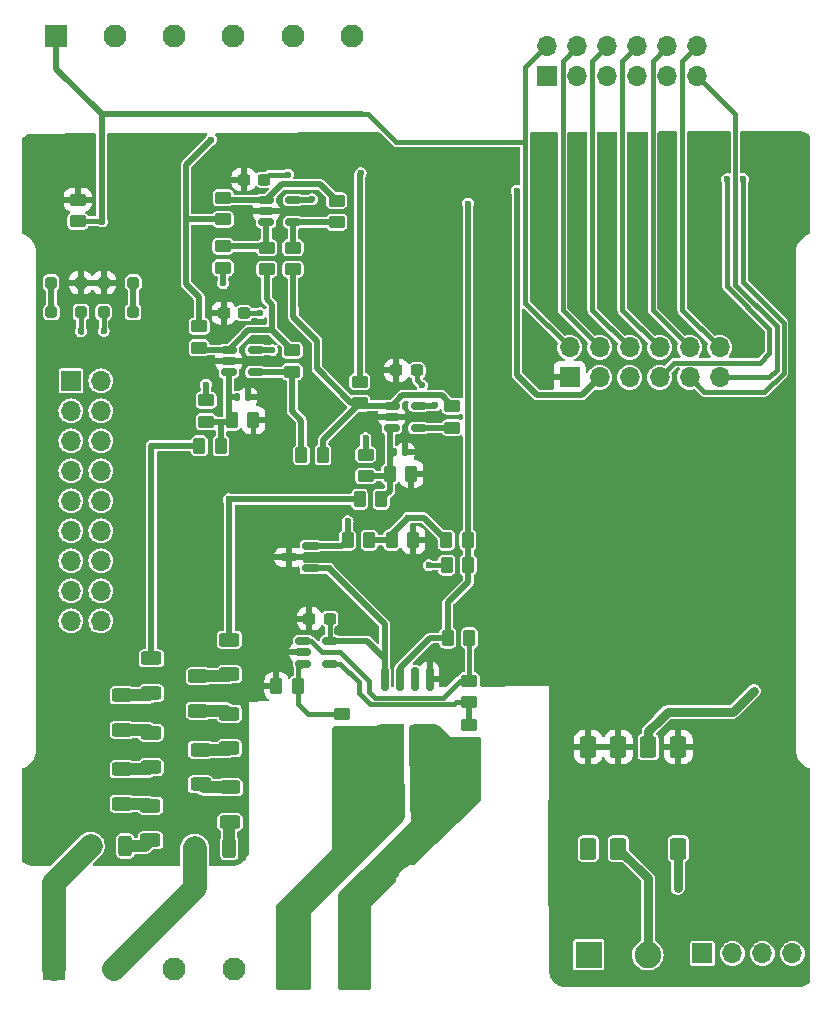
<source format=gtl>
G04 #@! TF.GenerationSoftware,KiCad,Pcbnew,8.0.8*
G04 #@! TF.CreationDate,2025-02-19T14:34:16-05:00*
G04 #@! TF.ProjectId,afe_230v_16a,6166655f-3233-4307-965f-3136612e6b69,rev?*
G04 #@! TF.SameCoordinates,Original*
G04 #@! TF.FileFunction,Copper,L1,Top*
G04 #@! TF.FilePolarity,Positive*
%FSLAX46Y46*%
G04 Gerber Fmt 4.6, Leading zero omitted, Abs format (unit mm)*
G04 Created by KiCad (PCBNEW 8.0.8) date 2025-02-19 14:34:16*
%MOMM*%
%LPD*%
G01*
G04 APERTURE LIST*
G04 Aperture macros list*
%AMRoundRect*
0 Rectangle with rounded corners*
0 $1 Rounding radius*
0 $2 $3 $4 $5 $6 $7 $8 $9 X,Y pos of 4 corners*
0 Add a 4 corners polygon primitive as box body*
4,1,4,$2,$3,$4,$5,$6,$7,$8,$9,$2,$3,0*
0 Add four circle primitives for the rounded corners*
1,1,$1+$1,$2,$3*
1,1,$1+$1,$4,$5*
1,1,$1+$1,$6,$7*
1,1,$1+$1,$8,$9*
0 Add four rect primitives between the rounded corners*
20,1,$1+$1,$2,$3,$4,$5,0*
20,1,$1+$1,$4,$5,$6,$7,0*
20,1,$1+$1,$6,$7,$8,$9,0*
20,1,$1+$1,$8,$9,$2,$3,0*%
G04 Aperture macros list end*
G04 #@! TA.AperFunction,SMDPad,CuDef*
%ADD10RoundRect,0.250000X-0.450000X0.262500X-0.450000X-0.262500X0.450000X-0.262500X0.450000X0.262500X0*%
G04 #@! TD*
G04 #@! TA.AperFunction,SMDPad,CuDef*
%ADD11RoundRect,0.250000X0.625000X-0.312500X0.625000X0.312500X-0.625000X0.312500X-0.625000X-0.312500X0*%
G04 #@! TD*
G04 #@! TA.AperFunction,SMDPad,CuDef*
%ADD12RoundRect,0.250000X0.450000X-0.262500X0.450000X0.262500X-0.450000X0.262500X-0.450000X-0.262500X0*%
G04 #@! TD*
G04 #@! TA.AperFunction,SMDPad,CuDef*
%ADD13RoundRect,0.250000X0.250000X0.250000X-0.250000X0.250000X-0.250000X-0.250000X0.250000X-0.250000X0*%
G04 #@! TD*
G04 #@! TA.AperFunction,SMDPad,CuDef*
%ADD14RoundRect,0.140000X-0.140000X-0.170000X0.140000X-0.170000X0.140000X0.170000X-0.140000X0.170000X0*%
G04 #@! TD*
G04 #@! TA.AperFunction,SMDPad,CuDef*
%ADD15RoundRect,0.250000X0.262500X0.450000X-0.262500X0.450000X-0.262500X-0.450000X0.262500X-0.450000X0*%
G04 #@! TD*
G04 #@! TA.AperFunction,SMDPad,CuDef*
%ADD16RoundRect,0.237500X0.300000X0.237500X-0.300000X0.237500X-0.300000X-0.237500X0.300000X-0.237500X0*%
G04 #@! TD*
G04 #@! TA.AperFunction,ComponentPad*
%ADD17R,1.950000X1.950000*%
G04 #@! TD*
G04 #@! TA.AperFunction,ComponentPad*
%ADD18C,1.950000*%
G04 #@! TD*
G04 #@! TA.AperFunction,ComponentPad*
%ADD19R,1.700000X1.700000*%
G04 #@! TD*
G04 #@! TA.AperFunction,ComponentPad*
%ADD20O,1.700000X1.700000*%
G04 #@! TD*
G04 #@! TA.AperFunction,SMDPad,CuDef*
%ADD21RoundRect,0.150000X0.587500X0.150000X-0.587500X0.150000X-0.587500X-0.150000X0.587500X-0.150000X0*%
G04 #@! TD*
G04 #@! TA.AperFunction,SMDPad,CuDef*
%ADD22RoundRect,0.150000X-0.512500X-0.150000X0.512500X-0.150000X0.512500X0.150000X-0.512500X0.150000X0*%
G04 #@! TD*
G04 #@! TA.AperFunction,SMDPad,CuDef*
%ADD23RoundRect,0.150000X0.150000X-0.825000X0.150000X0.825000X-0.150000X0.825000X-0.150000X-0.825000X0*%
G04 #@! TD*
G04 #@! TA.AperFunction,SMDPad,CuDef*
%ADD24RoundRect,0.250000X-0.262500X-0.450000X0.262500X-0.450000X0.262500X0.450000X-0.262500X0.450000X0*%
G04 #@! TD*
G04 #@! TA.AperFunction,SMDPad,CuDef*
%ADD25RoundRect,0.249999X-0.450001X0.675001X-0.450001X-0.675001X0.450001X-0.675001X0.450001X0.675001X0*%
G04 #@! TD*
G04 #@! TA.AperFunction,SMDPad,CuDef*
%ADD26RoundRect,0.250000X-0.250000X-0.250000X0.250000X-0.250000X0.250000X0.250000X-0.250000X0.250000X0*%
G04 #@! TD*
G04 #@! TA.AperFunction,ComponentPad*
%ADD27R,2.250000X2.250000*%
G04 #@! TD*
G04 #@! TA.AperFunction,ComponentPad*
%ADD28C,2.250000*%
G04 #@! TD*
G04 #@! TA.AperFunction,SMDPad,CuDef*
%ADD29RoundRect,0.249999X-0.450001X-1.425001X0.450001X-1.425001X0.450001X1.425001X-0.450001X1.425001X0*%
G04 #@! TD*
G04 #@! TA.AperFunction,SMDPad,CuDef*
%ADD30RoundRect,0.250000X-0.312500X-0.625000X0.312500X-0.625000X0.312500X0.625000X-0.312500X0.625000X0*%
G04 #@! TD*
G04 #@! TA.AperFunction,ViaPad*
%ADD31C,0.600000*%
G04 #@! TD*
G04 #@! TA.AperFunction,Conductor*
%ADD32C,0.400000*%
G04 #@! TD*
G04 #@! TA.AperFunction,Conductor*
%ADD33C,0.500000*%
G04 #@! TD*
G04 #@! TA.AperFunction,Conductor*
%ADD34C,2.000000*%
G04 #@! TD*
G04 #@! TA.AperFunction,Conductor*
%ADD35C,0.750000*%
G04 #@! TD*
G04 #@! TA.AperFunction,Conductor*
%ADD36C,1.000000*%
G04 #@! TD*
G04 APERTURE END LIST*
D10*
X123160000Y-69145000D03*
X123160000Y-70970000D03*
D11*
X135990000Y-115610000D03*
X135990000Y-112685000D03*
X129310000Y-123400000D03*
X129310000Y-120475000D03*
D12*
X145550000Y-114525000D03*
X145550000Y-112700000D03*
D10*
X135450000Y-73087500D03*
X135450000Y-74912500D03*
D12*
X134039318Y-87962500D03*
X134039318Y-86137500D03*
X133439318Y-81687500D03*
X133439318Y-79862500D03*
D13*
X127850000Y-78675000D03*
X125350000Y-78675000D03*
D14*
X136629318Y-85837500D03*
X137589318Y-85837500D03*
D15*
X156225000Y-100100000D03*
X154400000Y-100100000D03*
D12*
X147532500Y-92550000D03*
X147532500Y-90725000D03*
D16*
X138930000Y-67450000D03*
X137205000Y-67450000D03*
D17*
X121340000Y-55265000D03*
D18*
X126340000Y-55265000D03*
X131340000Y-55265000D03*
X136340000Y-55265000D03*
X141340000Y-55265000D03*
X146340000Y-55265000D03*
D19*
X176040000Y-132970000D03*
D20*
X178580000Y-132970000D03*
X181120000Y-132970000D03*
X183660000Y-132970000D03*
D12*
X145075000Y-71050000D03*
X145075000Y-69225000D03*
D16*
X144490000Y-104640000D03*
X142765000Y-104640000D03*
D12*
X139150000Y-75037500D03*
X139150000Y-73212500D03*
D16*
X151862500Y-83600000D03*
X150137500Y-83600000D03*
D21*
X142890000Y-100370000D03*
X142890000Y-98470000D03*
X141015000Y-99420000D03*
D22*
X139112500Y-69162500D03*
X139112500Y-70112500D03*
X139112500Y-71062500D03*
X141387500Y-71062500D03*
X141387500Y-69162500D03*
D10*
X156305000Y-113600000D03*
X156305000Y-115425000D03*
D16*
X137242500Y-78750000D03*
X135517500Y-78750000D03*
D11*
X129360000Y-117200000D03*
X129360000Y-114275000D03*
D23*
X149135000Y-114665000D03*
X150405000Y-114665000D03*
X151675000Y-114665000D03*
X152945000Y-114665000D03*
X152945000Y-109715000D03*
X151675000Y-109715000D03*
X150405000Y-109715000D03*
X149135000Y-109715000D03*
D19*
X162920000Y-58675000D03*
D20*
X162920000Y-56135000D03*
X165460000Y-58675000D03*
X165460000Y-56135000D03*
X168000000Y-58675000D03*
X168000000Y-56135000D03*
X170540000Y-58675000D03*
X170540000Y-56135000D03*
X173080000Y-58675000D03*
X173080000Y-56135000D03*
X175620000Y-58675000D03*
X175620000Y-56135000D03*
D15*
X141802500Y-110350000D03*
X139977500Y-110350000D03*
D10*
X135475000Y-68992500D03*
X135475000Y-70817500D03*
X141314318Y-81900000D03*
X141314318Y-83725000D03*
X154882500Y-86625000D03*
X154882500Y-88450000D03*
D24*
X142095000Y-90750000D03*
X143920000Y-90750000D03*
D25*
X174010000Y-115492500D03*
X171470000Y-115492500D03*
X168930000Y-115492500D03*
X166390000Y-115492500D03*
X166390000Y-124092500D03*
X168930000Y-124092500D03*
X174010000Y-124092500D03*
D26*
X120925000Y-78675000D03*
X123425000Y-78675000D03*
D11*
X133550000Y-118650000D03*
X133550000Y-115725000D03*
D15*
X156187500Y-97975000D03*
X154362500Y-97975000D03*
D24*
X147020000Y-94525000D03*
X148845000Y-94525000D03*
D12*
X156305000Y-111700000D03*
X156305000Y-109875000D03*
D11*
X135990000Y-109340000D03*
X135990000Y-106415000D03*
D19*
X164800000Y-84190000D03*
D20*
X164800000Y-81650000D03*
X167340000Y-84190000D03*
X167340000Y-81650000D03*
X169880000Y-84190000D03*
X169880000Y-81650000D03*
X172420000Y-84190000D03*
X172420000Y-81650000D03*
X174960000Y-84190000D03*
X174960000Y-81650000D03*
X177500000Y-84190000D03*
X177500000Y-81650000D03*
D26*
X120900000Y-76175000D03*
X123400000Y-76175000D03*
D15*
X138032500Y-87812500D03*
X136207500Y-87812500D03*
D27*
X166420000Y-133080000D03*
D28*
X171420000Y-133080000D03*
D24*
X133457500Y-89987500D03*
X135282500Y-89987500D03*
D22*
X149745000Y-86587500D03*
X149745000Y-87537500D03*
X149745000Y-88487500D03*
X152020000Y-88487500D03*
X152020000Y-86587500D03*
D15*
X147825000Y-97975000D03*
X146000000Y-97975000D03*
D17*
X121145000Y-134290000D03*
D18*
X126225000Y-134290000D03*
X131305000Y-134290000D03*
X136385000Y-134290000D03*
X141465000Y-134290000D03*
X146545000Y-134290000D03*
D15*
X156312500Y-106250000D03*
X154487500Y-106250000D03*
D29*
X147950000Y-119280000D03*
X154050000Y-119280000D03*
D11*
X133370000Y-112420000D03*
X133370000Y-109495000D03*
D12*
X147032500Y-86375000D03*
X147032500Y-84550000D03*
D11*
X136060000Y-121840000D03*
X136060000Y-118915000D03*
D19*
X122580000Y-84490000D03*
D20*
X125120000Y-84490000D03*
X122580000Y-87030000D03*
X125120000Y-87030000D03*
X122580000Y-89570000D03*
X125120000Y-89570000D03*
X122580000Y-92110000D03*
X125120000Y-92110000D03*
X122580000Y-94650000D03*
X125120000Y-94650000D03*
X122580000Y-97190000D03*
X125120000Y-97190000D03*
X122580000Y-99730000D03*
X125120000Y-99730000D03*
X122580000Y-102270000D03*
X125120000Y-102270000D03*
X122580000Y-104810000D03*
X125120000Y-104810000D03*
D22*
X142242500Y-106520000D03*
X142242500Y-107470000D03*
X142242500Y-108420000D03*
X144517500Y-108420000D03*
X144517500Y-106520000D03*
D14*
X149940000Y-90525000D03*
X150900000Y-90525000D03*
D15*
X151575000Y-97975000D03*
X149750000Y-97975000D03*
D12*
X141375000Y-75037500D03*
X141375000Y-73212500D03*
D11*
X129390000Y-110920000D03*
X129390000Y-107995000D03*
D13*
X127875000Y-76175000D03*
X125375000Y-76175000D03*
D22*
X135939318Y-81862500D03*
X135939318Y-82812500D03*
X135939318Y-83762500D03*
X138214318Y-83762500D03*
X138214318Y-81862500D03*
D30*
X133055000Y-124015000D03*
X135980000Y-124015000D03*
D11*
X126920000Y-114047500D03*
X126920000Y-111122500D03*
D15*
X151407500Y-92375000D03*
X149582500Y-92375000D03*
D30*
X124247500Y-123865000D03*
X127172500Y-123865000D03*
D11*
X126920000Y-120310000D03*
X126920000Y-117385000D03*
D31*
X119990000Y-91632148D03*
X167970000Y-72584290D03*
X182850000Y-112357142D03*
X182850000Y-107292858D03*
X183180000Y-87367852D03*
X140092142Y-66100000D03*
X167970000Y-70052148D03*
X162630000Y-70072148D03*
X119560000Y-124084290D03*
X183980000Y-65177852D03*
X119560000Y-119020000D03*
X165460000Y-67540000D03*
X119540000Y-67850000D03*
X165460000Y-72604290D03*
X120140000Y-100200000D03*
X183640000Y-80487858D03*
X170510000Y-67520000D03*
X173080000Y-72570000D03*
X183290000Y-77232142D03*
X119990000Y-84035716D03*
X137560000Y-66100000D03*
X182850000Y-109825000D03*
X154750000Y-80052148D03*
X182850000Y-114889290D03*
X176070000Y-72572142D03*
X162390000Y-84712148D03*
X182850000Y-97164290D03*
X173080000Y-67505710D03*
X120140000Y-110328568D03*
X162390000Y-83710000D03*
X119990000Y-81503574D03*
X154750000Y-77520000D03*
X183980000Y-70242142D03*
X162630000Y-72604290D03*
X173080000Y-70037858D03*
X119990000Y-89100000D03*
X182850000Y-99696432D03*
X167970000Y-67520000D03*
X183170000Y-89892852D03*
X176070000Y-67507852D03*
X165460000Y-70072148D03*
X183940000Y-119045710D03*
X134460000Y-65650000D03*
X183640000Y-83020000D03*
X176070000Y-70040000D03*
X123760000Y-74440000D03*
X182850000Y-104760716D03*
X120140000Y-102732142D03*
X162630000Y-67540000D03*
X154750000Y-82584290D03*
X119560000Y-121552148D03*
X182850000Y-102228574D03*
X183940000Y-124110000D03*
X119990000Y-86567858D03*
X183980000Y-67710000D03*
X165340000Y-86520000D03*
X124957680Y-74440000D03*
X120140000Y-112860710D03*
X164337852Y-86520000D03*
X119540000Y-65317852D03*
X120140000Y-97667858D03*
X183290000Y-74700000D03*
X120140000Y-105264284D03*
X119540000Y-70382142D03*
X120140000Y-115392858D03*
X170510000Y-72584290D03*
X183170000Y-92425000D03*
X120140000Y-107796426D03*
X183940000Y-121577858D03*
X170510000Y-70052148D03*
X129450000Y-89962500D03*
X125350000Y-80270000D03*
X135940000Y-94525000D03*
X123425000Y-80280000D03*
X173960000Y-127440000D03*
X154540000Y-115160000D03*
X156270000Y-118660000D03*
X156270000Y-120230000D03*
X154540000Y-115945000D03*
X154540000Y-116730000D03*
X156270000Y-119445000D03*
X147380000Y-115220000D03*
X147380000Y-114435000D03*
X145470000Y-119465000D03*
X145470000Y-120250000D03*
X145470000Y-118680000D03*
X147380000Y-116005000D03*
X156205000Y-69485000D03*
X125220000Y-71000000D03*
X134450000Y-64060000D03*
X147105000Y-66895000D03*
X180400000Y-110740000D03*
X139626818Y-81887500D03*
X152320000Y-84870000D03*
X142987500Y-69125000D03*
X138610000Y-78750000D03*
X144400000Y-100370000D03*
X153440000Y-86575000D03*
X140940000Y-67020000D03*
X152875000Y-100100000D03*
X134001818Y-84812500D03*
X146000000Y-96370000D03*
X147520000Y-89350000D03*
X151130000Y-96070000D03*
X135462500Y-76212500D03*
X160340000Y-68390000D03*
X179500000Y-67400000D03*
X178140000Y-67410000D03*
D32*
X167340000Y-81650000D02*
X164210000Y-78520000D01*
X164210000Y-78520000D02*
X164210000Y-57385000D01*
X164210000Y-57385000D02*
X165460000Y-56135000D01*
D33*
X135939318Y-85850000D02*
X135939318Y-87544318D01*
X136057500Y-87962500D02*
X136207500Y-87812500D01*
X135951818Y-85837500D02*
X135939318Y-85850000D01*
X135939318Y-87544318D02*
X136207500Y-87812500D01*
X135282500Y-89987500D02*
X135282500Y-88000000D01*
X136629318Y-85837500D02*
X135951818Y-85837500D01*
X134039318Y-87962500D02*
X135320000Y-87962500D01*
X135282500Y-88000000D02*
X135320000Y-87962500D01*
X135939318Y-83762500D02*
X135939318Y-85850000D01*
X135320000Y-87962500D02*
X136057500Y-87962500D01*
X149582500Y-92375000D02*
X149582500Y-90882500D01*
X147532500Y-92550000D02*
X149407500Y-92550000D01*
X149582500Y-92375000D02*
X149582500Y-93787500D01*
X149582500Y-88650000D02*
X149582500Y-90882500D01*
X149745000Y-88487500D02*
X149582500Y-88650000D01*
X149582500Y-90882500D02*
X149940000Y-90525000D01*
X149407500Y-92550000D02*
X149582500Y-92375000D01*
X149582500Y-93787500D02*
X148845000Y-94525000D01*
X127875000Y-76175000D02*
X127875000Y-78650000D01*
X127875000Y-78650000D02*
X127850000Y-78675000D01*
X120925000Y-78675000D02*
X120925000Y-76200000D01*
X120925000Y-76200000D02*
X120900000Y-76175000D01*
X129475000Y-89987500D02*
X129450000Y-89962500D01*
X129390000Y-90022500D02*
X129450000Y-89962500D01*
D32*
X125350000Y-78675000D02*
X125350000Y-80270000D01*
D33*
X133457500Y-89987500D02*
X129475000Y-89987500D01*
X129390000Y-107995000D02*
X129390000Y-90022500D01*
D32*
X123425000Y-80315000D02*
X123420000Y-80320000D01*
D33*
X135990000Y-94575000D02*
X135940000Y-94525000D01*
X135990000Y-106415000D02*
X135990000Y-94575000D01*
X147020000Y-94525000D02*
X135940000Y-94525000D01*
D32*
X123425000Y-80280000D02*
X123425000Y-80315000D01*
X123425000Y-78675000D02*
X123425000Y-80280000D01*
D34*
X121145000Y-134290000D02*
X121145000Y-126967500D01*
X121145000Y-126967500D02*
X124247500Y-123865000D01*
X133055000Y-127460000D02*
X133055000Y-124015000D01*
X126225000Y-134290000D02*
X133055000Y-127460000D01*
D35*
X171420000Y-133080000D02*
X171420000Y-126582500D01*
X171420000Y-126582500D02*
X168930000Y-124092500D01*
X173960000Y-124142500D02*
X174010000Y-124092500D01*
X173960000Y-127440000D02*
X173960000Y-124142500D01*
D33*
X156225000Y-98012500D02*
X156187500Y-97975000D01*
X150410000Y-108825001D02*
X152985001Y-106250000D01*
X156225000Y-100100000D02*
X156225000Y-98012500D01*
D32*
X171830000Y-57385000D02*
X171830000Y-78520000D01*
D33*
X154487500Y-103242500D02*
X154487500Y-106250000D01*
D32*
X173080000Y-56135000D02*
X171830000Y-57385000D01*
D33*
X156225000Y-101505000D02*
X154487500Y-103242500D01*
X156205000Y-69485000D02*
X156187500Y-69502500D01*
X152985001Y-106250000D02*
X154487500Y-106250000D01*
X156187500Y-69502500D02*
X156187500Y-97975000D01*
D32*
X171830000Y-78520000D02*
X174960000Y-81650000D01*
D33*
X156225000Y-100100000D02*
X156225000Y-101505000D01*
X150410000Y-109800000D02*
X150410000Y-108825001D01*
D32*
X147180000Y-61920000D02*
X147770000Y-61920000D01*
X150140000Y-64290000D02*
X160880000Y-64290000D01*
D33*
X121340000Y-55265000D02*
X121340000Y-58070000D01*
D32*
X161040000Y-64130000D02*
X161040000Y-77890000D01*
X123160000Y-70970000D02*
X125190000Y-70970000D01*
X147770000Y-61920000D02*
X150140000Y-64290000D01*
X160880000Y-64290000D02*
X161040000Y-64130000D01*
D33*
X162585000Y-56135000D02*
X162920000Y-56135000D01*
D32*
X161040000Y-57880000D02*
X162785000Y-56135000D01*
X125190000Y-70970000D02*
X125220000Y-71000000D01*
X162785000Y-56135000D02*
X162920000Y-56135000D01*
D33*
X125190000Y-61920000D02*
X147180000Y-61920000D01*
D32*
X161040000Y-77890000D02*
X164800000Y-81650000D01*
D33*
X121340000Y-58070000D02*
X125190000Y-61920000D01*
X125190000Y-71030000D02*
X125190000Y-61920000D01*
D32*
X161040000Y-64130000D02*
X161040000Y-57880000D01*
D33*
X135475000Y-70817500D02*
X132315000Y-70817500D01*
X132315000Y-66195000D02*
X134450000Y-64060000D01*
D32*
X166710000Y-78480000D02*
X169880000Y-81650000D01*
X168000000Y-56135000D02*
X166710000Y-57425000D01*
D33*
X133439318Y-77389318D02*
X133439318Y-79862500D01*
X132315000Y-70817500D02*
X132312500Y-70820000D01*
D32*
X166710000Y-57425000D02*
X166710000Y-78480000D01*
D33*
X132312500Y-76262500D02*
X133439318Y-77389318D01*
X132315000Y-70817500D02*
X132315000Y-66195000D01*
X132312500Y-76262500D02*
X132312500Y-70820000D01*
X147032500Y-66967500D02*
X147105000Y-66895000D01*
D32*
X170540000Y-56135000D02*
X169250000Y-57425000D01*
X169250000Y-78480000D02*
X172420000Y-81650000D01*
X169250000Y-57425000D02*
X169250000Y-78480000D01*
D33*
X147032500Y-84550000D02*
X147032500Y-66967500D01*
D32*
X174330000Y-78480000D02*
X177500000Y-81650000D01*
X175620000Y-56135000D02*
X174330000Y-57425000D01*
D35*
X171470000Y-115492500D02*
X171470000Y-114150000D01*
X173100000Y-112520000D02*
X176430000Y-112520000D01*
X171470000Y-114150000D02*
X172440000Y-113180000D01*
X178620000Y-112520000D02*
X180400000Y-110740000D01*
D32*
X174330000Y-57425000D02*
X174330000Y-78480000D01*
D35*
X172440000Y-113180000D02*
X173100000Y-112520000D01*
X176430000Y-112520000D02*
X178620000Y-112520000D01*
D32*
X138930000Y-67450000D02*
X139360000Y-67020000D01*
X175620000Y-58675000D02*
X178840000Y-61895000D01*
X178840000Y-76341472D02*
X182320000Y-79821472D01*
X144490000Y-104640000D02*
X144490000Y-106492500D01*
D33*
X147650000Y-106520000D02*
X149140000Y-108010000D01*
X138214318Y-81862500D02*
X139601818Y-81862500D01*
X152020000Y-86587500D02*
X153382500Y-86587500D01*
X142890000Y-100370000D02*
X144400000Y-100370000D01*
D32*
X151862500Y-83600000D02*
X151862500Y-84412500D01*
X182320000Y-79821472D02*
X182320000Y-83542081D01*
D33*
X142950000Y-69162500D02*
X142987500Y-69125000D01*
X144400000Y-100370000D02*
X149140000Y-105110000D01*
D32*
X151862500Y-84412500D02*
X152320000Y-84870000D01*
D33*
X141387500Y-69162500D02*
X142950000Y-69162500D01*
X144517500Y-106520000D02*
X147650000Y-106520000D01*
D32*
X137242500Y-78750000D02*
X138610000Y-78750000D01*
X139360000Y-67020000D02*
X140940000Y-67020000D01*
X144490000Y-106492500D02*
X144517500Y-106520000D01*
X178840000Y-61895000D02*
X178840000Y-76341472D01*
X182320000Y-83542081D02*
X181672081Y-84190000D01*
D33*
X139601818Y-81862500D02*
X139626818Y-81887500D01*
D32*
X181672081Y-84190000D02*
X177500000Y-84190000D01*
D33*
X149140000Y-105110000D02*
X149140000Y-108010000D01*
X153382500Y-86587500D02*
X153395000Y-86575000D01*
X149140000Y-108010000D02*
X149140000Y-109800000D01*
D32*
X154400000Y-100100000D02*
X152875000Y-100100000D01*
X122787500Y-105017500D02*
X122580000Y-104810000D01*
D36*
X128845000Y-123865000D02*
X129310000Y-123400000D01*
X127172500Y-123865000D02*
X128845000Y-123865000D01*
X135980000Y-121920000D02*
X136060000Y-121840000D01*
X135980000Y-124015000D02*
X135980000Y-121920000D01*
X129145000Y-120310000D02*
X129310000Y-120475000D01*
X126920000Y-120310000D02*
X129145000Y-120310000D01*
X133815000Y-118915000D02*
X133550000Y-118650000D01*
X136060000Y-118915000D02*
X133815000Y-118915000D01*
X126920000Y-117385000D02*
X129175000Y-117385000D01*
X129175000Y-117385000D02*
X129360000Y-117200000D01*
X133550000Y-115725000D02*
X135875000Y-115725000D01*
X135875000Y-115725000D02*
X135990000Y-115610000D01*
X129132500Y-114047500D02*
X129360000Y-114275000D01*
X126920000Y-114047500D02*
X129132500Y-114047500D01*
X135725000Y-112420000D02*
X135990000Y-112685000D01*
X133370000Y-112420000D02*
X135725000Y-112420000D01*
X129187500Y-111122500D02*
X129390000Y-110920000D01*
X126920000Y-111122500D02*
X129187500Y-111122500D01*
X135835000Y-109495000D02*
X135990000Y-109340000D01*
X133370000Y-109495000D02*
X135835000Y-109495000D01*
D33*
X146000000Y-97975000D02*
X146000000Y-96370000D01*
X145505000Y-98470000D02*
X146000000Y-97975000D01*
X147532500Y-89362500D02*
X147520000Y-89350000D01*
X142890000Y-98470000D02*
X145505000Y-98470000D01*
X134001818Y-84812500D02*
X134001818Y-86100000D01*
X134001818Y-86100000D02*
X134039318Y-86137500D01*
X147532500Y-90725000D02*
X147532500Y-89362500D01*
X133439318Y-81687500D02*
X133614318Y-81862500D01*
X139150000Y-77570000D02*
X139150000Y-75037500D01*
X137611818Y-80190000D02*
X139604318Y-80190000D01*
X135939318Y-81862500D02*
X137611818Y-80190000D01*
X139604318Y-80190000D02*
X139604318Y-78024318D01*
X139604318Y-78024318D02*
X139150000Y-77570000D01*
X139604318Y-80190000D02*
X141314318Y-81900000D01*
X133614318Y-81862500D02*
X135939318Y-81862500D01*
X141314318Y-87074318D02*
X141314318Y-83725000D01*
X138214318Y-83762500D02*
X141276818Y-83762500D01*
X142095000Y-90750000D02*
X142095000Y-87855000D01*
X141276818Y-83762500D02*
X141314318Y-83725000D01*
X142095000Y-87855000D02*
X141314318Y-87074318D01*
X147032500Y-86375000D02*
X146332500Y-86375000D01*
X143400000Y-81090000D02*
X141420000Y-79110000D01*
X150607500Y-85725000D02*
X149745000Y-86587500D01*
X153982500Y-85725000D02*
X150607500Y-85725000D01*
X147245000Y-86587500D02*
X147032500Y-86375000D01*
X141420000Y-78310000D02*
X141375000Y-78265000D01*
X146332500Y-86375000D02*
X143400000Y-83442500D01*
X154882500Y-86625000D02*
X153982500Y-85725000D01*
X149745000Y-86587500D02*
X147245000Y-86587500D01*
X141375000Y-78265000D02*
X141375000Y-75037500D01*
X143920000Y-89487500D02*
X147032500Y-86375000D01*
X143400000Y-83442500D02*
X143400000Y-81090000D01*
X143920000Y-90750000D02*
X143920000Y-89487500D01*
X141420000Y-79110000D02*
X141420000Y-78310000D01*
X154845000Y-88487500D02*
X154882500Y-88450000D01*
X152020000Y-88487500D02*
X154845000Y-88487500D01*
X135450000Y-73087500D02*
X139025000Y-73087500D01*
X139025000Y-73087500D02*
X139150000Y-73212500D01*
X139112500Y-71062500D02*
X139112500Y-73175000D01*
X139112500Y-73175000D02*
X139150000Y-73212500D01*
X141387500Y-73200000D02*
X141375000Y-73212500D01*
X141387500Y-71062500D02*
X145062500Y-71062500D01*
X145062500Y-71062500D02*
X145075000Y-71050000D01*
X141387500Y-71062500D02*
X141387500Y-73200000D01*
X140425000Y-67850000D02*
X139112500Y-69162500D01*
X139112500Y-69162500D02*
X135645000Y-69162500D01*
X135645000Y-69162500D02*
X135475000Y-68992500D01*
X145075000Y-69225000D02*
X143700000Y-67850000D01*
X143700000Y-67850000D02*
X140425000Y-67850000D01*
X147825000Y-97975000D02*
X149750000Y-97975000D01*
X152457500Y-96070000D02*
X154362500Y-97975000D01*
X149750000Y-97975000D02*
X149750000Y-97450000D01*
X149750000Y-97450000D02*
X151130000Y-96070000D01*
X135450000Y-74912500D02*
X135450000Y-76200000D01*
X135450000Y-76200000D02*
X135462500Y-76212500D01*
X151130000Y-96070000D02*
X152457500Y-96070000D01*
D32*
X142690000Y-112700000D02*
X145550000Y-112700000D01*
X142242500Y-108420000D02*
X141840000Y-108822500D01*
X141840000Y-108822500D02*
X141840000Y-111850000D01*
X141840000Y-111850000D02*
X142690000Y-112700000D01*
X144517500Y-108420000D02*
X145370000Y-108420000D01*
X155220000Y-111700000D02*
X156305000Y-111700000D01*
X146952500Y-110002500D02*
X146952500Y-110902450D01*
X145370000Y-108420000D02*
X146952500Y-110002500D01*
X155050000Y-111870000D02*
X155220000Y-111700000D01*
X147920050Y-111870000D02*
X155050000Y-111870000D01*
X146952500Y-110902450D02*
X147920050Y-111870000D01*
D33*
X156305000Y-113600000D02*
X156305000Y-111700000D01*
X156085000Y-109875000D02*
X156305000Y-109875000D01*
D32*
X142242500Y-106520000D02*
X142931606Y-106520000D01*
D33*
X156312500Y-109867500D02*
X156305000Y-109875000D01*
D32*
X156305000Y-109875000D02*
X156305000Y-106257500D01*
X142931606Y-106520000D02*
X143861606Y-107450000D01*
X145389950Y-107450000D02*
X147800000Y-109860050D01*
X147800000Y-109860050D02*
X147800000Y-110815000D01*
X143861606Y-107450000D02*
X145389950Y-107450000D01*
X148285000Y-111300000D02*
X154090000Y-111300000D01*
X147800000Y-110815000D02*
X148285000Y-111300000D01*
X155515000Y-109875000D02*
X156305000Y-109875000D01*
X154090000Y-111300000D02*
X155515000Y-109875000D01*
X156305000Y-106257500D02*
X156312500Y-106250000D01*
X124612500Y-105317500D02*
X125120000Y-104810000D01*
D33*
X165850000Y-85680000D02*
X167340000Y-84190000D01*
X160340000Y-68390000D02*
X160340000Y-83982809D01*
X160340000Y-83982809D02*
X162037191Y-85680000D01*
X162037191Y-85680000D02*
X165850000Y-85680000D01*
D32*
X176210000Y-85440000D02*
X174960000Y-84190000D01*
X179500000Y-76152944D02*
X182920000Y-79572944D01*
X179500000Y-67400000D02*
X179500000Y-76152944D01*
X182920000Y-79572944D02*
X182920000Y-83790609D01*
X181270609Y-85440000D02*
X176210000Y-85440000D01*
X182920000Y-83790609D02*
X181270609Y-85440000D01*
X178140000Y-67410000D02*
X178140000Y-76490000D01*
X181720000Y-80070000D02*
X181720000Y-82167767D01*
X173670000Y-82940000D02*
X172420000Y-84190000D01*
X181720000Y-82167767D02*
X180947767Y-82940000D01*
X180947767Y-82940000D02*
X173670000Y-82940000D01*
X178140000Y-76490000D02*
X181720000Y-80070000D01*
G04 #@! TA.AperFunction,Conductor*
G36*
X150659147Y-113509439D02*
G01*
X150697546Y-113525344D01*
X150751950Y-113569184D01*
X150764655Y-113592452D01*
X150780561Y-113630852D01*
X150790000Y-113678305D01*
X150790000Y-115620000D01*
X150792092Y-115819919D01*
X150792093Y-115819971D01*
X150850445Y-121392208D01*
X150841260Y-121440358D01*
X150720826Y-121735471D01*
X150693699Y-121776300D01*
X143061421Y-129408578D01*
X143061420Y-129408579D01*
X142920000Y-129550000D01*
X142920000Y-129749998D01*
X142920000Y-135839448D01*
X142900315Y-135906487D01*
X142883506Y-135927304D01*
X142756495Y-136053810D01*
X142695106Y-136087172D01*
X142668495Y-136089953D01*
X141033481Y-136083439D01*
X140181211Y-136080044D01*
X140114255Y-136060094D01*
X140093853Y-136043552D01*
X139966144Y-135915332D01*
X139932781Y-135853942D01*
X139930000Y-135827826D01*
X139930000Y-129084665D01*
X139939439Y-129037213D01*
X140061982Y-128741366D01*
X140088859Y-128701140D01*
X144498579Y-124291421D01*
X144640000Y-124150000D01*
X144640000Y-113991362D01*
X144659685Y-113924323D01*
X144676319Y-113903681D01*
X144803681Y-113776319D01*
X144865004Y-113742834D01*
X144891362Y-113740000D01*
X148270292Y-113740000D01*
X148270294Y-113740000D01*
X148440000Y-113740000D01*
X148560000Y-113620000D01*
X148826918Y-113509438D01*
X148874371Y-113500000D01*
X150611695Y-113500000D01*
X150659147Y-113509439D01*
G37*
G04 #@! TD.AperFunction*
G04 #@! TA.AperFunction,Conductor*
G36*
X153432787Y-113559438D02*
G01*
X153728635Y-113681982D01*
X153768862Y-113708862D01*
X154720000Y-114660000D01*
X157146000Y-114660000D01*
X157213039Y-114679685D01*
X157258794Y-114732489D01*
X157270000Y-114784000D01*
X157270000Y-119886226D01*
X157259959Y-119935106D01*
X157135129Y-120226137D01*
X157106635Y-120267100D01*
X151684140Y-125425313D01*
X151621999Y-125457257D01*
X151607943Y-125459123D01*
X151545850Y-125463776D01*
X151545847Y-125463777D01*
X151297371Y-125520489D01*
X151297362Y-125520492D01*
X151060109Y-125613608D01*
X150839388Y-125741041D01*
X150640123Y-125899950D01*
X150640121Y-125899952D01*
X150466768Y-126086782D01*
X150323191Y-126297372D01*
X150323190Y-126297373D01*
X150212612Y-126526992D01*
X150137488Y-126770536D01*
X150121646Y-126875634D01*
X150092188Y-126938990D01*
X150084496Y-126946994D01*
X148134910Y-128801562D01*
X148134909Y-128801563D01*
X147990000Y-128939410D01*
X147990000Y-129139410D01*
X147990000Y-129139411D01*
X147990000Y-135847595D01*
X147970315Y-135914634D01*
X147953541Y-135935416D01*
X147826459Y-136062092D01*
X147765082Y-136095479D01*
X147738526Y-136098269D01*
X147258746Y-136096737D01*
X145401245Y-136090802D01*
X145334269Y-136070904D01*
X145313820Y-136054344D01*
X145186179Y-135926294D01*
X145152792Y-135864917D01*
X145150000Y-135838753D01*
X145150000Y-128188515D01*
X145159457Y-128141018D01*
X145282074Y-127845314D01*
X145309000Y-127805068D01*
X147217036Y-125899950D01*
X151186935Y-121936123D01*
X151186934Y-121936123D01*
X151328467Y-121794808D01*
X151299717Y-120249545D01*
X151183178Y-113985704D01*
X151192158Y-113937022D01*
X151280307Y-113718486D01*
X151323639Y-113663679D01*
X151347847Y-113650313D01*
X151476586Y-113596988D01*
X151567240Y-113559439D01*
X151614692Y-113550000D01*
X153385335Y-113550000D01*
X153432787Y-113559438D01*
G37*
G04 #@! TD.AperFunction*
G04 #@! TA.AperFunction,Conductor*
G36*
X184149888Y-63334701D02*
G01*
X184210106Y-63339249D01*
X184370486Y-63351364D01*
X184389741Y-63354355D01*
X184600221Y-63404259D01*
X184618782Y-63410235D01*
X184818837Y-63492519D01*
X184836231Y-63501331D01*
X185020915Y-63613959D01*
X185036711Y-63625388D01*
X185105859Y-63684228D01*
X185144159Y-63742663D01*
X185149500Y-63778664D01*
X185149500Y-71931844D01*
X185129815Y-71998883D01*
X185077011Y-72044638D01*
X185060441Y-72050819D01*
X185054229Y-72052643D01*
X185054218Y-72052647D01*
X184832955Y-72153693D01*
X184832950Y-72153696D01*
X184628325Y-72285201D01*
X184444492Y-72444492D01*
X184285201Y-72628325D01*
X184153696Y-72832950D01*
X184153693Y-72832955D01*
X184052647Y-73054218D01*
X183984118Y-73287603D01*
X183984117Y-73287609D01*
X183949500Y-73528378D01*
X183949500Y-73584108D01*
X183949500Y-115584108D01*
X183949500Y-115650000D01*
X183949500Y-115771622D01*
X183951634Y-115786466D01*
X183984116Y-116012386D01*
X183984118Y-116012396D01*
X184020999Y-116138000D01*
X184052647Y-116245782D01*
X184075697Y-116296254D01*
X184153693Y-116467044D01*
X184153696Y-116467049D01*
X184285201Y-116671674D01*
X184444492Y-116855507D01*
X184597169Y-116987801D01*
X184628325Y-117014798D01*
X184832955Y-117146306D01*
X185054218Y-117247353D01*
X185054225Y-117247355D01*
X185060423Y-117249175D01*
X185119205Y-117286943D01*
X185148236Y-117350496D01*
X185149500Y-117368155D01*
X185149500Y-135356885D01*
X185129815Y-135423924D01*
X185106140Y-135451082D01*
X185040604Y-135507186D01*
X185024898Y-135518628D01*
X184841250Y-135631512D01*
X184823949Y-135640359D01*
X184624915Y-135723168D01*
X184606445Y-135729204D01*
X184436826Y-135770247D01*
X184396918Y-135779903D01*
X184377732Y-135782979D01*
X184157999Y-135800712D01*
X184148284Y-135801114D01*
X165989417Y-135839182D01*
X164537781Y-135842225D01*
X164528086Y-135841866D01*
X164308680Y-135825115D01*
X164289515Y-135822131D01*
X164080126Y-135772489D01*
X164061660Y-135766551D01*
X163862590Y-135684869D01*
X163845276Y-135676125D01*
X163661372Y-135564394D01*
X163645634Y-135553057D01*
X163604968Y-135518628D01*
X163481408Y-135414017D01*
X163467630Y-135400365D01*
X163327093Y-135237410D01*
X163315613Y-135221775D01*
X163202209Y-135038900D01*
X163193307Y-135021668D01*
X163176291Y-134981252D01*
X163109803Y-134823332D01*
X163103704Y-134804940D01*
X163052155Y-134596020D01*
X163048995Y-134576883D01*
X163045451Y-134535448D01*
X163030239Y-134357603D01*
X163029793Y-134347951D01*
X163012828Y-131935247D01*
X165094500Y-131935247D01*
X165094500Y-134224752D01*
X165106131Y-134283229D01*
X165106132Y-134283230D01*
X165150447Y-134349552D01*
X165216769Y-134393867D01*
X165216770Y-134393868D01*
X165275247Y-134405499D01*
X165275250Y-134405500D01*
X165275252Y-134405500D01*
X167564750Y-134405500D01*
X167564751Y-134405499D01*
X167579568Y-134402552D01*
X167623229Y-134393868D01*
X167623229Y-134393867D01*
X167623231Y-134393867D01*
X167689552Y-134349552D01*
X167733867Y-134283231D01*
X167733867Y-134283229D01*
X167733868Y-134283229D01*
X167745499Y-134224752D01*
X167745500Y-134224750D01*
X167745500Y-131935249D01*
X167745499Y-131935247D01*
X167733868Y-131876770D01*
X167733867Y-131876769D01*
X167689552Y-131810447D01*
X167623230Y-131766132D01*
X167623229Y-131766131D01*
X167564752Y-131754500D01*
X167564748Y-131754500D01*
X165275252Y-131754500D01*
X165275247Y-131754500D01*
X165216770Y-131766131D01*
X165216769Y-131766132D01*
X165150447Y-131810447D01*
X165106132Y-131876769D01*
X165106131Y-131876770D01*
X165094500Y-131935247D01*
X163012828Y-131935247D01*
X162970578Y-125926764D01*
X162989791Y-125859590D01*
X162997605Y-125849843D01*
X163005658Y-125849872D01*
X163008059Y-123363229D01*
X165489500Y-123363229D01*
X165489500Y-124821760D01*
X165489501Y-124821766D01*
X165492354Y-124852200D01*
X165492354Y-124852202D01*
X165492355Y-124852203D01*
X165492355Y-124852205D01*
X165537206Y-124980382D01*
X165617849Y-125089650D01*
X165646412Y-125110730D01*
X165727117Y-125170293D01*
X165764498Y-125183373D01*
X165855298Y-125215146D01*
X165862323Y-125215804D01*
X165885733Y-125218000D01*
X166894266Y-125217999D01*
X166924700Y-125215146D01*
X167052883Y-125170293D01*
X167162150Y-125089650D01*
X167242793Y-124980383D01*
X167273442Y-124892793D01*
X167287646Y-124852202D01*
X167287646Y-124852200D01*
X167290500Y-124821767D01*
X167290499Y-123363234D01*
X167290499Y-123363229D01*
X168029500Y-123363229D01*
X168029500Y-124821760D01*
X168029501Y-124821766D01*
X168032354Y-124852200D01*
X168032354Y-124852202D01*
X168032355Y-124852203D01*
X168032355Y-124852205D01*
X168077206Y-124980382D01*
X168157849Y-125089650D01*
X168186412Y-125110730D01*
X168267117Y-125170293D01*
X168304498Y-125183373D01*
X168395298Y-125215146D01*
X168402323Y-125215804D01*
X168425733Y-125218000D01*
X169190257Y-125217999D01*
X169257296Y-125237683D01*
X169277938Y-125254318D01*
X170808181Y-126784561D01*
X170841666Y-126845884D01*
X170844500Y-126872242D01*
X170844500Y-131806836D01*
X170824815Y-131873875D01*
X170772907Y-131919217D01*
X170754721Y-131927697D01*
X170754717Y-131927699D01*
X170564735Y-132060726D01*
X170564729Y-132060731D01*
X170400731Y-132224729D01*
X170400726Y-132224735D01*
X170267701Y-132414714D01*
X170267699Y-132414718D01*
X170169681Y-132624917D01*
X170109651Y-132848948D01*
X170109650Y-132848955D01*
X170089437Y-133079998D01*
X170089437Y-133080001D01*
X170109650Y-133311044D01*
X170109651Y-133311051D01*
X170169678Y-133535074D01*
X170169679Y-133535076D01*
X170169680Y-133535079D01*
X170267699Y-133745282D01*
X170400730Y-133935269D01*
X170564731Y-134099270D01*
X170754718Y-134232301D01*
X170964921Y-134330320D01*
X171188950Y-134390349D01*
X171353985Y-134404787D01*
X171419998Y-134410563D01*
X171420000Y-134410563D01*
X171420002Y-134410563D01*
X171477883Y-134405499D01*
X171651050Y-134390349D01*
X171875079Y-134330320D01*
X172085282Y-134232301D01*
X172275269Y-134099270D01*
X172439270Y-133935269D01*
X172572301Y-133745282D01*
X172670320Y-133535079D01*
X172730349Y-133311050D01*
X172750563Y-133080000D01*
X172730349Y-132848950D01*
X172670320Y-132624921D01*
X172572301Y-132414719D01*
X172572299Y-132414716D01*
X172572298Y-132414714D01*
X172439273Y-132224735D01*
X172439268Y-132224729D01*
X172314786Y-132100247D01*
X174989500Y-132100247D01*
X174989500Y-133839752D01*
X175001131Y-133898229D01*
X175001132Y-133898230D01*
X175045447Y-133964552D01*
X175111769Y-134008867D01*
X175111770Y-134008868D01*
X175170247Y-134020499D01*
X175170250Y-134020500D01*
X175170252Y-134020500D01*
X176909750Y-134020500D01*
X176909751Y-134020499D01*
X176924568Y-134017552D01*
X176968229Y-134008868D01*
X176968229Y-134008867D01*
X176968231Y-134008867D01*
X177034552Y-133964552D01*
X177078867Y-133898231D01*
X177078867Y-133898229D01*
X177078868Y-133898229D01*
X177090499Y-133839752D01*
X177090500Y-133839750D01*
X177090500Y-132970000D01*
X177524417Y-132970000D01*
X177544699Y-133175932D01*
X177544700Y-133175934D01*
X177604768Y-133373954D01*
X177702315Y-133556450D01*
X177702317Y-133556452D01*
X177833589Y-133716410D01*
X177930209Y-133795702D01*
X177993550Y-133847685D01*
X178176046Y-133945232D01*
X178374066Y-134005300D01*
X178374065Y-134005300D01*
X178392529Y-134007118D01*
X178580000Y-134025583D01*
X178785934Y-134005300D01*
X178983954Y-133945232D01*
X179166450Y-133847685D01*
X179326410Y-133716410D01*
X179457685Y-133556450D01*
X179555232Y-133373954D01*
X179615300Y-133175934D01*
X179635583Y-132970000D01*
X180064417Y-132970000D01*
X180084699Y-133175932D01*
X180084700Y-133175934D01*
X180144768Y-133373954D01*
X180242315Y-133556450D01*
X180242317Y-133556452D01*
X180373589Y-133716410D01*
X180470209Y-133795702D01*
X180533550Y-133847685D01*
X180716046Y-133945232D01*
X180914066Y-134005300D01*
X180914065Y-134005300D01*
X180932529Y-134007118D01*
X181120000Y-134025583D01*
X181325934Y-134005300D01*
X181523954Y-133945232D01*
X181706450Y-133847685D01*
X181866410Y-133716410D01*
X181997685Y-133556450D01*
X182095232Y-133373954D01*
X182155300Y-133175934D01*
X182175583Y-132970000D01*
X182604417Y-132970000D01*
X182624699Y-133175932D01*
X182624700Y-133175934D01*
X182684768Y-133373954D01*
X182782315Y-133556450D01*
X182782317Y-133556452D01*
X182913589Y-133716410D01*
X183010209Y-133795702D01*
X183073550Y-133847685D01*
X183256046Y-133945232D01*
X183454066Y-134005300D01*
X183454065Y-134005300D01*
X183472529Y-134007118D01*
X183660000Y-134025583D01*
X183865934Y-134005300D01*
X184063954Y-133945232D01*
X184246450Y-133847685D01*
X184406410Y-133716410D01*
X184537685Y-133556450D01*
X184635232Y-133373954D01*
X184695300Y-133175934D01*
X184715583Y-132970000D01*
X184695300Y-132764066D01*
X184635232Y-132566046D01*
X184537685Y-132383550D01*
X184407350Y-132224735D01*
X184406410Y-132223589D01*
X184256121Y-132100252D01*
X184246450Y-132092315D01*
X184063954Y-131994768D01*
X183865934Y-131934700D01*
X183865932Y-131934699D01*
X183865934Y-131934699D01*
X183660000Y-131914417D01*
X183454067Y-131934699D01*
X183256043Y-131994769D01*
X183168114Y-132041769D01*
X183073550Y-132092315D01*
X183073548Y-132092316D01*
X183073547Y-132092317D01*
X182913589Y-132223589D01*
X182782317Y-132383547D01*
X182782315Y-132383550D01*
X182765655Y-132414718D01*
X182684769Y-132566043D01*
X182624699Y-132764067D01*
X182604417Y-132970000D01*
X182175583Y-132970000D01*
X182155300Y-132764066D01*
X182095232Y-132566046D01*
X181997685Y-132383550D01*
X181867350Y-132224735D01*
X181866410Y-132223589D01*
X181716121Y-132100252D01*
X181706450Y-132092315D01*
X181523954Y-131994768D01*
X181325934Y-131934700D01*
X181325932Y-131934699D01*
X181325934Y-131934699D01*
X181120000Y-131914417D01*
X180914067Y-131934699D01*
X180716043Y-131994769D01*
X180628114Y-132041769D01*
X180533550Y-132092315D01*
X180533548Y-132092316D01*
X180533547Y-132092317D01*
X180373589Y-132223589D01*
X180242317Y-132383547D01*
X180242315Y-132383550D01*
X180225655Y-132414718D01*
X180144769Y-132566043D01*
X180084699Y-132764067D01*
X180064417Y-132970000D01*
X179635583Y-132970000D01*
X179615300Y-132764066D01*
X179555232Y-132566046D01*
X179457685Y-132383550D01*
X179327350Y-132224735D01*
X179326410Y-132223589D01*
X179176121Y-132100252D01*
X179166450Y-132092315D01*
X178983954Y-131994768D01*
X178785934Y-131934700D01*
X178785932Y-131934699D01*
X178785934Y-131934699D01*
X178580000Y-131914417D01*
X178374067Y-131934699D01*
X178176043Y-131994769D01*
X178088114Y-132041769D01*
X177993550Y-132092315D01*
X177993548Y-132092316D01*
X177993547Y-132092317D01*
X177833589Y-132223589D01*
X177702317Y-132383547D01*
X177702315Y-132383550D01*
X177685655Y-132414718D01*
X177604769Y-132566043D01*
X177544699Y-132764067D01*
X177524417Y-132970000D01*
X177090500Y-132970000D01*
X177090500Y-132100249D01*
X177090499Y-132100247D01*
X177078868Y-132041770D01*
X177078867Y-132041769D01*
X177034552Y-131975447D01*
X176968230Y-131931132D01*
X176968229Y-131931131D01*
X176909752Y-131919500D01*
X176909748Y-131919500D01*
X175170252Y-131919500D01*
X175170247Y-131919500D01*
X175111770Y-131931131D01*
X175111769Y-131931132D01*
X175045447Y-131975447D01*
X175001132Y-132041769D01*
X175001131Y-132041770D01*
X174989500Y-132100247D01*
X172314786Y-132100247D01*
X172275269Y-132060730D01*
X172153473Y-131975447D01*
X172085282Y-131927699D01*
X172085278Y-131927697D01*
X172067093Y-131919217D01*
X172014655Y-131873044D01*
X171995500Y-131806836D01*
X171995500Y-126506736D01*
X171995500Y-126506734D01*
X171956281Y-126360365D01*
X171880515Y-126229135D01*
X171773365Y-126121985D01*
X169866818Y-124215438D01*
X169833333Y-124154115D01*
X169830499Y-124127757D01*
X169830499Y-123363239D01*
X169830499Y-123363234D01*
X169830499Y-123363229D01*
X173109500Y-123363229D01*
X173109500Y-124821760D01*
X173109501Y-124821766D01*
X173112354Y-124852200D01*
X173112354Y-124852202D01*
X173112355Y-124852203D01*
X173112355Y-124852205D01*
X173157206Y-124980382D01*
X173237849Y-125089650D01*
X173334134Y-125160711D01*
X173376384Y-125216358D01*
X173384500Y-125260481D01*
X173384500Y-127515765D01*
X173423719Y-127662136D01*
X173461602Y-127727750D01*
X173499485Y-127793365D01*
X173606635Y-127900515D01*
X173737865Y-127976281D01*
X173884234Y-128015500D01*
X173884236Y-128015500D01*
X174035764Y-128015500D01*
X174035766Y-128015500D01*
X174182135Y-127976281D01*
X174313365Y-127900515D01*
X174420515Y-127793365D01*
X174496281Y-127662135D01*
X174535500Y-127515766D01*
X174535500Y-125306347D01*
X174555185Y-125239308D01*
X174607989Y-125193553D01*
X174618529Y-125189312D01*
X174672883Y-125170293D01*
X174782150Y-125089650D01*
X174862793Y-124980383D01*
X174893442Y-124892793D01*
X174907646Y-124852202D01*
X174907646Y-124852200D01*
X174910500Y-124821767D01*
X174910499Y-123363234D01*
X174907646Y-123332800D01*
X174862793Y-123204617D01*
X174826396Y-123155301D01*
X174782150Y-123095349D01*
X174697986Y-123033234D01*
X174672883Y-123014707D01*
X174672881Y-123014706D01*
X174544701Y-122969853D01*
X174514270Y-122967000D01*
X173505739Y-122967000D01*
X173491751Y-122968311D01*
X173475300Y-122969854D01*
X173475297Y-122969854D01*
X173475296Y-122969855D01*
X173475294Y-122969855D01*
X173347117Y-123014706D01*
X173237849Y-123095349D01*
X173157206Y-123204618D01*
X173112353Y-123332797D01*
X173112353Y-123332799D01*
X173109500Y-123363229D01*
X169830499Y-123363229D01*
X169827646Y-123332800D01*
X169782793Y-123204617D01*
X169746396Y-123155301D01*
X169702150Y-123095349D01*
X169617986Y-123033234D01*
X169592883Y-123014707D01*
X169592881Y-123014706D01*
X169464701Y-122969853D01*
X169434270Y-122967000D01*
X168425739Y-122967000D01*
X168411751Y-122968311D01*
X168395300Y-122969854D01*
X168395297Y-122969854D01*
X168395296Y-122969855D01*
X168395294Y-122969855D01*
X168267117Y-123014706D01*
X168157849Y-123095349D01*
X168077206Y-123204618D01*
X168032353Y-123332797D01*
X168032353Y-123332799D01*
X168029500Y-123363229D01*
X167290499Y-123363229D01*
X167287646Y-123332800D01*
X167242793Y-123204617D01*
X167206396Y-123155301D01*
X167162150Y-123095349D01*
X167077986Y-123033234D01*
X167052883Y-123014707D01*
X167052881Y-123014706D01*
X166924701Y-122969853D01*
X166894270Y-122967000D01*
X165885739Y-122967000D01*
X165871751Y-122968311D01*
X165855300Y-122969854D01*
X165855297Y-122969854D01*
X165855296Y-122969855D01*
X165855294Y-122969855D01*
X165727117Y-123014706D01*
X165617849Y-123095349D01*
X165537206Y-123204618D01*
X165492353Y-123332797D01*
X165492353Y-123332799D01*
X165489500Y-123363229D01*
X163008059Y-123363229D01*
X163014504Y-116687253D01*
X163014958Y-116217486D01*
X165190001Y-116217486D01*
X165200494Y-116320196D01*
X165200494Y-116320198D01*
X165255640Y-116486619D01*
X165255645Y-116486630D01*
X165347680Y-116635840D01*
X165347683Y-116635844D01*
X165471655Y-116759816D01*
X165471659Y-116759819D01*
X165620869Y-116851854D01*
X165620880Y-116851859D01*
X165787302Y-116907005D01*
X165890019Y-116917499D01*
X166139999Y-116917499D01*
X166640000Y-116917499D01*
X166889972Y-116917499D01*
X166889986Y-116917498D01*
X166992696Y-116907005D01*
X166992698Y-116907005D01*
X167159119Y-116851859D01*
X167159130Y-116851854D01*
X167308340Y-116759819D01*
X167308344Y-116759816D01*
X167432316Y-116635844D01*
X167432319Y-116635840D01*
X167524354Y-116486630D01*
X167524360Y-116486617D01*
X167542294Y-116432496D01*
X167582066Y-116375051D01*
X167646582Y-116348227D01*
X167715357Y-116360542D01*
X167766558Y-116408084D01*
X167777706Y-116432496D01*
X167795639Y-116486617D01*
X167795645Y-116486630D01*
X167887680Y-116635840D01*
X167887683Y-116635844D01*
X168011655Y-116759816D01*
X168011659Y-116759819D01*
X168160869Y-116851854D01*
X168160880Y-116851859D01*
X168327302Y-116907005D01*
X168430019Y-116917499D01*
X168679999Y-116917499D01*
X169180000Y-116917499D01*
X169429972Y-116917499D01*
X169429986Y-116917498D01*
X169532696Y-116907005D01*
X169532698Y-116907005D01*
X169699119Y-116851859D01*
X169699130Y-116851854D01*
X169848340Y-116759819D01*
X169848344Y-116759816D01*
X169972316Y-116635844D01*
X169972319Y-116635840D01*
X170064354Y-116486630D01*
X170064359Y-116486619D01*
X170119505Y-116320197D01*
X170129999Y-116217486D01*
X170130000Y-116217473D01*
X170130000Y-115742500D01*
X169180000Y-115742500D01*
X169180000Y-116917499D01*
X168679999Y-116917499D01*
X168680000Y-116917498D01*
X168680000Y-115742500D01*
X167715302Y-115742500D01*
X167686355Y-115758305D01*
X167616663Y-115753319D01*
X167599829Y-115742500D01*
X166640000Y-115742500D01*
X166640000Y-116917499D01*
X166139999Y-116917499D01*
X166140000Y-116917498D01*
X166140000Y-115742500D01*
X165190001Y-115742500D01*
X165190001Y-116217486D01*
X163014958Y-116217486D01*
X163016358Y-114767513D01*
X165190000Y-114767513D01*
X165190000Y-115242500D01*
X166140000Y-115242500D01*
X166640000Y-115242500D01*
X167604695Y-115242500D01*
X167633638Y-115226695D01*
X167703329Y-115231678D01*
X167720169Y-115242500D01*
X168680000Y-115242500D01*
X169180000Y-115242500D01*
X170129999Y-115242500D01*
X170129999Y-114767528D01*
X170129998Y-114767513D01*
X170129560Y-114763229D01*
X170569500Y-114763229D01*
X170569500Y-116221760D01*
X170569501Y-116221766D01*
X170572354Y-116252200D01*
X170572354Y-116252202D01*
X170572355Y-116252203D01*
X170572355Y-116252205D01*
X170617206Y-116380382D01*
X170697849Y-116489650D01*
X170752483Y-116529971D01*
X170807117Y-116570293D01*
X170849844Y-116585244D01*
X170935298Y-116615146D01*
X170942323Y-116615804D01*
X170965733Y-116618000D01*
X171974266Y-116617999D01*
X172004700Y-116615146D01*
X172132883Y-116570293D01*
X172242150Y-116489650D01*
X172322793Y-116380383D01*
X172352231Y-116296254D01*
X172367646Y-116252202D01*
X172367646Y-116252200D01*
X172368354Y-116244649D01*
X172370500Y-116221767D01*
X172370500Y-116217486D01*
X172810001Y-116217486D01*
X172820494Y-116320196D01*
X172820494Y-116320198D01*
X172875640Y-116486619D01*
X172875645Y-116486630D01*
X172967680Y-116635840D01*
X172967683Y-116635844D01*
X173091655Y-116759816D01*
X173091659Y-116759819D01*
X173240869Y-116851854D01*
X173240880Y-116851859D01*
X173407302Y-116907005D01*
X173510019Y-116917499D01*
X173759999Y-116917499D01*
X174260000Y-116917499D01*
X174509972Y-116917499D01*
X174509986Y-116917498D01*
X174612696Y-116907005D01*
X174612698Y-116907005D01*
X174779119Y-116851859D01*
X174779130Y-116851854D01*
X174928340Y-116759819D01*
X174928344Y-116759816D01*
X175052316Y-116635844D01*
X175052319Y-116635840D01*
X175144354Y-116486630D01*
X175144359Y-116486619D01*
X175199505Y-116320197D01*
X175209999Y-116217486D01*
X175210000Y-116217473D01*
X175210000Y-115742500D01*
X174260000Y-115742500D01*
X174260000Y-116917499D01*
X173759999Y-116917499D01*
X173760000Y-116917498D01*
X173760000Y-115742500D01*
X172810001Y-115742500D01*
X172810001Y-116217486D01*
X172370500Y-116217486D01*
X172370499Y-114767513D01*
X172810000Y-114767513D01*
X172810000Y-115242500D01*
X173760000Y-115242500D01*
X174260000Y-115242500D01*
X175209999Y-115242500D01*
X175209999Y-114767528D01*
X175209998Y-114767513D01*
X175199505Y-114664803D01*
X175199505Y-114664801D01*
X175144359Y-114498380D01*
X175144354Y-114498369D01*
X175052319Y-114349159D01*
X175052316Y-114349155D01*
X174928344Y-114225183D01*
X174928340Y-114225180D01*
X174779130Y-114133145D01*
X174779119Y-114133140D01*
X174612697Y-114077994D01*
X174509986Y-114067500D01*
X174260000Y-114067500D01*
X174260000Y-115242500D01*
X173760000Y-115242500D01*
X173760000Y-114067500D01*
X173510029Y-114067500D01*
X173510012Y-114067501D01*
X173407303Y-114077994D01*
X173407301Y-114077994D01*
X173240880Y-114133140D01*
X173240869Y-114133145D01*
X173091659Y-114225180D01*
X173091655Y-114225183D01*
X172967683Y-114349155D01*
X172967680Y-114349159D01*
X172875645Y-114498369D01*
X172875640Y-114498380D01*
X172820494Y-114664802D01*
X172810000Y-114767513D01*
X172370499Y-114767513D01*
X172370499Y-114763234D01*
X172367646Y-114732800D01*
X172361366Y-114714854D01*
X172322793Y-114604617D01*
X172299370Y-114572880D01*
X172242150Y-114495350D01*
X172242148Y-114495349D01*
X172242148Y-114495348D01*
X172183392Y-114451984D01*
X172141141Y-114396337D01*
X172135682Y-114326681D01*
X172168749Y-114265131D01*
X172169145Y-114264732D01*
X172783155Y-113650723D01*
X172783160Y-113650719D01*
X172793363Y-113640515D01*
X172793365Y-113640515D01*
X173302061Y-113131819D01*
X173363384Y-113098334D01*
X173389742Y-113095500D01*
X178695764Y-113095500D01*
X178695766Y-113095500D01*
X178842135Y-113056281D01*
X178973365Y-112980515D01*
X180860515Y-111093365D01*
X180936281Y-110962135D01*
X180975500Y-110815767D01*
X180975500Y-110664234D01*
X180936281Y-110517865D01*
X180860515Y-110386635D01*
X180753365Y-110279485D01*
X180667075Y-110229665D01*
X180622136Y-110203719D01*
X180548950Y-110184109D01*
X180475766Y-110164500D01*
X180324233Y-110164500D01*
X180177863Y-110203719D01*
X180046635Y-110279485D01*
X180046632Y-110279487D01*
X178417939Y-111908181D01*
X178356616Y-111941666D01*
X178330258Y-111944500D01*
X173024234Y-111944500D01*
X172877863Y-111983719D01*
X172746635Y-112059485D01*
X172746632Y-112059487D01*
X171979483Y-112826637D01*
X171099194Y-113706925D01*
X171099193Y-113706925D01*
X171099194Y-113706926D01*
X171009485Y-113796635D01*
X170933719Y-113927863D01*
X170894500Y-114074234D01*
X170894500Y-114296147D01*
X170874815Y-114363186D01*
X170822011Y-114408941D01*
X170811462Y-114413186D01*
X170807118Y-114414706D01*
X170697849Y-114495349D01*
X170617206Y-114604618D01*
X170572353Y-114732797D01*
X170572353Y-114732799D01*
X170569500Y-114763229D01*
X170129560Y-114763229D01*
X170119505Y-114664803D01*
X170119505Y-114664801D01*
X170064359Y-114498380D01*
X170064354Y-114498369D01*
X169972319Y-114349159D01*
X169972316Y-114349155D01*
X169848344Y-114225183D01*
X169848340Y-114225180D01*
X169699130Y-114133145D01*
X169699119Y-114133140D01*
X169532697Y-114077994D01*
X169429986Y-114067500D01*
X169180000Y-114067500D01*
X169180000Y-115242500D01*
X168680000Y-115242500D01*
X168680000Y-114067500D01*
X168430029Y-114067500D01*
X168430012Y-114067501D01*
X168327303Y-114077994D01*
X168327301Y-114077994D01*
X168160880Y-114133140D01*
X168160869Y-114133145D01*
X168011659Y-114225180D01*
X168011655Y-114225183D01*
X167887683Y-114349155D01*
X167887680Y-114349159D01*
X167795645Y-114498369D01*
X167795640Y-114498380D01*
X167777706Y-114552504D01*
X167737934Y-114609949D01*
X167673418Y-114636772D01*
X167604642Y-114624457D01*
X167553442Y-114576914D01*
X167542294Y-114552504D01*
X167524359Y-114498380D01*
X167524354Y-114498369D01*
X167432319Y-114349159D01*
X167432316Y-114349155D01*
X167308344Y-114225183D01*
X167308340Y-114225180D01*
X167159130Y-114133145D01*
X167159119Y-114133140D01*
X166992697Y-114077994D01*
X166889986Y-114067500D01*
X166640000Y-114067500D01*
X166640000Y-115242500D01*
X166140000Y-115242500D01*
X166140000Y-114067500D01*
X165890029Y-114067500D01*
X165890012Y-114067501D01*
X165787303Y-114077994D01*
X165787301Y-114077994D01*
X165620880Y-114133140D01*
X165620869Y-114133145D01*
X165471659Y-114225180D01*
X165471655Y-114225183D01*
X165347683Y-114349155D01*
X165347680Y-114349159D01*
X165255645Y-114498369D01*
X165255640Y-114498380D01*
X165200494Y-114664802D01*
X165190000Y-114767513D01*
X163016358Y-114767513D01*
X163019172Y-111852756D01*
X163019171Y-111852754D01*
X163020632Y-110340412D01*
X161508328Y-110351347D01*
X161508327Y-110351347D01*
X161326679Y-110352660D01*
X157322522Y-110381612D01*
X157255341Y-110362412D01*
X157209206Y-110309941D01*
X157198763Y-110240856D01*
X157201458Y-110229665D01*
X157201036Y-110229573D01*
X157202646Y-110222199D01*
X157205500Y-110191769D01*
X157205500Y-109558230D01*
X157202646Y-109527800D01*
X157202646Y-109527798D01*
X157166103Y-109423366D01*
X157157793Y-109399618D01*
X157077150Y-109290350D01*
X156967882Y-109209707D01*
X156967880Y-109209706D01*
X156839700Y-109164853D01*
X156817921Y-109162811D01*
X156753013Y-109136953D01*
X156712388Y-109080107D01*
X156705500Y-109039353D01*
X156705500Y-107219602D01*
X156725185Y-107152563D01*
X156777989Y-107106808D01*
X156787605Y-107102938D01*
X156787879Y-107102794D01*
X156787882Y-107102793D01*
X156897150Y-107022150D01*
X156977793Y-106912882D01*
X157013023Y-106812201D01*
X157022646Y-106784701D01*
X157022646Y-106784699D01*
X157025500Y-106754269D01*
X157025500Y-105745730D01*
X157022646Y-105715300D01*
X157022646Y-105715298D01*
X156983938Y-105604680D01*
X156977793Y-105587118D01*
X156897150Y-105477850D01*
X156787882Y-105397207D01*
X156787880Y-105397206D01*
X156659700Y-105352353D01*
X156629270Y-105349500D01*
X156629266Y-105349500D01*
X155995734Y-105349500D01*
X155995730Y-105349500D01*
X155965300Y-105352353D01*
X155965298Y-105352353D01*
X155837119Y-105397206D01*
X155837117Y-105397207D01*
X155727850Y-105477850D01*
X155647207Y-105587117D01*
X155647206Y-105587119D01*
X155602353Y-105715298D01*
X155602353Y-105715300D01*
X155599500Y-105745730D01*
X155599500Y-106754269D01*
X155602353Y-106784699D01*
X155602353Y-106784701D01*
X155634470Y-106876483D01*
X155647207Y-106912882D01*
X155727850Y-107022150D01*
X155837118Y-107102793D01*
X155837125Y-107102795D01*
X155838433Y-107103487D01*
X155839609Y-107104631D01*
X155844596Y-107108312D01*
X155844092Y-107108993D01*
X155888509Y-107152212D01*
X155904500Y-107213122D01*
X155904500Y-109039353D01*
X155884815Y-109106392D01*
X155832011Y-109152147D01*
X155792079Y-109162811D01*
X155770300Y-109164853D01*
X155770298Y-109164853D01*
X155642119Y-109209706D01*
X155642117Y-109209707D01*
X155532850Y-109290350D01*
X155452206Y-109399618D01*
X155443897Y-109423366D01*
X155403175Y-109480142D01*
X155367586Y-109497881D01*
X155367919Y-109498684D01*
X155360411Y-109501793D01*
X155340989Y-109513007D01*
X155338385Y-109514511D01*
X155315371Y-109527798D01*
X155269088Y-109554519D01*
X155269085Y-109554521D01*
X154456962Y-110366643D01*
X154395639Y-110400128D01*
X154370178Y-110402959D01*
X153869897Y-110406577D01*
X153802717Y-110387378D01*
X153756581Y-110334906D01*
X153745000Y-110282580D01*
X153745000Y-109965000D01*
X153069000Y-109965000D01*
X153001961Y-109945315D01*
X152956206Y-109892511D01*
X152945000Y-109841000D01*
X152945000Y-109715000D01*
X152819000Y-109715000D01*
X152751961Y-109695315D01*
X152706206Y-109642511D01*
X152695000Y-109591000D01*
X152695000Y-109465000D01*
X153195000Y-109465000D01*
X153745000Y-109465000D01*
X153745000Y-108824365D01*
X153744999Y-108824350D01*
X153742100Y-108787510D01*
X153742099Y-108787504D01*
X153696283Y-108629806D01*
X153696282Y-108629803D01*
X153612685Y-108488447D01*
X153612678Y-108488438D01*
X153496561Y-108372321D01*
X153496552Y-108372314D01*
X153355196Y-108288717D01*
X153355193Y-108288716D01*
X153197494Y-108242900D01*
X153197497Y-108242900D01*
X153195000Y-108242703D01*
X153195000Y-109465000D01*
X152695000Y-109465000D01*
X152695000Y-108242703D01*
X152692503Y-108242900D01*
X152534806Y-108288716D01*
X152534803Y-108288717D01*
X152393447Y-108372314D01*
X152393438Y-108372321D01*
X152277321Y-108488438D01*
X152277317Y-108488444D01*
X152225580Y-108575926D01*
X152174510Y-108623609D01*
X152105768Y-108636112D01*
X152041179Y-108609466D01*
X152031663Y-108600930D01*
X152031486Y-108600804D01*
X152031484Y-108600803D01*
X152031483Y-108600802D01*
X151926393Y-108549427D01*
X151926391Y-108549426D01*
X151858261Y-108539500D01*
X151858260Y-108539500D01*
X151631966Y-108539500D01*
X151564927Y-108519815D01*
X151519172Y-108467011D01*
X151509228Y-108397853D01*
X151538253Y-108334297D01*
X151544285Y-108327819D01*
X153135285Y-106736819D01*
X153196608Y-106703334D01*
X153222966Y-106700500D01*
X153659908Y-106700500D01*
X153726947Y-106720185D01*
X153772702Y-106772989D01*
X153776949Y-106783544D01*
X153786977Y-106812201D01*
X153822207Y-106912882D01*
X153902850Y-107022150D01*
X154012118Y-107102793D01*
X154029837Y-107108993D01*
X154140299Y-107147646D01*
X154170730Y-107150500D01*
X154170734Y-107150500D01*
X154804270Y-107150500D01*
X154834699Y-107147646D01*
X154834701Y-107147646D01*
X154911255Y-107120858D01*
X154962882Y-107102793D01*
X155072150Y-107022150D01*
X155152793Y-106912882D01*
X155188023Y-106812201D01*
X155197646Y-106784701D01*
X155197646Y-106784699D01*
X155200500Y-106754269D01*
X155200500Y-105745730D01*
X155197646Y-105715300D01*
X155197646Y-105715298D01*
X155158938Y-105604680D01*
X155152793Y-105587118D01*
X155072150Y-105477850D01*
X154988365Y-105416014D01*
X154946116Y-105360368D01*
X154938000Y-105316245D01*
X154938000Y-103480465D01*
X154957685Y-103413426D01*
X154974319Y-103392784D01*
X155693149Y-102673954D01*
X156585489Y-101781614D01*
X156644799Y-101678887D01*
X156664619Y-101604916D01*
X156675500Y-101564309D01*
X156675500Y-101033754D01*
X156695185Y-100966715D01*
X156725862Y-100933987D01*
X156809650Y-100872150D01*
X156890293Y-100762882D01*
X156912719Y-100698790D01*
X156935146Y-100634701D01*
X156935146Y-100634699D01*
X156938000Y-100604269D01*
X156938000Y-99595730D01*
X156935146Y-99565300D01*
X156935146Y-99565298D01*
X156890293Y-99437119D01*
X156890292Y-99437117D01*
X156809650Y-99327850D01*
X156725865Y-99266014D01*
X156683616Y-99210368D01*
X156675500Y-99166245D01*
X156675500Y-98881078D01*
X156695185Y-98814039D01*
X156725864Y-98781310D01*
X156772150Y-98747150D01*
X156852793Y-98637882D01*
X156890714Y-98529510D01*
X156897646Y-98509701D01*
X156897646Y-98509699D01*
X156900500Y-98479269D01*
X156900500Y-97470730D01*
X156897646Y-97440300D01*
X156897646Y-97440298D01*
X156852793Y-97312119D01*
X156852792Y-97312117D01*
X156772150Y-97202850D01*
X156688365Y-97141014D01*
X156646116Y-97085368D01*
X156638000Y-97041245D01*
X156638000Y-69768655D01*
X156649206Y-69717143D01*
X156690165Y-69627457D01*
X156710647Y-69485000D01*
X156690165Y-69342543D01*
X156630377Y-69211627D01*
X156536128Y-69102857D01*
X156415053Y-69025047D01*
X156415051Y-69025046D01*
X156415049Y-69025045D01*
X156415050Y-69025045D01*
X156276963Y-68984500D01*
X156276961Y-68984500D01*
X156133039Y-68984500D01*
X156133036Y-68984500D01*
X155994949Y-69025045D01*
X155873873Y-69102856D01*
X155779623Y-69211626D01*
X155779622Y-69211628D01*
X155719834Y-69342543D01*
X155699353Y-69485000D01*
X155719834Y-69627453D01*
X155719835Y-69627458D01*
X155725794Y-69640505D01*
X155737000Y-69692017D01*
X155737000Y-85855497D01*
X155717315Y-85922536D01*
X155664511Y-85968291D01*
X155595353Y-85978235D01*
X155554878Y-85961633D01*
X155553601Y-85964051D01*
X155545380Y-85959706D01*
X155417200Y-85914853D01*
X155386770Y-85912000D01*
X155386766Y-85912000D01*
X154857965Y-85912000D01*
X154790926Y-85892315D01*
X154770284Y-85875681D01*
X154259116Y-85364513D01*
X154259114Y-85364511D01*
X154196340Y-85328268D01*
X154156388Y-85305201D01*
X154144280Y-85301957D01*
X154132173Y-85298713D01*
X154132170Y-85298712D01*
X154093978Y-85288478D01*
X154041809Y-85274500D01*
X154041808Y-85274500D01*
X152878441Y-85274500D01*
X152811402Y-85254815D01*
X152765647Y-85202011D01*
X152755703Y-85132853D01*
X152765647Y-85098988D01*
X152805165Y-85012457D01*
X152825647Y-84870000D01*
X152805165Y-84727543D01*
X152745377Y-84596627D01*
X152651128Y-84487857D01*
X152530053Y-84410047D01*
X152530050Y-84410045D01*
X152479518Y-84395208D01*
X152420740Y-84357434D01*
X152391715Y-84293878D01*
X152401659Y-84224719D01*
X152440819Y-84176461D01*
X152475711Y-84150711D01*
X152554116Y-84044475D01*
X152597725Y-83919849D01*
X152600500Y-83890260D01*
X152600500Y-83309739D01*
X152597725Y-83280150D01*
X152573999Y-83212347D01*
X152554116Y-83155525D01*
X152553507Y-83154700D01*
X152475711Y-83049289D01*
X152475710Y-83049288D01*
X152369476Y-82970884D01*
X152244848Y-82927274D01*
X152244849Y-82927274D01*
X152215260Y-82924500D01*
X152215256Y-82924500D01*
X151509744Y-82924500D01*
X151509740Y-82924500D01*
X151480150Y-82927274D01*
X151355525Y-82970883D01*
X151262560Y-83039494D01*
X151196930Y-83063464D01*
X151128760Y-83048148D01*
X151083388Y-83004820D01*
X151019943Y-82901960D01*
X150898038Y-82780055D01*
X150898034Y-82780052D01*
X150751311Y-82689551D01*
X150751300Y-82689546D01*
X150587652Y-82635319D01*
X150486654Y-82625000D01*
X150387500Y-82625000D01*
X150387500Y-84574999D01*
X150486640Y-84574999D01*
X150486654Y-84574998D01*
X150587652Y-84564680D01*
X150751300Y-84510453D01*
X150751311Y-84510448D01*
X150898034Y-84419947D01*
X150898038Y-84419944D01*
X151019945Y-84298037D01*
X151083388Y-84195180D01*
X151135336Y-84148455D01*
X151204298Y-84137232D01*
X151262558Y-84160504D01*
X151355525Y-84229116D01*
X151378954Y-84237314D01*
X151435730Y-84278035D01*
X151461478Y-84342988D01*
X151462000Y-84354356D01*
X151462000Y-84465226D01*
X151489293Y-84567089D01*
X151506348Y-84596628D01*
X151542020Y-84658413D01*
X151795370Y-84911762D01*
X151828854Y-84973083D01*
X151830426Y-84981794D01*
X151834834Y-85012453D01*
X151834835Y-85012458D01*
X151844214Y-85032994D01*
X151871272Y-85092243D01*
X151874353Y-85098988D01*
X151884297Y-85168146D01*
X151855272Y-85231702D01*
X151796494Y-85269477D01*
X151761559Y-85274500D01*
X150548191Y-85274500D01*
X150457825Y-85298713D01*
X150457824Y-85298712D01*
X150433616Y-85305199D01*
X150433613Y-85305200D01*
X150330886Y-85364511D01*
X150330883Y-85364513D01*
X149644716Y-86050681D01*
X149583393Y-86084166D01*
X149557035Y-86087000D01*
X149199239Y-86087000D01*
X149131108Y-86096926D01*
X149074908Y-86124401D01*
X149020448Y-86137000D01*
X148053302Y-86137000D01*
X147986263Y-86117315D01*
X147940508Y-86064511D01*
X147932622Y-86034980D01*
X147931756Y-86035170D01*
X147930146Y-86027798D01*
X147890624Y-85914853D01*
X147885293Y-85899618D01*
X147804650Y-85790350D01*
X147695382Y-85709707D01*
X147695380Y-85709706D01*
X147567200Y-85664853D01*
X147536770Y-85662000D01*
X147536766Y-85662000D01*
X146528234Y-85662000D01*
X146528230Y-85662000D01*
X146497801Y-85664853D01*
X146394779Y-85700902D01*
X146325000Y-85704463D01*
X146266144Y-85671541D01*
X144827833Y-84233230D01*
X146132000Y-84233230D01*
X146132000Y-84866769D01*
X146134853Y-84897199D01*
X146134853Y-84897201D01*
X146177759Y-85019815D01*
X146179707Y-85025382D01*
X146260350Y-85134650D01*
X146369618Y-85215293D01*
X146410219Y-85229500D01*
X146497799Y-85260146D01*
X146528230Y-85263000D01*
X146528234Y-85263000D01*
X147536770Y-85263000D01*
X147567199Y-85260146D01*
X147567201Y-85260146D01*
X147644475Y-85233106D01*
X147695382Y-85215293D01*
X147804650Y-85134650D01*
X147885293Y-85025382D01*
X147925051Y-84911760D01*
X147930146Y-84897201D01*
X147930146Y-84897199D01*
X147933000Y-84866769D01*
X147933000Y-84233230D01*
X147930146Y-84202800D01*
X147930146Y-84202798D01*
X147885293Y-84074619D01*
X147885292Y-84074617D01*
X147883509Y-84072201D01*
X147804650Y-83965350D01*
X147698020Y-83886654D01*
X149100001Y-83886654D01*
X149110319Y-83987652D01*
X149164546Y-84151300D01*
X149164551Y-84151311D01*
X149255052Y-84298034D01*
X149255055Y-84298038D01*
X149376961Y-84419944D01*
X149376965Y-84419947D01*
X149523688Y-84510448D01*
X149523699Y-84510453D01*
X149687347Y-84564680D01*
X149788351Y-84574999D01*
X149887500Y-84574998D01*
X149887500Y-83850000D01*
X149100001Y-83850000D01*
X149100001Y-83886654D01*
X147698020Y-83886654D01*
X147695382Y-83884707D01*
X147690484Y-83882993D01*
X147566044Y-83839449D01*
X147509269Y-83798727D01*
X147483522Y-83733774D01*
X147483000Y-83722408D01*
X147483000Y-83313345D01*
X149100000Y-83313345D01*
X149100000Y-83350000D01*
X149887500Y-83350000D01*
X149887500Y-82624999D01*
X149788360Y-82625000D01*
X149788344Y-82625001D01*
X149687347Y-82635319D01*
X149523699Y-82689546D01*
X149523688Y-82689551D01*
X149376965Y-82780052D01*
X149376961Y-82780055D01*
X149255055Y-82901961D01*
X149255052Y-82901965D01*
X149164551Y-83048688D01*
X149164546Y-83048699D01*
X149110319Y-83212347D01*
X149100000Y-83313345D01*
X147483000Y-83313345D01*
X147483000Y-67269298D01*
X147502685Y-67202259D01*
X147513283Y-67188099D01*
X147530377Y-67168373D01*
X147590165Y-67037457D01*
X147610647Y-66895000D01*
X147590165Y-66752543D01*
X147530377Y-66621627D01*
X147436128Y-66512857D01*
X147315053Y-66435047D01*
X147315051Y-66435046D01*
X147315049Y-66435045D01*
X147315050Y-66435045D01*
X147176963Y-66394500D01*
X147176961Y-66394500D01*
X147033039Y-66394500D01*
X147033036Y-66394500D01*
X146894949Y-66435045D01*
X146773873Y-66512856D01*
X146679623Y-66621626D01*
X146679622Y-66621628D01*
X146619835Y-66752542D01*
X146619834Y-66752543D01*
X146616402Y-66776413D01*
X146613446Y-66790832D01*
X146612707Y-66793592D01*
X146612701Y-66793613D01*
X146582000Y-66908191D01*
X146582000Y-83722408D01*
X146562315Y-83789447D01*
X146509511Y-83835202D01*
X146498956Y-83839449D01*
X146369617Y-83884707D01*
X146260350Y-83965350D01*
X146179707Y-84074617D01*
X146179706Y-84074619D01*
X146134853Y-84202798D01*
X146134853Y-84202800D01*
X146132000Y-84233230D01*
X144827833Y-84233230D01*
X143886819Y-83292216D01*
X143853334Y-83230893D01*
X143850500Y-83204535D01*
X143850500Y-81030693D01*
X143850500Y-81030691D01*
X143819799Y-80916114D01*
X143819799Y-80916113D01*
X143819799Y-80916112D01*
X143760492Y-80813389D01*
X143760488Y-80813384D01*
X141906819Y-78959715D01*
X141873334Y-78898392D01*
X141870500Y-78872034D01*
X141870500Y-78250693D01*
X141870500Y-78250691D01*
X141839799Y-78136114D01*
X141839798Y-78136112D01*
X141836688Y-78128604D01*
X141838790Y-78127733D01*
X141825500Y-78078121D01*
X141825500Y-75865091D01*
X141845185Y-75798052D01*
X141897989Y-75752297D01*
X141908545Y-75748050D01*
X141963775Y-75728724D01*
X142037882Y-75702793D01*
X142147150Y-75622150D01*
X142227793Y-75512882D01*
X142250219Y-75448790D01*
X142272646Y-75384701D01*
X142272646Y-75384699D01*
X142275500Y-75354269D01*
X142275500Y-74720730D01*
X142272646Y-74690300D01*
X142272646Y-74690298D01*
X142239006Y-74594163D01*
X142227793Y-74562118D01*
X142147150Y-74452850D01*
X142037882Y-74372207D01*
X142037880Y-74372206D01*
X141909700Y-74327353D01*
X141879270Y-74324500D01*
X141879266Y-74324500D01*
X140870734Y-74324500D01*
X140870730Y-74324500D01*
X140840300Y-74327353D01*
X140840298Y-74327353D01*
X140712119Y-74372206D01*
X140712117Y-74372207D01*
X140602850Y-74452850D01*
X140522207Y-74562117D01*
X140522206Y-74562119D01*
X140477353Y-74690298D01*
X140477353Y-74690300D01*
X140474500Y-74720730D01*
X140474500Y-75354269D01*
X140477353Y-75384699D01*
X140477353Y-75384701D01*
X140516702Y-75497150D01*
X140522207Y-75512882D01*
X140602850Y-75622150D01*
X140712118Y-75702793D01*
X140786225Y-75728724D01*
X140841455Y-75748050D01*
X140898231Y-75788771D01*
X140923978Y-75853724D01*
X140924500Y-75865091D01*
X140924500Y-78324309D01*
X140940711Y-78384808D01*
X140955202Y-78438891D01*
X140958313Y-78446401D01*
X140956207Y-78447273D01*
X140969500Y-78496880D01*
X140969500Y-79169309D01*
X140975987Y-79193521D01*
X140993712Y-79259672D01*
X141000200Y-79283885D01*
X141000200Y-79283886D01*
X141000201Y-79283887D01*
X141059511Y-79386614D01*
X141059513Y-79386616D01*
X142913181Y-81240284D01*
X142946666Y-81301607D01*
X142949500Y-81327965D01*
X142949500Y-83501809D01*
X142951992Y-83511108D01*
X142973712Y-83592172D01*
X142980200Y-83616385D01*
X142980200Y-83616386D01*
X142982432Y-83620252D01*
X143039511Y-83719114D01*
X143039513Y-83719116D01*
X145957715Y-86637318D01*
X145991200Y-86698641D01*
X145986216Y-86768333D01*
X145957715Y-86812680D01*
X143559513Y-89210883D01*
X143559509Y-89210889D01*
X143500201Y-89313612D01*
X143500200Y-89313617D01*
X143469500Y-89428191D01*
X143469500Y-89816245D01*
X143449815Y-89883284D01*
X143419134Y-89916014D01*
X143340629Y-89973954D01*
X143335350Y-89977850D01*
X143254707Y-90087117D01*
X143254706Y-90087119D01*
X143209853Y-90215298D01*
X143209853Y-90215300D01*
X143207000Y-90245730D01*
X143207000Y-91254269D01*
X143209853Y-91284699D01*
X143209853Y-91284701D01*
X143253366Y-91409051D01*
X143254707Y-91412882D01*
X143335350Y-91522150D01*
X143444618Y-91602793D01*
X143487345Y-91617744D01*
X143572799Y-91647646D01*
X143603230Y-91650500D01*
X143603234Y-91650500D01*
X144236770Y-91650500D01*
X144267199Y-91647646D01*
X144267201Y-91647646D01*
X144331290Y-91625219D01*
X144395382Y-91602793D01*
X144504650Y-91522150D01*
X144585293Y-91412882D01*
X144610687Y-91340310D01*
X144630146Y-91284701D01*
X144630146Y-91284699D01*
X144633000Y-91254269D01*
X144633000Y-90408230D01*
X146632000Y-90408230D01*
X146632000Y-91041769D01*
X146634853Y-91072199D01*
X146634853Y-91072201D01*
X146670825Y-91175000D01*
X146679707Y-91200382D01*
X146760350Y-91309650D01*
X146869618Y-91390293D01*
X146912345Y-91405244D01*
X146997799Y-91435146D01*
X147028230Y-91438000D01*
X147028234Y-91438000D01*
X148036770Y-91438000D01*
X148067199Y-91435146D01*
X148067201Y-91435146D01*
X148131290Y-91412719D01*
X148195382Y-91390293D01*
X148304650Y-91309650D01*
X148385293Y-91200382D01*
X148418530Y-91105396D01*
X148430146Y-91072201D01*
X148430146Y-91072199D01*
X148433000Y-91041769D01*
X148433000Y-90408230D01*
X148430146Y-90377800D01*
X148430146Y-90377798D01*
X148396506Y-90281663D01*
X148385293Y-90249618D01*
X148304650Y-90140350D01*
X148195382Y-90059707D01*
X148066044Y-90014449D01*
X148009269Y-89973727D01*
X147983522Y-89908774D01*
X147983000Y-89897408D01*
X147983000Y-89567965D01*
X147994206Y-89516453D01*
X148005165Y-89492456D01*
X148006491Y-89483234D01*
X148025647Y-89350000D01*
X148005165Y-89207543D01*
X147945377Y-89076627D01*
X147851128Y-88967857D01*
X147730053Y-88890047D01*
X147730051Y-88890046D01*
X147730049Y-88890045D01*
X147730050Y-88890045D01*
X147591963Y-88849500D01*
X147591961Y-88849500D01*
X147448039Y-88849500D01*
X147448036Y-88849500D01*
X147309949Y-88890045D01*
X147188873Y-88967856D01*
X147094623Y-89076626D01*
X147094622Y-89076628D01*
X147034834Y-89207543D01*
X147014353Y-89350000D01*
X147016375Y-89364067D01*
X147034835Y-89492457D01*
X147070248Y-89570000D01*
X147070794Y-89571194D01*
X147082000Y-89622706D01*
X147082000Y-89897408D01*
X147062315Y-89964447D01*
X147009511Y-90010202D01*
X146998956Y-90014449D01*
X146869617Y-90059707D01*
X146760350Y-90140350D01*
X146679707Y-90249617D01*
X146679706Y-90249619D01*
X146634853Y-90377798D01*
X146634853Y-90377800D01*
X146632000Y-90408230D01*
X144633000Y-90408230D01*
X144633000Y-90245730D01*
X144630146Y-90215300D01*
X144630146Y-90215298D01*
X144585293Y-90087119D01*
X144585292Y-90087117D01*
X144573970Y-90071776D01*
X144504650Y-89977850D01*
X144420865Y-89916014D01*
X144378616Y-89860368D01*
X144370500Y-89816245D01*
X144370500Y-89725465D01*
X144390185Y-89658426D01*
X144406819Y-89637784D01*
X146920285Y-87124319D01*
X146981608Y-87090834D01*
X147007966Y-87088000D01*
X147536770Y-87088000D01*
X147567199Y-87085146D01*
X147605525Y-87071735D01*
X147682049Y-87044959D01*
X147723004Y-87038000D01*
X148492010Y-87038000D01*
X148559049Y-87057685D01*
X148604804Y-87110489D01*
X148614748Y-87179647D01*
X148611087Y-87196594D01*
X148585399Y-87285011D01*
X148585204Y-87287498D01*
X148585205Y-87287500D01*
X150904795Y-87287500D01*
X150904795Y-87287498D01*
X150904600Y-87285013D01*
X150858781Y-87127301D01*
X150775185Y-86985947D01*
X150775178Y-86985938D01*
X150659059Y-86869819D01*
X150655996Y-86867443D01*
X150654210Y-86864970D01*
X150653540Y-86864300D01*
X150653648Y-86864191D01*
X150615091Y-86810799D01*
X150608000Y-86769466D01*
X150608000Y-86412964D01*
X150627685Y-86345925D01*
X150644313Y-86325288D01*
X150757785Y-86211817D01*
X150819107Y-86178334D01*
X150845465Y-86175500D01*
X151048454Y-86175500D01*
X151115493Y-86195185D01*
X151161248Y-86247989D01*
X151171192Y-86317147D01*
X151166926Y-86336107D01*
X151157000Y-86404239D01*
X151157000Y-86770760D01*
X151166926Y-86838891D01*
X151218303Y-86943985D01*
X151301014Y-87026696D01*
X151301015Y-87026696D01*
X151301017Y-87026698D01*
X151406107Y-87078073D01*
X151440173Y-87083036D01*
X151474239Y-87088000D01*
X151474240Y-87088000D01*
X152565761Y-87088000D01*
X152588471Y-87084691D01*
X152633893Y-87078073D01*
X152690092Y-87050598D01*
X152744552Y-87038000D01*
X153222497Y-87038000D01*
X153257430Y-87043022D01*
X153283233Y-87050599D01*
X153368038Y-87075500D01*
X153368039Y-87075500D01*
X153511962Y-87075500D01*
X153511962Y-87075499D01*
X153631672Y-87040350D01*
X153650050Y-87034954D01*
X153650050Y-87034953D01*
X153650053Y-87034953D01*
X153771128Y-86957143D01*
X153779522Y-86947454D01*
X153838298Y-86909680D01*
X153908168Y-86909678D01*
X153966947Y-86947451D01*
X153990277Y-86987700D01*
X154021000Y-87075499D01*
X154029707Y-87100382D01*
X154110350Y-87209650D01*
X154219618Y-87290293D01*
X154262345Y-87305244D01*
X154347799Y-87335146D01*
X154378230Y-87338000D01*
X154378234Y-87338000D01*
X155386770Y-87338000D01*
X155417199Y-87335146D01*
X155417201Y-87335146D01*
X155494109Y-87308234D01*
X155545382Y-87290293D01*
X155545387Y-87290289D01*
X155553601Y-87285949D01*
X155555191Y-87288958D01*
X155604955Y-87270763D01*
X155673130Y-87286057D01*
X155722215Y-87335781D01*
X155737000Y-87394502D01*
X155737000Y-87680497D01*
X155717315Y-87747536D01*
X155664511Y-87793291D01*
X155595353Y-87803235D01*
X155554878Y-87786633D01*
X155553601Y-87789051D01*
X155545380Y-87784706D01*
X155417200Y-87739853D01*
X155386770Y-87737000D01*
X155386766Y-87737000D01*
X154378234Y-87737000D01*
X154378230Y-87737000D01*
X154347800Y-87739853D01*
X154347798Y-87739853D01*
X154219619Y-87784706D01*
X154219617Y-87784707D01*
X154110350Y-87865350D01*
X154024189Y-87982095D01*
X154022214Y-87980637D01*
X153982920Y-88021015D01*
X153922020Y-88037000D01*
X152744552Y-88037000D01*
X152690092Y-88024401D01*
X152633891Y-87996926D01*
X152565761Y-87987000D01*
X152565760Y-87987000D01*
X151474240Y-87987000D01*
X151474239Y-87987000D01*
X151406108Y-87996926D01*
X151301014Y-88048303D01*
X151218303Y-88131014D01*
X151166926Y-88236108D01*
X151157000Y-88304239D01*
X151157000Y-88670760D01*
X151166926Y-88738891D01*
X151218303Y-88843985D01*
X151301014Y-88926696D01*
X151301015Y-88926696D01*
X151301017Y-88926698D01*
X151406107Y-88978073D01*
X151440173Y-88983036D01*
X151474239Y-88988000D01*
X151474240Y-88988000D01*
X152565761Y-88988000D01*
X152596302Y-88983550D01*
X152633893Y-88978073D01*
X152690092Y-88950598D01*
X152744552Y-88938000D01*
X153976421Y-88938000D01*
X154043460Y-88957685D01*
X154076190Y-88988365D01*
X154084191Y-88999206D01*
X154110348Y-89034648D01*
X154110350Y-89034650D01*
X154219618Y-89115293D01*
X154250217Y-89126000D01*
X154347799Y-89160146D01*
X154378230Y-89163000D01*
X154378234Y-89163000D01*
X155386770Y-89163000D01*
X155417199Y-89160146D01*
X155417201Y-89160146D01*
X155481290Y-89137719D01*
X155545382Y-89115293D01*
X155545387Y-89115289D01*
X155553601Y-89110949D01*
X155555191Y-89113958D01*
X155604955Y-89095763D01*
X155673130Y-89111057D01*
X155722215Y-89160781D01*
X155737000Y-89219502D01*
X155737000Y-97041245D01*
X155717315Y-97108284D01*
X155686634Y-97141015D01*
X155602850Y-97202850D01*
X155522207Y-97312117D01*
X155522206Y-97312119D01*
X155477353Y-97440298D01*
X155477353Y-97440300D01*
X155474500Y-97470730D01*
X155474500Y-98479269D01*
X155477353Y-98509699D01*
X155477353Y-98509701D01*
X155522206Y-98637880D01*
X155522207Y-98637882D01*
X155602850Y-98747150D01*
X155710343Y-98826483D01*
X155719595Y-98833311D01*
X155718137Y-98835285D01*
X155758515Y-98874580D01*
X155774500Y-98935480D01*
X155774500Y-99166245D01*
X155754815Y-99233284D01*
X155724134Y-99266015D01*
X155640350Y-99327850D01*
X155559707Y-99437117D01*
X155559706Y-99437119D01*
X155514853Y-99565298D01*
X155514853Y-99565300D01*
X155512000Y-99595730D01*
X155512000Y-100604269D01*
X155514853Y-100634699D01*
X155514853Y-100634701D01*
X155559706Y-100762880D01*
X155559707Y-100762882D01*
X155619300Y-100843629D01*
X155640350Y-100872150D01*
X155724135Y-100933986D01*
X155766384Y-100989631D01*
X155774500Y-101033754D01*
X155774500Y-101267035D01*
X155754815Y-101334074D01*
X155738181Y-101354716D01*
X154127013Y-102965883D01*
X154127009Y-102965889D01*
X154067701Y-103068612D01*
X154067700Y-103068617D01*
X154037000Y-103183191D01*
X154037000Y-105316245D01*
X154017315Y-105383284D01*
X153986634Y-105416015D01*
X153902850Y-105477850D01*
X153822207Y-105587117D01*
X153776949Y-105716456D01*
X153736227Y-105773231D01*
X153671274Y-105798978D01*
X153659908Y-105799500D01*
X152925692Y-105799500D01*
X152811115Y-105830201D01*
X152811114Y-105830201D01*
X152811112Y-105830202D01*
X152784965Y-105845299D01*
X152784962Y-105845300D01*
X152708393Y-105889506D01*
X152708385Y-105889512D01*
X150049513Y-108548384D01*
X150049506Y-108548393D01*
X149987428Y-108655914D01*
X149967733Y-108681585D01*
X149965804Y-108683513D01*
X149965800Y-108683519D01*
X149914427Y-108788604D01*
X149914426Y-108788607D01*
X149904500Y-108856739D01*
X149904500Y-110312144D01*
X149884815Y-110379183D01*
X149832011Y-110424938D01*
X149781392Y-110436141D01*
X149760392Y-110436292D01*
X149693212Y-110417090D01*
X149647079Y-110364616D01*
X149635500Y-110312295D01*
X149635500Y-108856739D01*
X149625574Y-108788611D01*
X149625573Y-108788609D01*
X149625573Y-108788607D01*
X149614049Y-108765035D01*
X149603099Y-108742634D01*
X149590500Y-108688175D01*
X149590500Y-105050693D01*
X149590500Y-105050691D01*
X149559799Y-104936114D01*
X149533175Y-104890000D01*
X149529663Y-104883917D01*
X149529662Y-104883916D01*
X149523497Y-104873239D01*
X149500489Y-104833386D01*
X144893014Y-100225911D01*
X144867901Y-100189741D01*
X144826918Y-100100000D01*
X152369353Y-100100000D01*
X152389834Y-100242456D01*
X152449622Y-100373371D01*
X152449623Y-100373373D01*
X152543872Y-100482143D01*
X152664947Y-100559953D01*
X152664950Y-100559954D01*
X152664949Y-100559954D01*
X152803036Y-100600499D01*
X152803038Y-100600500D01*
X152803039Y-100600500D01*
X152946962Y-100600500D01*
X152946962Y-100600499D01*
X153085050Y-100559954D01*
X153085051Y-100559954D01*
X153095468Y-100553260D01*
X153103949Y-100547809D01*
X153146936Y-100520184D01*
X153213974Y-100500500D01*
X153564353Y-100500500D01*
X153631392Y-100520185D01*
X153677147Y-100572989D01*
X153687811Y-100612921D01*
X153689853Y-100634699D01*
X153689853Y-100634701D01*
X153734706Y-100762880D01*
X153734707Y-100762882D01*
X153815350Y-100872150D01*
X153924618Y-100952793D01*
X153964405Y-100966715D01*
X154052799Y-100997646D01*
X154083230Y-101000500D01*
X154083234Y-101000500D01*
X154716770Y-101000500D01*
X154747199Y-100997646D01*
X154747201Y-100997646D01*
X154811290Y-100975219D01*
X154875382Y-100952793D01*
X154984650Y-100872150D01*
X155065293Y-100762882D01*
X155087719Y-100698790D01*
X155110146Y-100634701D01*
X155110146Y-100634699D01*
X155113000Y-100604269D01*
X155113000Y-99595730D01*
X155110146Y-99565300D01*
X155110146Y-99565298D01*
X155065293Y-99437119D01*
X155065292Y-99437117D01*
X154984650Y-99327850D01*
X154875382Y-99247207D01*
X154875380Y-99247206D01*
X154747200Y-99202353D01*
X154716770Y-99199500D01*
X154716766Y-99199500D01*
X154083234Y-99199500D01*
X154083230Y-99199500D01*
X154052800Y-99202353D01*
X154052798Y-99202353D01*
X153924619Y-99247206D01*
X153924617Y-99247207D01*
X153815350Y-99327850D01*
X153734707Y-99437117D01*
X153734706Y-99437119D01*
X153689853Y-99565298D01*
X153689853Y-99565300D01*
X153687811Y-99587079D01*
X153661953Y-99651987D01*
X153605107Y-99692612D01*
X153564353Y-99699500D01*
X153213974Y-99699500D01*
X153146936Y-99679816D01*
X153085050Y-99640045D01*
X152946963Y-99599500D01*
X152946961Y-99599500D01*
X152803039Y-99599500D01*
X152803036Y-99599500D01*
X152664949Y-99640045D01*
X152543873Y-99717856D01*
X152543872Y-99717856D01*
X152543872Y-99717857D01*
X152533350Y-99730000D01*
X152449623Y-99826626D01*
X152449622Y-99826628D01*
X152389834Y-99957543D01*
X152369353Y-100100000D01*
X144826918Y-100100000D01*
X144825379Y-100096630D01*
X144825376Y-100096626D01*
X144817629Y-100087685D01*
X144731128Y-99987857D01*
X144610053Y-99910047D01*
X144610051Y-99910046D01*
X144610049Y-99910045D01*
X144610050Y-99910045D01*
X144471963Y-99869500D01*
X144471961Y-99869500D01*
X144328039Y-99869500D01*
X144328036Y-99869500D01*
X144181437Y-99912545D01*
X144181004Y-99911073D01*
X144142273Y-99919500D01*
X143689552Y-99919500D01*
X143635092Y-99906901D01*
X143578891Y-99879426D01*
X143510761Y-99869500D01*
X143510760Y-99869500D01*
X142357516Y-99869500D01*
X142290477Y-99849815D01*
X142244722Y-99797011D01*
X142234778Y-99727853D01*
X142238439Y-99710905D01*
X142249600Y-99672486D01*
X142249795Y-99670001D01*
X142249795Y-99670000D01*
X141265000Y-99670000D01*
X141265000Y-100220000D01*
X141668134Y-100220000D01*
X141668149Y-100219999D01*
X141704989Y-100217100D01*
X141704992Y-100217099D01*
X141793404Y-100191413D01*
X141863274Y-100191612D01*
X141921944Y-100229554D01*
X141950788Y-100293192D01*
X141952000Y-100310489D01*
X141952000Y-100553260D01*
X141961926Y-100621391D01*
X142013303Y-100726485D01*
X142096014Y-100809196D01*
X142096015Y-100809196D01*
X142096017Y-100809198D01*
X142201107Y-100860573D01*
X142235173Y-100865536D01*
X142269239Y-100870500D01*
X142269240Y-100870500D01*
X143510761Y-100870500D01*
X143533471Y-100867191D01*
X143578893Y-100860573D01*
X143635092Y-100833098D01*
X143689552Y-100820500D01*
X144142273Y-100820500D01*
X144181004Y-100828924D01*
X144181436Y-100827454D01*
X144189946Y-100829952D01*
X144189947Y-100829953D01*
X144206158Y-100834712D01*
X144258906Y-100866009D01*
X148653181Y-105260284D01*
X148686666Y-105321607D01*
X148689500Y-105347965D01*
X148689500Y-106623035D01*
X148669815Y-106690074D01*
X148617011Y-106735829D01*
X148547853Y-106745773D01*
X148484297Y-106716748D01*
X148477819Y-106710716D01*
X147926616Y-106159513D01*
X147926614Y-106159511D01*
X147875250Y-106129856D01*
X147823888Y-106100201D01*
X147811780Y-106096957D01*
X147799673Y-106093713D01*
X147799670Y-106093712D01*
X147751492Y-106080803D01*
X147709309Y-106069500D01*
X147709308Y-106069500D01*
X145242052Y-106069500D01*
X145187592Y-106056901D01*
X145169863Y-106048234D01*
X145131393Y-106029427D01*
X145131391Y-106029426D01*
X145063261Y-106019500D01*
X145063260Y-106019500D01*
X145014500Y-106019500D01*
X144947461Y-105999815D01*
X144901706Y-105947011D01*
X144890500Y-105895500D01*
X144890500Y-105394356D01*
X144910185Y-105327317D01*
X144962989Y-105281562D01*
X144973546Y-105277314D01*
X144996975Y-105269116D01*
X145103211Y-105190711D01*
X145181616Y-105084475D01*
X145225225Y-104959849D01*
X145228000Y-104930256D01*
X145228000Y-104349744D01*
X145225225Y-104320151D01*
X145181616Y-104195525D01*
X145103211Y-104089289D01*
X145101665Y-104088148D01*
X144996976Y-104010884D01*
X144872348Y-103967274D01*
X144872349Y-103967274D01*
X144842760Y-103964500D01*
X144842756Y-103964500D01*
X144137244Y-103964500D01*
X144137240Y-103964500D01*
X144107650Y-103967274D01*
X143983025Y-104010883D01*
X143890060Y-104079494D01*
X143824430Y-104103464D01*
X143756260Y-104088148D01*
X143710888Y-104044820D01*
X143647443Y-103941960D01*
X143525538Y-103820055D01*
X143525534Y-103820052D01*
X143378811Y-103729551D01*
X143378800Y-103729546D01*
X143215152Y-103675319D01*
X143114154Y-103665000D01*
X143015000Y-103665000D01*
X143015000Y-105614999D01*
X143114140Y-105614999D01*
X143114154Y-105614998D01*
X143215152Y-105604680D01*
X143378800Y-105550453D01*
X143378811Y-105550448D01*
X143525534Y-105459947D01*
X143525538Y-105459944D01*
X143647445Y-105338037D01*
X143710888Y-105235180D01*
X143762836Y-105188455D01*
X143831798Y-105177232D01*
X143890058Y-105200504D01*
X143983025Y-105269116D01*
X144006454Y-105277314D01*
X144063230Y-105318035D01*
X144088978Y-105382988D01*
X144089500Y-105394356D01*
X144089500Y-105895627D01*
X144069815Y-105962666D01*
X144017011Y-106008421D01*
X143974469Y-106019302D01*
X143971739Y-106019499D01*
X143903608Y-106029426D01*
X143798514Y-106080803D01*
X143715803Y-106163514D01*
X143664426Y-106268608D01*
X143654500Y-106336739D01*
X143654500Y-106377139D01*
X143634815Y-106444178D01*
X143582011Y-106489933D01*
X143512853Y-106499877D01*
X143449297Y-106470852D01*
X143442819Y-106464820D01*
X143177521Y-106199522D01*
X143177519Y-106199520D01*
X143115161Y-106163517D01*
X143086193Y-106146792D01*
X143038072Y-106133898D01*
X142982486Y-106101805D01*
X142961483Y-106080802D01*
X142856393Y-106029427D01*
X142856391Y-106029426D01*
X142788261Y-106019500D01*
X142788260Y-106019500D01*
X141696740Y-106019500D01*
X141696739Y-106019500D01*
X141628608Y-106029426D01*
X141523514Y-106080803D01*
X141440803Y-106163514D01*
X141389426Y-106268608D01*
X141379500Y-106336739D01*
X141379500Y-106701967D01*
X141359815Y-106769006D01*
X141331504Y-106799944D01*
X141328445Y-106802316D01*
X141212318Y-106918442D01*
X141212314Y-106918447D01*
X141128718Y-107059801D01*
X141082899Y-107217513D01*
X141082704Y-107219998D01*
X141082705Y-107220000D01*
X142118500Y-107220000D01*
X142185539Y-107239685D01*
X142231294Y-107292489D01*
X142242500Y-107344000D01*
X142242500Y-107596000D01*
X142222815Y-107663039D01*
X142170011Y-107708794D01*
X142118500Y-107720000D01*
X141082705Y-107720000D01*
X141082704Y-107720001D01*
X141082899Y-107722486D01*
X141128718Y-107880198D01*
X141212314Y-108021552D01*
X141212321Y-108021561D01*
X141328439Y-108137679D01*
X141331497Y-108140051D01*
X141333280Y-108142520D01*
X141333960Y-108143200D01*
X141333850Y-108143309D01*
X141372406Y-108196692D01*
X141379500Y-108238033D01*
X141379500Y-108603260D01*
X141389426Y-108671392D01*
X141395352Y-108683513D01*
X141426900Y-108748046D01*
X141439500Y-108802505D01*
X141439500Y-109369900D01*
X141419815Y-109436939D01*
X141367011Y-109482694D01*
X141356456Y-109486941D01*
X141327118Y-109497207D01*
X141217850Y-109577850D01*
X141156776Y-109660602D01*
X141101128Y-109702853D01*
X141031472Y-109708311D01*
X140969923Y-109675243D01*
X140939300Y-109625972D01*
X140924358Y-109580880D01*
X140924356Y-109580875D01*
X140832315Y-109431654D01*
X140708345Y-109307684D01*
X140559124Y-109215643D01*
X140559119Y-109215641D01*
X140392697Y-109160494D01*
X140392690Y-109160493D01*
X140289986Y-109150000D01*
X140227500Y-109150000D01*
X140227500Y-110226000D01*
X140207815Y-110293039D01*
X140155011Y-110338794D01*
X140103500Y-110350000D01*
X139977500Y-110350000D01*
X139977500Y-110476000D01*
X139957815Y-110543039D01*
X139905011Y-110588794D01*
X139853500Y-110600000D01*
X138965001Y-110600000D01*
X138965001Y-110849986D01*
X138975494Y-110952697D01*
X139030641Y-111119119D01*
X139030643Y-111119124D01*
X139122684Y-111268345D01*
X139246656Y-111392317D01*
X139260835Y-111401063D01*
X139307559Y-111453012D01*
X139318780Y-111521975D01*
X139290936Y-111586056D01*
X139232867Y-111624912D01*
X139196504Y-111630597D01*
X137690000Y-111639828D01*
X137690000Y-113130666D01*
X137690000Y-113130672D01*
X137690000Y-124050124D01*
X137689618Y-124059853D01*
X137672298Y-124279924D01*
X137669254Y-124299142D01*
X137618863Y-124509035D01*
X137612850Y-124527541D01*
X137530243Y-124726971D01*
X137521409Y-124744308D01*
X137408624Y-124928355D01*
X137397187Y-124944096D01*
X137256997Y-125108238D01*
X137243238Y-125121997D01*
X137079096Y-125262187D01*
X137063355Y-125273624D01*
X136879308Y-125386409D01*
X136861971Y-125395243D01*
X136662541Y-125477850D01*
X136644035Y-125483863D01*
X136434142Y-125534254D01*
X136414924Y-125537298D01*
X136194854Y-125554618D01*
X136185125Y-125555000D01*
X134379500Y-125555000D01*
X134312461Y-125535315D01*
X134266706Y-125482511D01*
X134255500Y-125431000D01*
X134255500Y-123920513D01*
X134225940Y-123733881D01*
X134198846Y-123650497D01*
X134167547Y-123554168D01*
X134167545Y-123554165D01*
X134167545Y-123554163D01*
X134081759Y-123385800D01*
X133970690Y-123232927D01*
X133837073Y-123099310D01*
X133684199Y-122988240D01*
X133515836Y-122902454D01*
X133336118Y-122844059D01*
X133149486Y-122814500D01*
X133149481Y-122814500D01*
X132960519Y-122814500D01*
X132960514Y-122814500D01*
X132773881Y-122844059D01*
X132594163Y-122902454D01*
X132425800Y-122988240D01*
X132338579Y-123051610D01*
X132272927Y-123099310D01*
X132272925Y-123099312D01*
X132272924Y-123099312D01*
X132139312Y-123232924D01*
X132139312Y-123232925D01*
X132139310Y-123232927D01*
X132137223Y-123235800D01*
X132028240Y-123385800D01*
X131942454Y-123554163D01*
X131884059Y-123733881D01*
X131854500Y-123920513D01*
X131854500Y-125431000D01*
X131834815Y-125498039D01*
X131782011Y-125543794D01*
X131730500Y-125555000D01*
X124554625Y-125555000D01*
X124487586Y-125535315D01*
X124441831Y-125482511D01*
X124431887Y-125413353D01*
X124460912Y-125349797D01*
X124466944Y-125343319D01*
X124767471Y-125042792D01*
X125163190Y-124647073D01*
X125274260Y-124494199D01*
X125360047Y-124325832D01*
X125418440Y-124146118D01*
X125436095Y-124034649D01*
X125448000Y-123959486D01*
X125448000Y-123770512D01*
X125418440Y-123583885D01*
X125418440Y-123583882D01*
X125360047Y-123404168D01*
X125274260Y-123235801D01*
X125237881Y-123185730D01*
X126409500Y-123185730D01*
X126409500Y-124544269D01*
X126412353Y-124574699D01*
X126412353Y-124574701D01*
X126454192Y-124694266D01*
X126457207Y-124702882D01*
X126537850Y-124812150D01*
X126647118Y-124892793D01*
X126689845Y-124907744D01*
X126775299Y-124937646D01*
X126805730Y-124940500D01*
X126805734Y-124940500D01*
X127539270Y-124940500D01*
X127569699Y-124937646D01*
X127569701Y-124937646D01*
X127633790Y-124915219D01*
X127697882Y-124892793D01*
X127807150Y-124812150D01*
X127887793Y-124702882D01*
X127906806Y-124648543D01*
X127947527Y-124591769D01*
X128012480Y-124566022D01*
X128023847Y-124565500D01*
X128913996Y-124565500D01*
X129020743Y-124544266D01*
X129049328Y-124538580D01*
X129156474Y-124494199D01*
X129176807Y-124485777D01*
X129176808Y-124485776D01*
X129176811Y-124485775D01*
X129291543Y-124409114D01*
X129501338Y-124199319D01*
X129562661Y-124165834D01*
X129589019Y-124163000D01*
X129989270Y-124163000D01*
X130019699Y-124160146D01*
X130019701Y-124160146D01*
X130083790Y-124137719D01*
X130147882Y-124115293D01*
X130257150Y-124034650D01*
X130337793Y-123925382D01*
X130360219Y-123861290D01*
X130382646Y-123797201D01*
X130382646Y-123797199D01*
X130385500Y-123766769D01*
X130385500Y-123033230D01*
X130382646Y-123002800D01*
X130382646Y-123002798D01*
X130337793Y-122874619D01*
X130337792Y-122874617D01*
X130315240Y-122844060D01*
X130257150Y-122765350D01*
X130147882Y-122684707D01*
X130147880Y-122684706D01*
X130019700Y-122639853D01*
X129989270Y-122637000D01*
X129989266Y-122637000D01*
X128630734Y-122637000D01*
X128630730Y-122637000D01*
X128600300Y-122639853D01*
X128600298Y-122639853D01*
X128472119Y-122684706D01*
X128472117Y-122684707D01*
X128362850Y-122765350D01*
X128282207Y-122874617D01*
X128282206Y-122874619D01*
X128237353Y-123002798D01*
X128237353Y-123002800D01*
X128234500Y-123033230D01*
X128234500Y-123040500D01*
X128214815Y-123107539D01*
X128162011Y-123153294D01*
X128110500Y-123164500D01*
X128023847Y-123164500D01*
X127956808Y-123144815D01*
X127911053Y-123092011D01*
X127906812Y-123081471D01*
X127887793Y-123027118D01*
X127807150Y-122917850D01*
X127697882Y-122837207D01*
X127697880Y-122837206D01*
X127569700Y-122792353D01*
X127539270Y-122789500D01*
X127539266Y-122789500D01*
X126805734Y-122789500D01*
X126805730Y-122789500D01*
X126775300Y-122792353D01*
X126775298Y-122792353D01*
X126647119Y-122837206D01*
X126647117Y-122837207D01*
X126537850Y-122917850D01*
X126457207Y-123027117D01*
X126457206Y-123027119D01*
X126412353Y-123155298D01*
X126412353Y-123155300D01*
X126409500Y-123185730D01*
X125237881Y-123185730D01*
X125163190Y-123082926D01*
X125029574Y-122949310D01*
X124876699Y-122838240D01*
X124708332Y-122752453D01*
X124528618Y-122694060D01*
X124528616Y-122694059D01*
X124528614Y-122694059D01*
X124341987Y-122664500D01*
X124341982Y-122664500D01*
X124153019Y-122664500D01*
X124153014Y-122664500D01*
X123966381Y-122694059D01*
X123786663Y-122752454D01*
X123618300Y-122838240D01*
X123531079Y-122901610D01*
X123465427Y-122949310D01*
X123465425Y-122949312D01*
X123465424Y-122949312D01*
X120896055Y-125518681D01*
X120834732Y-125552166D01*
X120808374Y-125555000D01*
X119454875Y-125555000D01*
X119445146Y-125554618D01*
X119225075Y-125537298D01*
X119205857Y-125534254D01*
X118995964Y-125483863D01*
X118977458Y-125477850D01*
X118778028Y-125395243D01*
X118760691Y-125386409D01*
X118576644Y-125273624D01*
X118560902Y-125262187D01*
X118493968Y-125205020D01*
X118455775Y-125146513D01*
X118450500Y-125110730D01*
X118450500Y-121473230D01*
X134984500Y-121473230D01*
X134984500Y-122206769D01*
X134987353Y-122237199D01*
X134987353Y-122237201D01*
X135032206Y-122365380D01*
X135032207Y-122365382D01*
X135112850Y-122474650D01*
X135222117Y-122555292D01*
X135229134Y-122560471D01*
X135271384Y-122616118D01*
X135279500Y-122660241D01*
X135279500Y-123118375D01*
X135267160Y-123168132D01*
X135267776Y-123168348D01*
X135265478Y-123174914D01*
X135265131Y-123176315D01*
X135264708Y-123177114D01*
X135219853Y-123305303D01*
X135217000Y-123335730D01*
X135217000Y-124694269D01*
X135219853Y-124724699D01*
X135219853Y-124724701D01*
X135253819Y-124821767D01*
X135264707Y-124852882D01*
X135345350Y-124962150D01*
X135454618Y-125042793D01*
X135497345Y-125057744D01*
X135582799Y-125087646D01*
X135613230Y-125090500D01*
X135613234Y-125090500D01*
X136346770Y-125090500D01*
X136377199Y-125087646D01*
X136377201Y-125087646D01*
X136441290Y-125065219D01*
X136505382Y-125042793D01*
X136614650Y-124962150D01*
X136695293Y-124852882D01*
X136733285Y-124744308D01*
X136740146Y-124724701D01*
X136740146Y-124724699D01*
X136743000Y-124694269D01*
X136743000Y-123335730D01*
X136740146Y-123305303D01*
X136740146Y-123305301D01*
X136695293Y-123177118D01*
X136695291Y-123177116D01*
X136695291Y-123177114D01*
X136694869Y-123176315D01*
X136694521Y-123174914D01*
X136692224Y-123168348D01*
X136692839Y-123168132D01*
X136680500Y-123118375D01*
X136680500Y-122719341D01*
X136700185Y-122652302D01*
X136752989Y-122606547D01*
X136763545Y-122602300D01*
X136840502Y-122575371D01*
X136897882Y-122555293D01*
X137007150Y-122474650D01*
X137087793Y-122365382D01*
X137110219Y-122301290D01*
X137132646Y-122237201D01*
X137132646Y-122237199D01*
X137135500Y-122206769D01*
X137135500Y-121473230D01*
X137132646Y-121442800D01*
X137132646Y-121442798D01*
X137087793Y-121314619D01*
X137087792Y-121314617D01*
X137007150Y-121205350D01*
X136897882Y-121124707D01*
X136897880Y-121124706D01*
X136769700Y-121079853D01*
X136739270Y-121077000D01*
X136739266Y-121077000D01*
X135380734Y-121077000D01*
X135380730Y-121077000D01*
X135350300Y-121079853D01*
X135350298Y-121079853D01*
X135222119Y-121124706D01*
X135222117Y-121124707D01*
X135112850Y-121205350D01*
X135032207Y-121314617D01*
X135032206Y-121314619D01*
X134987353Y-121442798D01*
X134987353Y-121442800D01*
X134984500Y-121473230D01*
X118450500Y-121473230D01*
X118450500Y-119943230D01*
X125844500Y-119943230D01*
X125844500Y-120676769D01*
X125847353Y-120707199D01*
X125847353Y-120707201D01*
X125892206Y-120835380D01*
X125892207Y-120835382D01*
X125972850Y-120944650D01*
X126082118Y-121025293D01*
X126096099Y-121030185D01*
X126210299Y-121070146D01*
X126240730Y-121073000D01*
X126240734Y-121073000D01*
X127599270Y-121073000D01*
X127616656Y-121071369D01*
X127629699Y-121070146D01*
X127757882Y-121025293D01*
X127757886Y-121025289D01*
X127758679Y-121024872D01*
X127760071Y-121024526D01*
X127766652Y-121022224D01*
X127766867Y-121022840D01*
X127816624Y-121010500D01*
X128227076Y-121010500D01*
X128294115Y-121030185D01*
X128326845Y-121060865D01*
X128362850Y-121109650D01*
X128472118Y-121190293D01*
X128514845Y-121205244D01*
X128600299Y-121235146D01*
X128630730Y-121238000D01*
X128630734Y-121238000D01*
X129989270Y-121238000D01*
X130019699Y-121235146D01*
X130019701Y-121235146D01*
X130104851Y-121205350D01*
X130147882Y-121190293D01*
X130257150Y-121109650D01*
X130337793Y-121000382D01*
X130366661Y-120917883D01*
X130382646Y-120872201D01*
X130382646Y-120872199D01*
X130385500Y-120841769D01*
X130385500Y-120108230D01*
X130382646Y-120077800D01*
X130382646Y-120077798D01*
X130349006Y-119981663D01*
X130337793Y-119949618D01*
X130257150Y-119840350D01*
X130147882Y-119759707D01*
X130147880Y-119759706D01*
X130019700Y-119714853D01*
X129989270Y-119712000D01*
X129989266Y-119712000D01*
X129548512Y-119712000D01*
X129481473Y-119692315D01*
X129479620Y-119691102D01*
X129476811Y-119689225D01*
X129476804Y-119689221D01*
X129349332Y-119636421D01*
X129349322Y-119636418D01*
X129213996Y-119609500D01*
X129213994Y-119609500D01*
X129213993Y-119609500D01*
X127816624Y-119609500D01*
X127766867Y-119597159D01*
X127766652Y-119597776D01*
X127760071Y-119595473D01*
X127758679Y-119595128D01*
X127757884Y-119594708D01*
X127757882Y-119594707D01*
X127629699Y-119549854D01*
X127629698Y-119549853D01*
X127629696Y-119549853D01*
X127599270Y-119547000D01*
X127599266Y-119547000D01*
X126240734Y-119547000D01*
X126240730Y-119547000D01*
X126210300Y-119549853D01*
X126210298Y-119549853D01*
X126082119Y-119594706D01*
X126082117Y-119594707D01*
X125972850Y-119675350D01*
X125892207Y-119784617D01*
X125892206Y-119784619D01*
X125847353Y-119912798D01*
X125847353Y-119912800D01*
X125844500Y-119943230D01*
X118450500Y-119943230D01*
X118450500Y-118283230D01*
X132474500Y-118283230D01*
X132474500Y-119016769D01*
X132477353Y-119047199D01*
X132477353Y-119047201D01*
X132520893Y-119171627D01*
X132522207Y-119175382D01*
X132602850Y-119284650D01*
X132712118Y-119365293D01*
X132754845Y-119380244D01*
X132840299Y-119410146D01*
X132870730Y-119413000D01*
X132870734Y-119413000D01*
X133270980Y-119413000D01*
X133338019Y-119432685D01*
X133358661Y-119449319D01*
X133368454Y-119459112D01*
X133483192Y-119535777D01*
X133607961Y-119587457D01*
X133610672Y-119588580D01*
X133610676Y-119588580D01*
X133610677Y-119588581D01*
X133746003Y-119615500D01*
X133746006Y-119615500D01*
X133746007Y-119615500D01*
X135163376Y-119615500D01*
X135213132Y-119627840D01*
X135213348Y-119627224D01*
X135219928Y-119629526D01*
X135221321Y-119629872D01*
X135222116Y-119630291D01*
X135222118Y-119630293D01*
X135350301Y-119675146D01*
X135360445Y-119676097D01*
X135380730Y-119678000D01*
X135380734Y-119678000D01*
X136739270Y-119678000D01*
X136769699Y-119675146D01*
X136769701Y-119675146D01*
X136833790Y-119652719D01*
X136897882Y-119630293D01*
X137007150Y-119549650D01*
X137087793Y-119440382D01*
X137114068Y-119365292D01*
X137132646Y-119312201D01*
X137132646Y-119312199D01*
X137135500Y-119281769D01*
X137135500Y-118548230D01*
X137132646Y-118517800D01*
X137132646Y-118517798D01*
X137087793Y-118389619D01*
X137087792Y-118389617D01*
X137007150Y-118280350D01*
X136897882Y-118199707D01*
X136897880Y-118199706D01*
X136769700Y-118154853D01*
X136739270Y-118152000D01*
X136739266Y-118152000D01*
X135380734Y-118152000D01*
X135380730Y-118152000D01*
X135350303Y-118154853D01*
X135222115Y-118199708D01*
X135221321Y-118200128D01*
X135219928Y-118200473D01*
X135213348Y-118202776D01*
X135213132Y-118202159D01*
X135163376Y-118214500D01*
X134697227Y-118214500D01*
X134630188Y-118194815D01*
X134584433Y-118142011D01*
X134580187Y-118131458D01*
X134577793Y-118124619D01*
X134577793Y-118124618D01*
X134497150Y-118015350D01*
X134387882Y-117934707D01*
X134387880Y-117934706D01*
X134259700Y-117889853D01*
X134229270Y-117887000D01*
X134229266Y-117887000D01*
X132870734Y-117887000D01*
X132870730Y-117887000D01*
X132840300Y-117889853D01*
X132840298Y-117889853D01*
X132712119Y-117934706D01*
X132712117Y-117934707D01*
X132602850Y-118015350D01*
X132522207Y-118124617D01*
X132522206Y-118124619D01*
X132477353Y-118252798D01*
X132477353Y-118252800D01*
X132474500Y-118283230D01*
X118450500Y-118283230D01*
X118450500Y-117368155D01*
X118470185Y-117301116D01*
X118522989Y-117255361D01*
X118539577Y-117249175D01*
X118540592Y-117248876D01*
X118545782Y-117247353D01*
X118767045Y-117146306D01*
X118966335Y-117018230D01*
X125844500Y-117018230D01*
X125844500Y-117751769D01*
X125847353Y-117782199D01*
X125847353Y-117782201D01*
X125892206Y-117910380D01*
X125892207Y-117910382D01*
X125972850Y-118019650D01*
X126082118Y-118100293D01*
X126124845Y-118115244D01*
X126210299Y-118145146D01*
X126240730Y-118148000D01*
X126240734Y-118148000D01*
X127599270Y-118148000D01*
X127616656Y-118146369D01*
X127629699Y-118145146D01*
X127757882Y-118100293D01*
X127757886Y-118100289D01*
X127758679Y-118099872D01*
X127760071Y-118099526D01*
X127766652Y-118097224D01*
X127766867Y-118097840D01*
X127816624Y-118085500D01*
X129243996Y-118085500D01*
X129335040Y-118067389D01*
X129379328Y-118058580D01*
X129506811Y-118005775D01*
X129539554Y-117983896D01*
X129606232Y-117963020D01*
X129608444Y-117963000D01*
X130039270Y-117963000D01*
X130069699Y-117960146D01*
X130069701Y-117960146D01*
X130133790Y-117937719D01*
X130197882Y-117915293D01*
X130307150Y-117834650D01*
X130387793Y-117725382D01*
X130416929Y-117642117D01*
X130432646Y-117597201D01*
X130432646Y-117597199D01*
X130435500Y-117566769D01*
X130435500Y-116833230D01*
X130432646Y-116802800D01*
X130432646Y-116802798D01*
X130387793Y-116674619D01*
X130387792Y-116674617D01*
X130307150Y-116565350D01*
X130197882Y-116484707D01*
X130197880Y-116484706D01*
X130069700Y-116439853D01*
X130039270Y-116437000D01*
X130039266Y-116437000D01*
X128680734Y-116437000D01*
X128680730Y-116437000D01*
X128650300Y-116439853D01*
X128650298Y-116439853D01*
X128522119Y-116484706D01*
X128522117Y-116484707D01*
X128412848Y-116565351D01*
X128362086Y-116634133D01*
X128306439Y-116676384D01*
X128262316Y-116684500D01*
X127816624Y-116684500D01*
X127766867Y-116672159D01*
X127766652Y-116672776D01*
X127760071Y-116670473D01*
X127758679Y-116670128D01*
X127757884Y-116669708D01*
X127757882Y-116669707D01*
X127629699Y-116624854D01*
X127629698Y-116624853D01*
X127629696Y-116624853D01*
X127599270Y-116622000D01*
X127599266Y-116622000D01*
X126240734Y-116622000D01*
X126240730Y-116622000D01*
X126210300Y-116624853D01*
X126210298Y-116624853D01*
X126082119Y-116669706D01*
X126082117Y-116669707D01*
X125972850Y-116750350D01*
X125892207Y-116859617D01*
X125892206Y-116859619D01*
X125847353Y-116987798D01*
X125847353Y-116987800D01*
X125844500Y-117018230D01*
X118966335Y-117018230D01*
X118971675Y-117014798D01*
X119155507Y-116855507D01*
X119314798Y-116671675D01*
X119446306Y-116467045D01*
X119547353Y-116245782D01*
X119615883Y-116012391D01*
X119650500Y-115771622D01*
X119650500Y-115650000D01*
X119650500Y-115584108D01*
X119650500Y-115358230D01*
X132474500Y-115358230D01*
X132474500Y-116091769D01*
X132477353Y-116122199D01*
X132477353Y-116122201D01*
X132512194Y-116221767D01*
X132522207Y-116250382D01*
X132602850Y-116359650D01*
X132712118Y-116440293D01*
X132754845Y-116455244D01*
X132840299Y-116485146D01*
X132870730Y-116488000D01*
X132870734Y-116488000D01*
X134229270Y-116488000D01*
X134246656Y-116486369D01*
X134259699Y-116485146D01*
X134387882Y-116440293D01*
X134387886Y-116440289D01*
X134388679Y-116439872D01*
X134390071Y-116439526D01*
X134396652Y-116437224D01*
X134396867Y-116437840D01*
X134446624Y-116425500D01*
X135943996Y-116425500D01*
X136035040Y-116407389D01*
X136079328Y-116398580D01*
X136118297Y-116382438D01*
X136165748Y-116373000D01*
X136669270Y-116373000D01*
X136699699Y-116370146D01*
X136699701Y-116370146D01*
X136763790Y-116347719D01*
X136827882Y-116325293D01*
X136937150Y-116244650D01*
X137017793Y-116135382D01*
X137051651Y-116038621D01*
X137062646Y-116007201D01*
X137062646Y-116007199D01*
X137065500Y-115976769D01*
X137065500Y-115243230D01*
X137062646Y-115212800D01*
X137062646Y-115212798D01*
X137029006Y-115116663D01*
X137017793Y-115084618D01*
X136937150Y-114975350D01*
X136827882Y-114894707D01*
X136827880Y-114894706D01*
X136699700Y-114849853D01*
X136669270Y-114847000D01*
X136669266Y-114847000D01*
X135310734Y-114847000D01*
X135310730Y-114847000D01*
X135280300Y-114849853D01*
X135280298Y-114849853D01*
X135152119Y-114894706D01*
X135152117Y-114894707D01*
X135042848Y-114975351D01*
X135036279Y-114981921D01*
X135035076Y-114980718D01*
X134988102Y-115016384D01*
X134943978Y-115024500D01*
X134446624Y-115024500D01*
X134396867Y-115012159D01*
X134396652Y-115012776D01*
X134390071Y-115010473D01*
X134388679Y-115010128D01*
X134387884Y-115009708D01*
X134387882Y-115009707D01*
X134259699Y-114964854D01*
X134259698Y-114964853D01*
X134259696Y-114964853D01*
X134229270Y-114962000D01*
X134229266Y-114962000D01*
X132870734Y-114962000D01*
X132870730Y-114962000D01*
X132840300Y-114964853D01*
X132840298Y-114964853D01*
X132712119Y-115009706D01*
X132712117Y-115009707D01*
X132602850Y-115090350D01*
X132522207Y-115199617D01*
X132522206Y-115199619D01*
X132477353Y-115327798D01*
X132477353Y-115327800D01*
X132474500Y-115358230D01*
X119650500Y-115358230D01*
X119650500Y-113680730D01*
X125844500Y-113680730D01*
X125844500Y-114414269D01*
X125847353Y-114444699D01*
X125847353Y-114444701D01*
X125885076Y-114552504D01*
X125892207Y-114572882D01*
X125972850Y-114682150D01*
X126082118Y-114762793D01*
X126096099Y-114767685D01*
X126210299Y-114807646D01*
X126240730Y-114810500D01*
X126240734Y-114810500D01*
X127599270Y-114810500D01*
X127616656Y-114808869D01*
X127629699Y-114807646D01*
X127757882Y-114762793D01*
X127757886Y-114762789D01*
X127758679Y-114762372D01*
X127760071Y-114762026D01*
X127766652Y-114759724D01*
X127766867Y-114760340D01*
X127816624Y-114748000D01*
X128230949Y-114748000D01*
X128297988Y-114767685D01*
X128330719Y-114798366D01*
X128332207Y-114800382D01*
X128412850Y-114909650D01*
X128522118Y-114990293D01*
X128564845Y-115005244D01*
X128650299Y-115035146D01*
X128680730Y-115038000D01*
X128680734Y-115038000D01*
X130039270Y-115038000D01*
X130069699Y-115035146D01*
X130069701Y-115035146D01*
X130135392Y-115012159D01*
X130197882Y-114990293D01*
X130307150Y-114909650D01*
X130387793Y-114800382D01*
X130411443Y-114732794D01*
X130432646Y-114672201D01*
X130432646Y-114672199D01*
X130435500Y-114641769D01*
X130435500Y-113908230D01*
X130432646Y-113877800D01*
X130432646Y-113877798D01*
X130387793Y-113749619D01*
X130387792Y-113749617D01*
X130307150Y-113640350D01*
X130197882Y-113559707D01*
X130197880Y-113559706D01*
X130069700Y-113514853D01*
X130039270Y-113512000D01*
X130039266Y-113512000D01*
X129629550Y-113512000D01*
X129562511Y-113492315D01*
X129560660Y-113491103D01*
X129464307Y-113426722D01*
X129336832Y-113373921D01*
X129336822Y-113373918D01*
X129201496Y-113347000D01*
X129201494Y-113347000D01*
X129201493Y-113347000D01*
X127816624Y-113347000D01*
X127766867Y-113334659D01*
X127766652Y-113335276D01*
X127760071Y-113332973D01*
X127758679Y-113332628D01*
X127757884Y-113332208D01*
X127757882Y-113332207D01*
X127629699Y-113287354D01*
X127629698Y-113287353D01*
X127629696Y-113287353D01*
X127599270Y-113284500D01*
X127599266Y-113284500D01*
X126240734Y-113284500D01*
X126240730Y-113284500D01*
X126210300Y-113287353D01*
X126210298Y-113287353D01*
X126082119Y-113332206D01*
X126082117Y-113332207D01*
X125972850Y-113412850D01*
X125892207Y-113522117D01*
X125892206Y-113522119D01*
X125847353Y-113650298D01*
X125847353Y-113650300D01*
X125844500Y-113680730D01*
X119650500Y-113680730D01*
X119650500Y-112053230D01*
X132294500Y-112053230D01*
X132294500Y-112786769D01*
X132297353Y-112817199D01*
X132297353Y-112817201D01*
X132342206Y-112945380D01*
X132342207Y-112945382D01*
X132422850Y-113054650D01*
X132532118Y-113135293D01*
X132546099Y-113140185D01*
X132660299Y-113180146D01*
X132690730Y-113183000D01*
X132690734Y-113183000D01*
X134049270Y-113183000D01*
X134066656Y-113181369D01*
X134079699Y-113180146D01*
X134207882Y-113135293D01*
X134207886Y-113135289D01*
X134208679Y-113134872D01*
X134210071Y-113134526D01*
X134216652Y-113132224D01*
X134216867Y-113132840D01*
X134266624Y-113120500D01*
X134842773Y-113120500D01*
X134909812Y-113140185D01*
X134955567Y-113192989D01*
X134959813Y-113203542D01*
X134962206Y-113210380D01*
X134962207Y-113210382D01*
X135042850Y-113319650D01*
X135152118Y-113400293D01*
X135188004Y-113412850D01*
X135280299Y-113445146D01*
X135310730Y-113448000D01*
X135310734Y-113448000D01*
X136669270Y-113448000D01*
X136699699Y-113445146D01*
X136699701Y-113445146D01*
X136763790Y-113422719D01*
X136827882Y-113400293D01*
X136937150Y-113319650D01*
X137017793Y-113210382D01*
X137056242Y-113100501D01*
X137062646Y-113082201D01*
X137062646Y-113082199D01*
X137065500Y-113051769D01*
X137065500Y-112318230D01*
X137062646Y-112287800D01*
X137062646Y-112287798D01*
X137017793Y-112159619D01*
X137017792Y-112159617D01*
X136985537Y-112115913D01*
X136937150Y-112050350D01*
X136827882Y-111969707D01*
X136827880Y-111969706D01*
X136699700Y-111924853D01*
X136669270Y-111922000D01*
X136669266Y-111922000D01*
X136269020Y-111922000D01*
X136201981Y-111902315D01*
X136181339Y-111885681D01*
X136171545Y-111875887D01*
X136056807Y-111799222D01*
X135929332Y-111746421D01*
X135929322Y-111746418D01*
X135793996Y-111719500D01*
X135793994Y-111719500D01*
X135793993Y-111719500D01*
X134266624Y-111719500D01*
X134216867Y-111707159D01*
X134216652Y-111707776D01*
X134210071Y-111705473D01*
X134208679Y-111705128D01*
X134207884Y-111704708D01*
X134207882Y-111704707D01*
X134079699Y-111659854D01*
X134079698Y-111659853D01*
X134079696Y-111659853D01*
X134049270Y-111657000D01*
X134049266Y-111657000D01*
X132690734Y-111657000D01*
X132690730Y-111657000D01*
X132660300Y-111659853D01*
X132660298Y-111659853D01*
X132532119Y-111704706D01*
X132532117Y-111704707D01*
X132422850Y-111785350D01*
X132342207Y-111894617D01*
X132342206Y-111894619D01*
X132297353Y-112022798D01*
X132297353Y-112022800D01*
X132294500Y-112053230D01*
X119650500Y-112053230D01*
X119650500Y-110755730D01*
X125844500Y-110755730D01*
X125844500Y-111489269D01*
X125847353Y-111519699D01*
X125847353Y-111519701D01*
X125892206Y-111647880D01*
X125892207Y-111647882D01*
X125972850Y-111757150D01*
X126082118Y-111837793D01*
X126124845Y-111852744D01*
X126210299Y-111882646D01*
X126240730Y-111885500D01*
X126240734Y-111885500D01*
X127599270Y-111885500D01*
X127616656Y-111883869D01*
X127629699Y-111882646D01*
X127757882Y-111837793D01*
X127757886Y-111837789D01*
X127758679Y-111837372D01*
X127760071Y-111837026D01*
X127766652Y-111834724D01*
X127766867Y-111835340D01*
X127816624Y-111823000D01*
X129256496Y-111823000D01*
X129385830Y-111797273D01*
X129391828Y-111796080D01*
X129519311Y-111743275D01*
X129578243Y-111703898D01*
X129644920Y-111683020D01*
X129647134Y-111683000D01*
X130069270Y-111683000D01*
X130099699Y-111680146D01*
X130099701Y-111680146D01*
X130165847Y-111657000D01*
X130227882Y-111635293D01*
X130337150Y-111554650D01*
X130417793Y-111445382D01*
X130440839Y-111379520D01*
X130462646Y-111317201D01*
X130462646Y-111317199D01*
X130465500Y-111286769D01*
X130465500Y-110553230D01*
X130462646Y-110522800D01*
X130462646Y-110522798D01*
X130422198Y-110407206D01*
X130417793Y-110394618D01*
X130337150Y-110285350D01*
X130227882Y-110204707D01*
X130227880Y-110204706D01*
X130099700Y-110159853D01*
X130069270Y-110157000D01*
X130069266Y-110157000D01*
X128710734Y-110157000D01*
X128710730Y-110157000D01*
X128680300Y-110159853D01*
X128680298Y-110159853D01*
X128552119Y-110204706D01*
X128552117Y-110204707D01*
X128483775Y-110255146D01*
X128442850Y-110285350D01*
X128394855Y-110350382D01*
X128379170Y-110371634D01*
X128323523Y-110413884D01*
X128279400Y-110422000D01*
X127816624Y-110422000D01*
X127766867Y-110409659D01*
X127766652Y-110410276D01*
X127760071Y-110407973D01*
X127758679Y-110407628D01*
X127757884Y-110407208D01*
X127757882Y-110407207D01*
X127629699Y-110362354D01*
X127629698Y-110362353D01*
X127629696Y-110362353D01*
X127599270Y-110359500D01*
X127599266Y-110359500D01*
X126240734Y-110359500D01*
X126240730Y-110359500D01*
X126210300Y-110362353D01*
X126210298Y-110362353D01*
X126082119Y-110407206D01*
X126082117Y-110407207D01*
X125972850Y-110487850D01*
X125892207Y-110597117D01*
X125892206Y-110597119D01*
X125847353Y-110725298D01*
X125847353Y-110725300D01*
X125844500Y-110755730D01*
X119650500Y-110755730D01*
X119650500Y-109128230D01*
X132294500Y-109128230D01*
X132294500Y-109861769D01*
X132297353Y-109892199D01*
X132297353Y-109892201D01*
X132342206Y-110020380D01*
X132342207Y-110020382D01*
X132422850Y-110129650D01*
X132532118Y-110210293D01*
X132559159Y-110219755D01*
X132660299Y-110255146D01*
X132690730Y-110258000D01*
X132690734Y-110258000D01*
X134049270Y-110258000D01*
X134066656Y-110256369D01*
X134079699Y-110255146D01*
X134207882Y-110210293D01*
X134207886Y-110210289D01*
X134208679Y-110209872D01*
X134210071Y-110209526D01*
X134216652Y-110207224D01*
X134216867Y-110207840D01*
X134266624Y-110195500D01*
X135903996Y-110195500D01*
X135995040Y-110177389D01*
X136039328Y-110168580D01*
X136133314Y-110129650D01*
X136172440Y-110113444D01*
X136173158Y-110115178D01*
X136221772Y-110103000D01*
X136669270Y-110103000D01*
X136699699Y-110100146D01*
X136699701Y-110100146D01*
X136763790Y-110077719D01*
X136827882Y-110055293D01*
X136937150Y-109974650D01*
X137017793Y-109865382D01*
X137023171Y-109850013D01*
X138965000Y-109850013D01*
X138965000Y-110100000D01*
X139727500Y-110100000D01*
X139727500Y-109150000D01*
X139727499Y-109149999D01*
X139665028Y-109150000D01*
X139665011Y-109150001D01*
X139562302Y-109160494D01*
X139395880Y-109215641D01*
X139395875Y-109215643D01*
X139246654Y-109307684D01*
X139122684Y-109431654D01*
X139030643Y-109580875D01*
X139030641Y-109580880D01*
X138975494Y-109747302D01*
X138975493Y-109747309D01*
X138965000Y-109850013D01*
X137023171Y-109850013D01*
X137040219Y-109801290D01*
X137062646Y-109737201D01*
X137062646Y-109737199D01*
X137065500Y-109706769D01*
X137065500Y-108973230D01*
X137062646Y-108942800D01*
X137062646Y-108942798D01*
X137029006Y-108846663D01*
X137017793Y-108814618D01*
X136937150Y-108705350D01*
X136827882Y-108624707D01*
X136827880Y-108624706D01*
X136699700Y-108579853D01*
X136669270Y-108577000D01*
X136669266Y-108577000D01*
X135310734Y-108577000D01*
X135310730Y-108577000D01*
X135280300Y-108579853D01*
X135280298Y-108579853D01*
X135152119Y-108624706D01*
X135152117Y-108624707D01*
X135042850Y-108705349D01*
X135029586Y-108723321D01*
X135014226Y-108744134D01*
X134958580Y-108786384D01*
X134914457Y-108794500D01*
X134266624Y-108794500D01*
X134216867Y-108782159D01*
X134216652Y-108782776D01*
X134210071Y-108780473D01*
X134208679Y-108780128D01*
X134207884Y-108779708D01*
X134207882Y-108779707D01*
X134079699Y-108734854D01*
X134079698Y-108734853D01*
X134079696Y-108734853D01*
X134049270Y-108732000D01*
X134049266Y-108732000D01*
X132690734Y-108732000D01*
X132690730Y-108732000D01*
X132660300Y-108734853D01*
X132660298Y-108734853D01*
X132532119Y-108779706D01*
X132532117Y-108779707D01*
X132422850Y-108860350D01*
X132342207Y-108969617D01*
X132342206Y-108969619D01*
X132297353Y-109097798D01*
X132297353Y-109097800D01*
X132294500Y-109128230D01*
X119650500Y-109128230D01*
X119650500Y-107628230D01*
X128314500Y-107628230D01*
X128314500Y-108361769D01*
X128317353Y-108392199D01*
X128317353Y-108392201D01*
X128362206Y-108520380D01*
X128362207Y-108520382D01*
X128442850Y-108629650D01*
X128552118Y-108710293D01*
X128586084Y-108722178D01*
X128680299Y-108755146D01*
X128710730Y-108758000D01*
X128710734Y-108758000D01*
X130069270Y-108758000D01*
X130099699Y-108755146D01*
X130099701Y-108755146D01*
X130193916Y-108722178D01*
X130227882Y-108710293D01*
X130337150Y-108629650D01*
X130417793Y-108520382D01*
X130460668Y-108397853D01*
X130462646Y-108392201D01*
X130462646Y-108392199D01*
X130465500Y-108361769D01*
X130465500Y-107628230D01*
X130462646Y-107597800D01*
X130462646Y-107597798D01*
X130417793Y-107469619D01*
X130417792Y-107469617D01*
X130337150Y-107360350D01*
X130227882Y-107279707D01*
X130227880Y-107279706D01*
X130099700Y-107234853D01*
X130069270Y-107232000D01*
X130069266Y-107232000D01*
X129964500Y-107232000D01*
X129897461Y-107212315D01*
X129851706Y-107159511D01*
X129840500Y-107108000D01*
X129840500Y-106048230D01*
X134914500Y-106048230D01*
X134914500Y-106781769D01*
X134917353Y-106812199D01*
X134917353Y-106812201D01*
X134962206Y-106940380D01*
X134962207Y-106940382D01*
X135042850Y-107049650D01*
X135152118Y-107130293D01*
X135155908Y-107131619D01*
X135280299Y-107175146D01*
X135310730Y-107178000D01*
X135310734Y-107178000D01*
X136669270Y-107178000D01*
X136699699Y-107175146D01*
X136699701Y-107175146D01*
X136770133Y-107150500D01*
X136827882Y-107130293D01*
X136937150Y-107049650D01*
X137017793Y-106940382D01*
X137040219Y-106876290D01*
X137062646Y-106812201D01*
X137062646Y-106812199D01*
X137065500Y-106781769D01*
X137065500Y-106048230D01*
X137062646Y-106017800D01*
X137062646Y-106017798D01*
X137029006Y-105921663D01*
X137017793Y-105889618D01*
X136937150Y-105780350D01*
X136827882Y-105699707D01*
X136827880Y-105699706D01*
X136699700Y-105654853D01*
X136669270Y-105652000D01*
X136669266Y-105652000D01*
X136564500Y-105652000D01*
X136497461Y-105632315D01*
X136451706Y-105579511D01*
X136440500Y-105528000D01*
X136440500Y-104926654D01*
X141727501Y-104926654D01*
X141737819Y-105027652D01*
X141792046Y-105191300D01*
X141792051Y-105191311D01*
X141882552Y-105338034D01*
X141882555Y-105338038D01*
X142004461Y-105459944D01*
X142004465Y-105459947D01*
X142151188Y-105550448D01*
X142151199Y-105550453D01*
X142314847Y-105604680D01*
X142415851Y-105614999D01*
X142515000Y-105614998D01*
X142515000Y-104890000D01*
X141727501Y-104890000D01*
X141727501Y-104926654D01*
X136440500Y-104926654D01*
X136440500Y-104353345D01*
X141727500Y-104353345D01*
X141727500Y-104390000D01*
X142515000Y-104390000D01*
X142515000Y-103664999D01*
X142415860Y-103665000D01*
X142415844Y-103665001D01*
X142314847Y-103675319D01*
X142151199Y-103729546D01*
X142151188Y-103729551D01*
X142004465Y-103820052D01*
X142004461Y-103820055D01*
X141882555Y-103941961D01*
X141882552Y-103941965D01*
X141792051Y-104088688D01*
X141792046Y-104088699D01*
X141737819Y-104252347D01*
X141727500Y-104353345D01*
X136440500Y-104353345D01*
X136440500Y-99670001D01*
X139780204Y-99670001D01*
X139780399Y-99672486D01*
X139826218Y-99830198D01*
X139909814Y-99971552D01*
X139909821Y-99971561D01*
X140025938Y-100087678D01*
X140025947Y-100087685D01*
X140167303Y-100171282D01*
X140167306Y-100171283D01*
X140325004Y-100217099D01*
X140325010Y-100217100D01*
X140361850Y-100219999D01*
X140361866Y-100220000D01*
X140765000Y-100220000D01*
X140765000Y-99670000D01*
X139780205Y-99670000D01*
X139780204Y-99670001D01*
X136440500Y-99670001D01*
X136440500Y-99169998D01*
X139780204Y-99169998D01*
X139780205Y-99170000D01*
X140765000Y-99170000D01*
X140765000Y-98620000D01*
X141265000Y-98620000D01*
X141265000Y-99170000D01*
X142249795Y-99170000D01*
X142249795Y-99169998D01*
X142249600Y-99167513D01*
X142238439Y-99129095D01*
X142238639Y-99059225D01*
X142276582Y-99000555D01*
X142340220Y-98971712D01*
X142357516Y-98970500D01*
X143510761Y-98970500D01*
X143533471Y-98967191D01*
X143578893Y-98960573D01*
X143635092Y-98933098D01*
X143689552Y-98920500D01*
X145564308Y-98920500D01*
X145564309Y-98920500D01*
X145654673Y-98896286D01*
X145678887Y-98889799D01*
X145678891Y-98889796D01*
X145686392Y-98886690D01*
X145687263Y-98888795D01*
X145736879Y-98875500D01*
X146316770Y-98875500D01*
X146347199Y-98872646D01*
X146347201Y-98872646D01*
X146413001Y-98849621D01*
X146475382Y-98827793D01*
X146584650Y-98747150D01*
X146665293Y-98637882D01*
X146703214Y-98529510D01*
X146710146Y-98509701D01*
X146710146Y-98509699D01*
X146713000Y-98479269D01*
X146713000Y-97470730D01*
X147112000Y-97470730D01*
X147112000Y-98479269D01*
X147114853Y-98509699D01*
X147114853Y-98509701D01*
X147159706Y-98637880D01*
X147159707Y-98637882D01*
X147240350Y-98747150D01*
X147349618Y-98827793D01*
X147365388Y-98833311D01*
X147477799Y-98872646D01*
X147508230Y-98875500D01*
X147508234Y-98875500D01*
X148141770Y-98875500D01*
X148172199Y-98872646D01*
X148172201Y-98872646D01*
X148238001Y-98849621D01*
X148300382Y-98827793D01*
X148409650Y-98747150D01*
X148490293Y-98637882D01*
X148528214Y-98529510D01*
X148535551Y-98508544D01*
X148576273Y-98451769D01*
X148641226Y-98426022D01*
X148652592Y-98425500D01*
X148922408Y-98425500D01*
X148989447Y-98445185D01*
X149035202Y-98497989D01*
X149039449Y-98508544D01*
X149084706Y-98637880D01*
X149084707Y-98637882D01*
X149165350Y-98747150D01*
X149274618Y-98827793D01*
X149290388Y-98833311D01*
X149402799Y-98872646D01*
X149433230Y-98875500D01*
X149433234Y-98875500D01*
X150066770Y-98875500D01*
X150097199Y-98872646D01*
X150097201Y-98872646D01*
X150163001Y-98849621D01*
X150225382Y-98827793D01*
X150334650Y-98747150D01*
X150395725Y-98664395D01*
X150451370Y-98622147D01*
X150521026Y-98616688D01*
X150582575Y-98649755D01*
X150613199Y-98699026D01*
X150628142Y-98744121D01*
X150628143Y-98744124D01*
X150720184Y-98893345D01*
X150844154Y-99017315D01*
X150993375Y-99109356D01*
X150993380Y-99109358D01*
X151159802Y-99164505D01*
X151159809Y-99164506D01*
X151262519Y-99174999D01*
X151825000Y-99174999D01*
X151887472Y-99174999D01*
X151887486Y-99174998D01*
X151990197Y-99164505D01*
X152156619Y-99109358D01*
X152156624Y-99109356D01*
X152305845Y-99017315D01*
X152429815Y-98893345D01*
X152521856Y-98744124D01*
X152521858Y-98744119D01*
X152577005Y-98577697D01*
X152577006Y-98577690D01*
X152587499Y-98474986D01*
X152587500Y-98474973D01*
X152587500Y-98225000D01*
X151825000Y-98225000D01*
X151825000Y-99174999D01*
X151262519Y-99174999D01*
X151324999Y-99174998D01*
X151325000Y-99174998D01*
X151325000Y-97725000D01*
X151825000Y-97725000D01*
X152587499Y-97725000D01*
X152587499Y-97475028D01*
X152587498Y-97475013D01*
X152577005Y-97372302D01*
X152521858Y-97205880D01*
X152521856Y-97205875D01*
X152429815Y-97056654D01*
X152305845Y-96932684D01*
X152156624Y-96840643D01*
X152156619Y-96840641D01*
X151990197Y-96785494D01*
X151990190Y-96785493D01*
X151887486Y-96775000D01*
X151825000Y-96775000D01*
X151825000Y-97725000D01*
X151325000Y-97725000D01*
X151325000Y-96775000D01*
X151307147Y-96757147D01*
X151300902Y-96755314D01*
X151255147Y-96702510D01*
X151245203Y-96633352D01*
X151274228Y-96569796D01*
X151333006Y-96532022D01*
X151333004Y-96532022D01*
X151340053Y-96529953D01*
X151340053Y-96529952D01*
X151348564Y-96527454D01*
X151348995Y-96528924D01*
X151387727Y-96520500D01*
X152219535Y-96520500D01*
X152286574Y-96540185D01*
X152307216Y-96556819D01*
X153613181Y-97862784D01*
X153646666Y-97924107D01*
X153649500Y-97950465D01*
X153649500Y-98479269D01*
X153652353Y-98509699D01*
X153652353Y-98509701D01*
X153697206Y-98637880D01*
X153697207Y-98637882D01*
X153777850Y-98747150D01*
X153887118Y-98827793D01*
X153902888Y-98833311D01*
X154015299Y-98872646D01*
X154045730Y-98875500D01*
X154045734Y-98875500D01*
X154679270Y-98875500D01*
X154709699Y-98872646D01*
X154709701Y-98872646D01*
X154775501Y-98849621D01*
X154837882Y-98827793D01*
X154947150Y-98747150D01*
X155027793Y-98637882D01*
X155065714Y-98529510D01*
X155072646Y-98509701D01*
X155072646Y-98509699D01*
X155075500Y-98479269D01*
X155075500Y-97470730D01*
X155072646Y-97440300D01*
X155072646Y-97440298D01*
X155027793Y-97312119D01*
X155027792Y-97312117D01*
X154947150Y-97202850D01*
X154837882Y-97122207D01*
X154837880Y-97122206D01*
X154709700Y-97077353D01*
X154679270Y-97074500D01*
X154679266Y-97074500D01*
X154150466Y-97074500D01*
X154083427Y-97054815D01*
X154062785Y-97038181D01*
X152734116Y-95709513D01*
X152734114Y-95709511D01*
X152682750Y-95679856D01*
X152631388Y-95650201D01*
X152619280Y-95646957D01*
X152607173Y-95643713D01*
X152607170Y-95643712D01*
X152568978Y-95633478D01*
X152516809Y-95619500D01*
X152516808Y-95619500D01*
X151387727Y-95619500D01*
X151348995Y-95611073D01*
X151348563Y-95612545D01*
X151201963Y-95569500D01*
X151201961Y-95569500D01*
X151058039Y-95569500D01*
X151058036Y-95569500D01*
X150919949Y-95610045D01*
X150798873Y-95687856D01*
X150704623Y-95796626D01*
X150662098Y-95889741D01*
X150636985Y-95925909D01*
X149524716Y-97038181D01*
X149463393Y-97071666D01*
X149437035Y-97074500D01*
X149433230Y-97074500D01*
X149402800Y-97077353D01*
X149402798Y-97077353D01*
X149274619Y-97122206D01*
X149274617Y-97122207D01*
X149165350Y-97202850D01*
X149084707Y-97312117D01*
X149039449Y-97441456D01*
X148998727Y-97498231D01*
X148933774Y-97523978D01*
X148922408Y-97524500D01*
X148652592Y-97524500D01*
X148585553Y-97504815D01*
X148539798Y-97452011D01*
X148535551Y-97441456D01*
X148490293Y-97312119D01*
X148490293Y-97312118D01*
X148409650Y-97202850D01*
X148300382Y-97122207D01*
X148300380Y-97122206D01*
X148172200Y-97077353D01*
X148141770Y-97074500D01*
X148141766Y-97074500D01*
X147508234Y-97074500D01*
X147508230Y-97074500D01*
X147477800Y-97077353D01*
X147477798Y-97077353D01*
X147349619Y-97122206D01*
X147349617Y-97122207D01*
X147240350Y-97202850D01*
X147159707Y-97312117D01*
X147159706Y-97312119D01*
X147114853Y-97440298D01*
X147114853Y-97440300D01*
X147112000Y-97470730D01*
X146713000Y-97470730D01*
X146710146Y-97440300D01*
X146710146Y-97440298D01*
X146665293Y-97312119D01*
X146665292Y-97312117D01*
X146584650Y-97202850D01*
X146500865Y-97141014D01*
X146458616Y-97085368D01*
X146450500Y-97041245D01*
X146450500Y-96615335D01*
X146461705Y-96563825D01*
X146485165Y-96512457D01*
X146505647Y-96370000D01*
X146485165Y-96227543D01*
X146425377Y-96096627D01*
X146331128Y-95987857D01*
X146210053Y-95910047D01*
X146210051Y-95910046D01*
X146210049Y-95910045D01*
X146210050Y-95910045D01*
X146071963Y-95869500D01*
X146071961Y-95869500D01*
X145928039Y-95869500D01*
X145928036Y-95869500D01*
X145789949Y-95910045D01*
X145668873Y-95987856D01*
X145574623Y-96096626D01*
X145574622Y-96096628D01*
X145514834Y-96227543D01*
X145494353Y-96370000D01*
X145514834Y-96512453D01*
X145514834Y-96512454D01*
X145514834Y-96512455D01*
X145514835Y-96512457D01*
X145538294Y-96563825D01*
X145549500Y-96615335D01*
X145549500Y-97041245D01*
X145529815Y-97108284D01*
X145499134Y-97141015D01*
X145415350Y-97202850D01*
X145334707Y-97312117D01*
X145334706Y-97312119D01*
X145289853Y-97440298D01*
X145289853Y-97440300D01*
X145287000Y-97470730D01*
X145287000Y-97895500D01*
X145267315Y-97962539D01*
X145214511Y-98008294D01*
X145163000Y-98019500D01*
X143689552Y-98019500D01*
X143635092Y-98006901D01*
X143578891Y-97979426D01*
X143510761Y-97969500D01*
X143510760Y-97969500D01*
X142269240Y-97969500D01*
X142269239Y-97969500D01*
X142201108Y-97979426D01*
X142096014Y-98030803D01*
X142013303Y-98113514D01*
X141961926Y-98218608D01*
X141952000Y-98286739D01*
X141952000Y-98529510D01*
X141932315Y-98596549D01*
X141879511Y-98642304D01*
X141810353Y-98652248D01*
X141793405Y-98648586D01*
X141704995Y-98622900D01*
X141704989Y-98622899D01*
X141668149Y-98620000D01*
X141265000Y-98620000D01*
X140765000Y-98620000D01*
X140361850Y-98620000D01*
X140325010Y-98622899D01*
X140325004Y-98622900D01*
X140167306Y-98668716D01*
X140167303Y-98668717D01*
X140025947Y-98752314D01*
X140025938Y-98752321D01*
X139909821Y-98868438D01*
X139909814Y-98868447D01*
X139826218Y-99009801D01*
X139780399Y-99167513D01*
X139780204Y-99169998D01*
X136440500Y-99169998D01*
X136440500Y-95099500D01*
X136460185Y-95032461D01*
X136512989Y-94986706D01*
X136564500Y-94975500D01*
X146192408Y-94975500D01*
X146259447Y-94995185D01*
X146305202Y-95047989D01*
X146309449Y-95058544D01*
X146354706Y-95187880D01*
X146354707Y-95187882D01*
X146435350Y-95297150D01*
X146544618Y-95377793D01*
X146587345Y-95392744D01*
X146672799Y-95422646D01*
X146703230Y-95425500D01*
X146703234Y-95425500D01*
X147336770Y-95425500D01*
X147367199Y-95422646D01*
X147367201Y-95422646D01*
X147442177Y-95396410D01*
X147495382Y-95377793D01*
X147604650Y-95297150D01*
X147685293Y-95187882D01*
X147716219Y-95099500D01*
X147730146Y-95059701D01*
X147730146Y-95059699D01*
X147733000Y-95029269D01*
X147733000Y-94020730D01*
X147730146Y-93990300D01*
X147730146Y-93990298D01*
X147685293Y-93862119D01*
X147685292Y-93862117D01*
X147604650Y-93752850D01*
X147495382Y-93672207D01*
X147495380Y-93672206D01*
X147367200Y-93627353D01*
X147336770Y-93624500D01*
X147336766Y-93624500D01*
X146703234Y-93624500D01*
X146703230Y-93624500D01*
X146672800Y-93627353D01*
X146672798Y-93627353D01*
X146544619Y-93672206D01*
X146544617Y-93672207D01*
X146435350Y-93752850D01*
X146354707Y-93862117D01*
X146309449Y-93991456D01*
X146268727Y-94048231D01*
X146203774Y-94073978D01*
X146192408Y-94074500D01*
X136197727Y-94074500D01*
X136158995Y-94066073D01*
X136158563Y-94067545D01*
X136011963Y-94024500D01*
X136011961Y-94024500D01*
X135868039Y-94024500D01*
X135868036Y-94024500D01*
X135729949Y-94065045D01*
X135608873Y-94142856D01*
X135514623Y-94251626D01*
X135514622Y-94251628D01*
X135454834Y-94382543D01*
X135434353Y-94525000D01*
X135454834Y-94667456D01*
X135494123Y-94753485D01*
X135514623Y-94798373D01*
X135514627Y-94798378D01*
X135519418Y-94805833D01*
X135516364Y-94807795D01*
X135538235Y-94855663D01*
X135539500Y-94873332D01*
X135539500Y-105528000D01*
X135519815Y-105595039D01*
X135467011Y-105640794D01*
X135415500Y-105652000D01*
X135310730Y-105652000D01*
X135280300Y-105654853D01*
X135280298Y-105654853D01*
X135152119Y-105699706D01*
X135152117Y-105699707D01*
X135042850Y-105780350D01*
X134962207Y-105889617D01*
X134962206Y-105889619D01*
X134917353Y-106017798D01*
X134917353Y-106017800D01*
X134914500Y-106048230D01*
X129840500Y-106048230D01*
X129840500Y-92233230D01*
X146632000Y-92233230D01*
X146632000Y-92866769D01*
X146634853Y-92897199D01*
X146634853Y-92897201D01*
X146677888Y-93020185D01*
X146679707Y-93025382D01*
X146760350Y-93134650D01*
X146869618Y-93215293D01*
X146905341Y-93227793D01*
X146997799Y-93260146D01*
X147028230Y-93263000D01*
X147028234Y-93263000D01*
X148036770Y-93263000D01*
X148067199Y-93260146D01*
X148067201Y-93260146D01*
X148131290Y-93237719D01*
X148195382Y-93215293D01*
X148304650Y-93134650D01*
X148366485Y-93050865D01*
X148422132Y-93008616D01*
X148466255Y-93000500D01*
X148827020Y-93000500D01*
X148894059Y-93020185D01*
X148926790Y-93050867D01*
X148952151Y-93085230D01*
X148997850Y-93147150D01*
X149081635Y-93208986D01*
X149123884Y-93264631D01*
X149132000Y-93308754D01*
X149132000Y-93500500D01*
X149112315Y-93567539D01*
X149059511Y-93613294D01*
X149008000Y-93624500D01*
X148528230Y-93624500D01*
X148497800Y-93627353D01*
X148497798Y-93627353D01*
X148369619Y-93672206D01*
X148369617Y-93672207D01*
X148260350Y-93752850D01*
X148179707Y-93862117D01*
X148179706Y-93862119D01*
X148134853Y-93990298D01*
X148134853Y-93990300D01*
X148132000Y-94020730D01*
X148132000Y-95029269D01*
X148134853Y-95059699D01*
X148134853Y-95059701D01*
X148179706Y-95187880D01*
X148179707Y-95187882D01*
X148260350Y-95297150D01*
X148369618Y-95377793D01*
X148412345Y-95392744D01*
X148497799Y-95422646D01*
X148528230Y-95425500D01*
X148528234Y-95425500D01*
X149161770Y-95425500D01*
X149192199Y-95422646D01*
X149192201Y-95422646D01*
X149267177Y-95396410D01*
X149320382Y-95377793D01*
X149429650Y-95297150D01*
X149510293Y-95187882D01*
X149541219Y-95099500D01*
X149555146Y-95059701D01*
X149555146Y-95059699D01*
X149558000Y-95029269D01*
X149558000Y-94500465D01*
X149577685Y-94433426D01*
X149594319Y-94412784D01*
X149761060Y-94246043D01*
X149942990Y-94064113D01*
X150002299Y-93961386D01*
X150018881Y-93899500D01*
X150033000Y-93846809D01*
X150033000Y-93308754D01*
X150052685Y-93241715D01*
X150083362Y-93208987D01*
X150167150Y-93147150D01*
X150228225Y-93064395D01*
X150283870Y-93022147D01*
X150353526Y-93016688D01*
X150415075Y-93049755D01*
X150445699Y-93099026D01*
X150460642Y-93144121D01*
X150460643Y-93144124D01*
X150552684Y-93293345D01*
X150676654Y-93417315D01*
X150825875Y-93509356D01*
X150825880Y-93509358D01*
X150992302Y-93564505D01*
X150992309Y-93564506D01*
X151095019Y-93574999D01*
X151657500Y-93574999D01*
X151719972Y-93574999D01*
X151719986Y-93574998D01*
X151822697Y-93564505D01*
X151989119Y-93509358D01*
X151989124Y-93509356D01*
X152138345Y-93417315D01*
X152262315Y-93293345D01*
X152354356Y-93144124D01*
X152354358Y-93144119D01*
X152409505Y-92977697D01*
X152409506Y-92977690D01*
X152419999Y-92874986D01*
X152420000Y-92874973D01*
X152420000Y-92625000D01*
X151657500Y-92625000D01*
X151657500Y-93574999D01*
X151095019Y-93574999D01*
X151157499Y-93574998D01*
X151157500Y-93574998D01*
X151157500Y-92499000D01*
X151177185Y-92431961D01*
X151229989Y-92386206D01*
X151281500Y-92375000D01*
X151407500Y-92375000D01*
X151407500Y-92249000D01*
X151427185Y-92181961D01*
X151479989Y-92136206D01*
X151531500Y-92125000D01*
X152419999Y-92125000D01*
X152419999Y-91875028D01*
X152419998Y-91875013D01*
X152409505Y-91772302D01*
X152354358Y-91605880D01*
X152354356Y-91605875D01*
X152262315Y-91456654D01*
X152138345Y-91332684D01*
X151989124Y-91240643D01*
X151989119Y-91240641D01*
X151822697Y-91185494D01*
X151822690Y-91185493D01*
X151719986Y-91175000D01*
X151717069Y-91175000D01*
X151650030Y-91155315D01*
X151604275Y-91102511D01*
X151594331Y-91033353D01*
X151610337Y-90987879D01*
X151632031Y-90951195D01*
X151632033Y-90951190D01*
X151677144Y-90795918D01*
X151677145Y-90795912D01*
X151678790Y-90775000D01*
X151024000Y-90775000D01*
X150956961Y-90755315D01*
X150911206Y-90702511D01*
X150900000Y-90651000D01*
X150900000Y-90525000D01*
X150774000Y-90525000D01*
X150706961Y-90505315D01*
X150661206Y-90452511D01*
X150650000Y-90401000D01*
X150650000Y-89720494D01*
X151150000Y-89720494D01*
X151150000Y-90275000D01*
X151678790Y-90275000D01*
X151677145Y-90254089D01*
X151632031Y-90098804D01*
X151549721Y-89959625D01*
X151549714Y-89959616D01*
X151435383Y-89845285D01*
X151435374Y-89845278D01*
X151296193Y-89762967D01*
X151296190Y-89762965D01*
X151150001Y-89720493D01*
X151150000Y-89720494D01*
X150650000Y-89720494D01*
X150649998Y-89720493D01*
X150503809Y-89762965D01*
X150503806Y-89762967D01*
X150364625Y-89845278D01*
X150364620Y-89845282D01*
X150244766Y-89965138D01*
X150242347Y-89962719D01*
X150198183Y-89994526D01*
X150128412Y-89998224D01*
X150067717Y-89963614D01*
X150035368Y-89901684D01*
X150033000Y-89877565D01*
X150033000Y-89112000D01*
X150052685Y-89044961D01*
X150105489Y-88999206D01*
X150157000Y-88988000D01*
X150290761Y-88988000D01*
X150321302Y-88983550D01*
X150358893Y-88978073D01*
X150463983Y-88926698D01*
X150546698Y-88843983D01*
X150598073Y-88738893D01*
X150608000Y-88670760D01*
X150608000Y-88305532D01*
X150627685Y-88238493D01*
X150656010Y-88207545D01*
X150659061Y-88205178D01*
X150775178Y-88089061D01*
X150775185Y-88089052D01*
X150858781Y-87947698D01*
X150904600Y-87789986D01*
X150904795Y-87787501D01*
X150904795Y-87787500D01*
X148585205Y-87787500D01*
X148585204Y-87787501D01*
X148585399Y-87789986D01*
X148631218Y-87947698D01*
X148714814Y-88089052D01*
X148714821Y-88089061D01*
X148830939Y-88205179D01*
X148833997Y-88207551D01*
X148835780Y-88210020D01*
X148836460Y-88210700D01*
X148836350Y-88210809D01*
X148874906Y-88264192D01*
X148882000Y-88305533D01*
X148882000Y-88670760D01*
X148891926Y-88738891D01*
X148943303Y-88843985D01*
X149026015Y-88926697D01*
X149026014Y-88926697D01*
X149048798Y-88937834D01*
X149062459Y-88944513D01*
X149114042Y-88991640D01*
X149132000Y-89055914D01*
X149132000Y-91441245D01*
X149112315Y-91508284D01*
X149081634Y-91541015D01*
X148997850Y-91602850D01*
X148917207Y-91712117D01*
X148917206Y-91712119D01*
X148872353Y-91840298D01*
X148872353Y-91840300D01*
X148869500Y-91870730D01*
X148869500Y-91975500D01*
X148849815Y-92042539D01*
X148797011Y-92088294D01*
X148745500Y-92099500D01*
X148466255Y-92099500D01*
X148399216Y-92079815D01*
X148366485Y-92049134D01*
X148361618Y-92042539D01*
X148304650Y-91965350D01*
X148195382Y-91884707D01*
X148195380Y-91884706D01*
X148067200Y-91839853D01*
X148036770Y-91837000D01*
X148036766Y-91837000D01*
X147028234Y-91837000D01*
X147028230Y-91837000D01*
X146997800Y-91839853D01*
X146997798Y-91839853D01*
X146869619Y-91884706D01*
X146869617Y-91884707D01*
X146760350Y-91965350D01*
X146679707Y-92074617D01*
X146679706Y-92074619D01*
X146634853Y-92202798D01*
X146634853Y-92202800D01*
X146632000Y-92233230D01*
X129840500Y-92233230D01*
X129840500Y-90562000D01*
X129860185Y-90494961D01*
X129912989Y-90449206D01*
X129964500Y-90438000D01*
X132629908Y-90438000D01*
X132696947Y-90457685D01*
X132742702Y-90510489D01*
X132746949Y-90521044D01*
X132776432Y-90605300D01*
X132792207Y-90650382D01*
X132872850Y-90759650D01*
X132982118Y-90840293D01*
X133024845Y-90855244D01*
X133110299Y-90885146D01*
X133140730Y-90888000D01*
X133140734Y-90888000D01*
X133774270Y-90888000D01*
X133804699Y-90885146D01*
X133804701Y-90885146D01*
X133868790Y-90862719D01*
X133932882Y-90840293D01*
X134042150Y-90759650D01*
X134122793Y-90650382D01*
X134153719Y-90562000D01*
X134167646Y-90522201D01*
X134167646Y-90522199D01*
X134170500Y-90491769D01*
X134170500Y-89483230D01*
X134167646Y-89452800D01*
X134167646Y-89452798D01*
X134134006Y-89356663D01*
X134122793Y-89324618D01*
X134042150Y-89215350D01*
X133932882Y-89134707D01*
X133932880Y-89134706D01*
X133804700Y-89089853D01*
X133774270Y-89087000D01*
X133774266Y-89087000D01*
X133140734Y-89087000D01*
X133140730Y-89087000D01*
X133110300Y-89089853D01*
X133110298Y-89089853D01*
X132982119Y-89134706D01*
X132982117Y-89134707D01*
X132872850Y-89215350D01*
X132792207Y-89324617D01*
X132746949Y-89453956D01*
X132706227Y-89510731D01*
X132641274Y-89536478D01*
X132629908Y-89537000D01*
X129750072Y-89537000D01*
X129683033Y-89517315D01*
X129683032Y-89517315D01*
X129672787Y-89510731D01*
X129660053Y-89502547D01*
X129660050Y-89502545D01*
X129521963Y-89462000D01*
X129521961Y-89462000D01*
X129378039Y-89462000D01*
X129378036Y-89462000D01*
X129239949Y-89502545D01*
X129118873Y-89580356D01*
X129024623Y-89689126D01*
X129024622Y-89689128D01*
X128964835Y-89820041D01*
X128964834Y-89820046D01*
X128950808Y-89917596D01*
X128947846Y-89932037D01*
X128939500Y-89963185D01*
X128939500Y-107108000D01*
X128919815Y-107175039D01*
X128867011Y-107220794D01*
X128815500Y-107232000D01*
X128710730Y-107232000D01*
X128680300Y-107234853D01*
X128680298Y-107234853D01*
X128552119Y-107279706D01*
X128552117Y-107279707D01*
X128442850Y-107360350D01*
X128362207Y-107469617D01*
X128362206Y-107469619D01*
X128317353Y-107597798D01*
X128317353Y-107597800D01*
X128314500Y-107628230D01*
X119650500Y-107628230D01*
X119650500Y-104810000D01*
X121524417Y-104810000D01*
X121544699Y-105015932D01*
X121555243Y-105050691D01*
X121604768Y-105213954D01*
X121702315Y-105396450D01*
X121736969Y-105438677D01*
X121833589Y-105556410D01*
X121904980Y-105614998D01*
X121993550Y-105687685D01*
X122176046Y-105785232D01*
X122374066Y-105845300D01*
X122374065Y-105845300D01*
X122392529Y-105847118D01*
X122580000Y-105865583D01*
X122785934Y-105845300D01*
X122983954Y-105785232D01*
X123166450Y-105687685D01*
X123326410Y-105556410D01*
X123457685Y-105396450D01*
X123555232Y-105213954D01*
X123615300Y-105015934D01*
X123635583Y-104810000D01*
X124064417Y-104810000D01*
X124084699Y-105015932D01*
X124095243Y-105050691D01*
X124140688Y-105200505D01*
X124144769Y-105213956D01*
X124197358Y-105312342D01*
X124209873Y-105362307D01*
X124210939Y-105362167D01*
X124212000Y-105370226D01*
X124239293Y-105472089D01*
X124265656Y-105517750D01*
X124292020Y-105563413D01*
X124366587Y-105637980D01*
X124445674Y-105683641D01*
X124452672Y-105687682D01*
X124457912Y-105690707D01*
X124559773Y-105718000D01*
X124559781Y-105718000D01*
X124567833Y-105719061D01*
X124567692Y-105720126D01*
X124617657Y-105732641D01*
X124716046Y-105785232D01*
X124914066Y-105845300D01*
X124914065Y-105845300D01*
X124932529Y-105847118D01*
X125120000Y-105865583D01*
X125325934Y-105845300D01*
X125523954Y-105785232D01*
X125706450Y-105687685D01*
X125866410Y-105556410D01*
X125997685Y-105396450D01*
X126095232Y-105213954D01*
X126155300Y-105015934D01*
X126175583Y-104810000D01*
X126155300Y-104604066D01*
X126095232Y-104406046D01*
X125997685Y-104223550D01*
X125899134Y-104103464D01*
X125866410Y-104063589D01*
X125745668Y-103964500D01*
X125706450Y-103932315D01*
X125523954Y-103834768D01*
X125325934Y-103774700D01*
X125325932Y-103774699D01*
X125325934Y-103774699D01*
X125120000Y-103754417D01*
X124914067Y-103774699D01*
X124716043Y-103834769D01*
X124605898Y-103893643D01*
X124533550Y-103932315D01*
X124533548Y-103932316D01*
X124533547Y-103932317D01*
X124373589Y-104063589D01*
X124242317Y-104223547D01*
X124144769Y-104406043D01*
X124084699Y-104604067D01*
X124064417Y-104810000D01*
X123635583Y-104810000D01*
X123615300Y-104604066D01*
X123555232Y-104406046D01*
X123457685Y-104223550D01*
X123359134Y-104103464D01*
X123326410Y-104063589D01*
X123205668Y-103964500D01*
X123166450Y-103932315D01*
X122983954Y-103834768D01*
X122785934Y-103774700D01*
X122785932Y-103774699D01*
X122785934Y-103774699D01*
X122580000Y-103754417D01*
X122374067Y-103774699D01*
X122176043Y-103834769D01*
X122065898Y-103893643D01*
X121993550Y-103932315D01*
X121993548Y-103932316D01*
X121993547Y-103932317D01*
X121833589Y-104063589D01*
X121702317Y-104223547D01*
X121604769Y-104406043D01*
X121544699Y-104604067D01*
X121524417Y-104810000D01*
X119650500Y-104810000D01*
X119650500Y-102270000D01*
X121524417Y-102270000D01*
X121544699Y-102475932D01*
X121544700Y-102475934D01*
X121604768Y-102673954D01*
X121702315Y-102856450D01*
X121702317Y-102856452D01*
X121833589Y-103016410D01*
X121930209Y-103095702D01*
X121993550Y-103147685D01*
X122176046Y-103245232D01*
X122374066Y-103305300D01*
X122374065Y-103305300D01*
X122392529Y-103307118D01*
X122580000Y-103325583D01*
X122785934Y-103305300D01*
X122983954Y-103245232D01*
X123166450Y-103147685D01*
X123326410Y-103016410D01*
X123457685Y-102856450D01*
X123555232Y-102673954D01*
X123615300Y-102475934D01*
X123635583Y-102270000D01*
X124064417Y-102270000D01*
X124084699Y-102475932D01*
X124084700Y-102475934D01*
X124144768Y-102673954D01*
X124242315Y-102856450D01*
X124242317Y-102856452D01*
X124373589Y-103016410D01*
X124470209Y-103095702D01*
X124533550Y-103147685D01*
X124716046Y-103245232D01*
X124914066Y-103305300D01*
X124914065Y-103305300D01*
X124932529Y-103307118D01*
X125120000Y-103325583D01*
X125325934Y-103305300D01*
X125523954Y-103245232D01*
X125706450Y-103147685D01*
X125866410Y-103016410D01*
X125997685Y-102856450D01*
X126095232Y-102673954D01*
X126155300Y-102475934D01*
X126175583Y-102270000D01*
X126155300Y-102064066D01*
X126095232Y-101866046D01*
X125997685Y-101683550D01*
X125899827Y-101564309D01*
X125866410Y-101523589D01*
X125706452Y-101392317D01*
X125706453Y-101392317D01*
X125706450Y-101392315D01*
X125523954Y-101294768D01*
X125325934Y-101234700D01*
X125325932Y-101234699D01*
X125325934Y-101234699D01*
X125120000Y-101214417D01*
X124914067Y-101234699D01*
X124716043Y-101294769D01*
X124642510Y-101334074D01*
X124533550Y-101392315D01*
X124533548Y-101392316D01*
X124533547Y-101392317D01*
X124373589Y-101523589D01*
X124242317Y-101683547D01*
X124144769Y-101866043D01*
X124084699Y-102064067D01*
X124064417Y-102270000D01*
X123635583Y-102270000D01*
X123615300Y-102064066D01*
X123555232Y-101866046D01*
X123457685Y-101683550D01*
X123359827Y-101564309D01*
X123326410Y-101523589D01*
X123166452Y-101392317D01*
X123166453Y-101392317D01*
X123166450Y-101392315D01*
X122983954Y-101294768D01*
X122785934Y-101234700D01*
X122785932Y-101234699D01*
X122785934Y-101234699D01*
X122580000Y-101214417D01*
X122374067Y-101234699D01*
X122176043Y-101294769D01*
X122102510Y-101334074D01*
X121993550Y-101392315D01*
X121993548Y-101392316D01*
X121993547Y-101392317D01*
X121833589Y-101523589D01*
X121702317Y-101683547D01*
X121604769Y-101866043D01*
X121544699Y-102064067D01*
X121524417Y-102270000D01*
X119650500Y-102270000D01*
X119650500Y-99730000D01*
X121524417Y-99730000D01*
X121544699Y-99935932D01*
X121544700Y-99935934D01*
X121604768Y-100133954D01*
X121702315Y-100316450D01*
X121702317Y-100316452D01*
X121833589Y-100476410D01*
X121886929Y-100520184D01*
X121993550Y-100607685D01*
X122176046Y-100705232D01*
X122374066Y-100765300D01*
X122374065Y-100765300D01*
X122392529Y-100767118D01*
X122580000Y-100785583D01*
X122785934Y-100765300D01*
X122983954Y-100705232D01*
X123166450Y-100607685D01*
X123326410Y-100476410D01*
X123457685Y-100316450D01*
X123555232Y-100133954D01*
X123615300Y-99935934D01*
X123635583Y-99730000D01*
X124064417Y-99730000D01*
X124084699Y-99935932D01*
X124084700Y-99935934D01*
X124144768Y-100133954D01*
X124242315Y-100316450D01*
X124242317Y-100316452D01*
X124373589Y-100476410D01*
X124426929Y-100520184D01*
X124533550Y-100607685D01*
X124716046Y-100705232D01*
X124914066Y-100765300D01*
X124914065Y-100765300D01*
X124932529Y-100767118D01*
X125120000Y-100785583D01*
X125325934Y-100765300D01*
X125523954Y-100705232D01*
X125706450Y-100607685D01*
X125866410Y-100476410D01*
X125997685Y-100316450D01*
X126095232Y-100133954D01*
X126155300Y-99935934D01*
X126175583Y-99730000D01*
X126155300Y-99524066D01*
X126095232Y-99326046D01*
X125997685Y-99143550D01*
X125928482Y-99059225D01*
X125866410Y-98983589D01*
X125733580Y-98874580D01*
X125706450Y-98852315D01*
X125523954Y-98754768D01*
X125325934Y-98694700D01*
X125325932Y-98694699D01*
X125325934Y-98694699D01*
X125120000Y-98674417D01*
X124914067Y-98694699D01*
X124716043Y-98754769D01*
X124666395Y-98781307D01*
X124533550Y-98852315D01*
X124533548Y-98852316D01*
X124533547Y-98852317D01*
X124373589Y-98983589D01*
X124242317Y-99143547D01*
X124242315Y-99143550D01*
X124228178Y-99169998D01*
X124144769Y-99326043D01*
X124084699Y-99524067D01*
X124064417Y-99730000D01*
X123635583Y-99730000D01*
X123615300Y-99524066D01*
X123555232Y-99326046D01*
X123457685Y-99143550D01*
X123388482Y-99059225D01*
X123326410Y-98983589D01*
X123193580Y-98874580D01*
X123166450Y-98852315D01*
X122983954Y-98754768D01*
X122785934Y-98694700D01*
X122785932Y-98694699D01*
X122785934Y-98694699D01*
X122580000Y-98674417D01*
X122374067Y-98694699D01*
X122176043Y-98754769D01*
X122126395Y-98781307D01*
X121993550Y-98852315D01*
X121993548Y-98852316D01*
X121993547Y-98852317D01*
X121833589Y-98983589D01*
X121702317Y-99143547D01*
X121702315Y-99143550D01*
X121688178Y-99169998D01*
X121604769Y-99326043D01*
X121544699Y-99524067D01*
X121524417Y-99730000D01*
X119650500Y-99730000D01*
X119650500Y-97190000D01*
X121524417Y-97190000D01*
X121544699Y-97395932D01*
X121567389Y-97470730D01*
X121604768Y-97593954D01*
X121702315Y-97776450D01*
X121702317Y-97776452D01*
X121833589Y-97936410D01*
X121919484Y-98006901D01*
X121993550Y-98067685D01*
X122176046Y-98165232D01*
X122374066Y-98225300D01*
X122374065Y-98225300D01*
X122392529Y-98227118D01*
X122580000Y-98245583D01*
X122785934Y-98225300D01*
X122983954Y-98165232D01*
X123166450Y-98067685D01*
X123326410Y-97936410D01*
X123457685Y-97776450D01*
X123555232Y-97593954D01*
X123615300Y-97395934D01*
X123635583Y-97190000D01*
X124064417Y-97190000D01*
X124084699Y-97395932D01*
X124107389Y-97470730D01*
X124144768Y-97593954D01*
X124242315Y-97776450D01*
X124242317Y-97776452D01*
X124373589Y-97936410D01*
X124459484Y-98006901D01*
X124533550Y-98067685D01*
X124716046Y-98165232D01*
X124914066Y-98225300D01*
X124914065Y-98225300D01*
X124932529Y-98227118D01*
X125120000Y-98245583D01*
X125325934Y-98225300D01*
X125523954Y-98165232D01*
X125706450Y-98067685D01*
X125866410Y-97936410D01*
X125997685Y-97776450D01*
X126095232Y-97593954D01*
X126155300Y-97395934D01*
X126175583Y-97190000D01*
X126155300Y-96984066D01*
X126095232Y-96786046D01*
X125997685Y-96603550D01*
X125929528Y-96520500D01*
X125866410Y-96443589D01*
X125706452Y-96312317D01*
X125706453Y-96312317D01*
X125706450Y-96312315D01*
X125523954Y-96214768D01*
X125325934Y-96154700D01*
X125325932Y-96154699D01*
X125325934Y-96154699D01*
X125120000Y-96134417D01*
X124914067Y-96154699D01*
X124716043Y-96214769D01*
X124605898Y-96273643D01*
X124533550Y-96312315D01*
X124533548Y-96312316D01*
X124533547Y-96312317D01*
X124373589Y-96443589D01*
X124254780Y-96588361D01*
X124242315Y-96603550D01*
X124203643Y-96675898D01*
X124144769Y-96786043D01*
X124084699Y-96984067D01*
X124064417Y-97190000D01*
X123635583Y-97190000D01*
X123615300Y-96984066D01*
X123555232Y-96786046D01*
X123457685Y-96603550D01*
X123389528Y-96520500D01*
X123326410Y-96443589D01*
X123166452Y-96312317D01*
X123166453Y-96312317D01*
X123166450Y-96312315D01*
X122983954Y-96214768D01*
X122785934Y-96154700D01*
X122785932Y-96154699D01*
X122785934Y-96154699D01*
X122580000Y-96134417D01*
X122374067Y-96154699D01*
X122176043Y-96214769D01*
X122065898Y-96273643D01*
X121993550Y-96312315D01*
X121993548Y-96312316D01*
X121993547Y-96312317D01*
X121833589Y-96443589D01*
X121714780Y-96588361D01*
X121702315Y-96603550D01*
X121663643Y-96675898D01*
X121604769Y-96786043D01*
X121544699Y-96984067D01*
X121524417Y-97190000D01*
X119650500Y-97190000D01*
X119650500Y-94650000D01*
X121524417Y-94650000D01*
X121544699Y-94855932D01*
X121574734Y-94954944D01*
X121604768Y-95053954D01*
X121702315Y-95236450D01*
X121702317Y-95236452D01*
X121833589Y-95396410D01*
X121869036Y-95425500D01*
X121993550Y-95527685D01*
X122176046Y-95625232D01*
X122374066Y-95685300D01*
X122374065Y-95685300D01*
X122392529Y-95687118D01*
X122580000Y-95705583D01*
X122785934Y-95685300D01*
X122983954Y-95625232D01*
X123166450Y-95527685D01*
X123326410Y-95396410D01*
X123457685Y-95236450D01*
X123555232Y-95053954D01*
X123615300Y-94855934D01*
X123635583Y-94650000D01*
X124064417Y-94650000D01*
X124084699Y-94855932D01*
X124114734Y-94954944D01*
X124144768Y-95053954D01*
X124242315Y-95236450D01*
X124242317Y-95236452D01*
X124373589Y-95396410D01*
X124409036Y-95425500D01*
X124533550Y-95527685D01*
X124716046Y-95625232D01*
X124914066Y-95685300D01*
X124914065Y-95685300D01*
X124932529Y-95687118D01*
X125120000Y-95705583D01*
X125325934Y-95685300D01*
X125523954Y-95625232D01*
X125706450Y-95527685D01*
X125866410Y-95396410D01*
X125997685Y-95236450D01*
X126095232Y-95053954D01*
X126155300Y-94855934D01*
X126175583Y-94650000D01*
X126155300Y-94444066D01*
X126095232Y-94246046D01*
X125997685Y-94063550D01*
X125938519Y-93991456D01*
X125866410Y-93903589D01*
X125706452Y-93772317D01*
X125706453Y-93772317D01*
X125706450Y-93772315D01*
X125523954Y-93674768D01*
X125325934Y-93614700D01*
X125325932Y-93614699D01*
X125325934Y-93614699D01*
X125120000Y-93594417D01*
X124914067Y-93614699D01*
X124716043Y-93674769D01*
X124605898Y-93733643D01*
X124533550Y-93772315D01*
X124533548Y-93772316D01*
X124533547Y-93772317D01*
X124373589Y-93903589D01*
X124242317Y-94063547D01*
X124242315Y-94063550D01*
X124240180Y-94067545D01*
X124144769Y-94246043D01*
X124084699Y-94444067D01*
X124064417Y-94650000D01*
X123635583Y-94650000D01*
X123615300Y-94444066D01*
X123555232Y-94246046D01*
X123457685Y-94063550D01*
X123398519Y-93991456D01*
X123326410Y-93903589D01*
X123166452Y-93772317D01*
X123166453Y-93772317D01*
X123166450Y-93772315D01*
X122983954Y-93674768D01*
X122785934Y-93614700D01*
X122785932Y-93614699D01*
X122785934Y-93614699D01*
X122580000Y-93594417D01*
X122374067Y-93614699D01*
X122176043Y-93674769D01*
X122065898Y-93733643D01*
X121993550Y-93772315D01*
X121993548Y-93772316D01*
X121993547Y-93772317D01*
X121833589Y-93903589D01*
X121702317Y-94063547D01*
X121702315Y-94063550D01*
X121700180Y-94067545D01*
X121604769Y-94246043D01*
X121544699Y-94444067D01*
X121524417Y-94650000D01*
X119650500Y-94650000D01*
X119650500Y-92110000D01*
X121524417Y-92110000D01*
X121544699Y-92315932D01*
X121574734Y-92414944D01*
X121604768Y-92513954D01*
X121702315Y-92696450D01*
X121702317Y-92696452D01*
X121833589Y-92856410D01*
X121883294Y-92897201D01*
X121993550Y-92987685D01*
X122176046Y-93085232D01*
X122374066Y-93145300D01*
X122374065Y-93145300D01*
X122392529Y-93147118D01*
X122580000Y-93165583D01*
X122785934Y-93145300D01*
X122983954Y-93085232D01*
X123166450Y-92987685D01*
X123326410Y-92856410D01*
X123457685Y-92696450D01*
X123555232Y-92513954D01*
X123615300Y-92315934D01*
X123635583Y-92110000D01*
X124064417Y-92110000D01*
X124084699Y-92315932D01*
X124114734Y-92414944D01*
X124144768Y-92513954D01*
X124242315Y-92696450D01*
X124242317Y-92696452D01*
X124373589Y-92856410D01*
X124423294Y-92897201D01*
X124533550Y-92987685D01*
X124716046Y-93085232D01*
X124914066Y-93145300D01*
X124914065Y-93145300D01*
X124932529Y-93147118D01*
X125120000Y-93165583D01*
X125325934Y-93145300D01*
X125523954Y-93085232D01*
X125706450Y-92987685D01*
X125866410Y-92856410D01*
X125997685Y-92696450D01*
X126095232Y-92513954D01*
X126155300Y-92315934D01*
X126175583Y-92110000D01*
X126155300Y-91904066D01*
X126095232Y-91706046D01*
X125997685Y-91523550D01*
X125942785Y-91456654D01*
X125866410Y-91363589D01*
X125733201Y-91254269D01*
X125706450Y-91232315D01*
X125523954Y-91134768D01*
X125325934Y-91074700D01*
X125325932Y-91074699D01*
X125325934Y-91074699D01*
X125120000Y-91054417D01*
X124914067Y-91074699D01*
X124716043Y-91134769D01*
X124640778Y-91175000D01*
X124533550Y-91232315D01*
X124533548Y-91232316D01*
X124533547Y-91232317D01*
X124373589Y-91363589D01*
X124242317Y-91523547D01*
X124144769Y-91706043D01*
X124144768Y-91706045D01*
X124144768Y-91706046D01*
X124142926Y-91712117D01*
X124084699Y-91904067D01*
X124064417Y-92110000D01*
X123635583Y-92110000D01*
X123615300Y-91904066D01*
X123555232Y-91706046D01*
X123457685Y-91523550D01*
X123402785Y-91456654D01*
X123326410Y-91363589D01*
X123193201Y-91254269D01*
X123166450Y-91232315D01*
X122983954Y-91134768D01*
X122785934Y-91074700D01*
X122785932Y-91074699D01*
X122785934Y-91074699D01*
X122580000Y-91054417D01*
X122374067Y-91074699D01*
X122176043Y-91134769D01*
X122100778Y-91175000D01*
X121993550Y-91232315D01*
X121993548Y-91232316D01*
X121993547Y-91232317D01*
X121833589Y-91363589D01*
X121702317Y-91523547D01*
X121604769Y-91706043D01*
X121604768Y-91706045D01*
X121604768Y-91706046D01*
X121602926Y-91712117D01*
X121544699Y-91904067D01*
X121524417Y-92110000D01*
X119650500Y-92110000D01*
X119650500Y-89570000D01*
X121524417Y-89570000D01*
X121544699Y-89775932D01*
X121558080Y-89820043D01*
X121604768Y-89973954D01*
X121702315Y-90156450D01*
X121702317Y-90156452D01*
X121833589Y-90316410D01*
X121930209Y-90395702D01*
X121993550Y-90447685D01*
X122176046Y-90545232D01*
X122374066Y-90605300D01*
X122374065Y-90605300D01*
X122392529Y-90607118D01*
X122580000Y-90625583D01*
X122785934Y-90605300D01*
X122983954Y-90545232D01*
X123166450Y-90447685D01*
X123326410Y-90316410D01*
X123457685Y-90156450D01*
X123555232Y-89973954D01*
X123615300Y-89775934D01*
X123635583Y-89570000D01*
X124064417Y-89570000D01*
X124084699Y-89775932D01*
X124098080Y-89820043D01*
X124144768Y-89973954D01*
X124242315Y-90156450D01*
X124242317Y-90156452D01*
X124373589Y-90316410D01*
X124470209Y-90395702D01*
X124533550Y-90447685D01*
X124716046Y-90545232D01*
X124914066Y-90605300D01*
X124914065Y-90605300D01*
X124932529Y-90607118D01*
X125120000Y-90625583D01*
X125325934Y-90605300D01*
X125523954Y-90545232D01*
X125706450Y-90447685D01*
X125866410Y-90316410D01*
X125997685Y-90156450D01*
X126095232Y-89973954D01*
X126155300Y-89775934D01*
X126175583Y-89570000D01*
X126155300Y-89364066D01*
X126095232Y-89166046D01*
X125997685Y-88983550D01*
X125883148Y-88843985D01*
X125866410Y-88823589D01*
X125706452Y-88692317D01*
X125706453Y-88692317D01*
X125706450Y-88692315D01*
X125523954Y-88594768D01*
X125325934Y-88534700D01*
X125325932Y-88534699D01*
X125325934Y-88534699D01*
X125120000Y-88514417D01*
X124914067Y-88534699D01*
X124716043Y-88594769D01*
X124631248Y-88640094D01*
X124533550Y-88692315D01*
X124533548Y-88692316D01*
X124533547Y-88692317D01*
X124373589Y-88823589D01*
X124246703Y-88978203D01*
X124242315Y-88983550D01*
X124215002Y-89034648D01*
X124144769Y-89166043D01*
X124084699Y-89364067D01*
X124064417Y-89570000D01*
X123635583Y-89570000D01*
X123615300Y-89364066D01*
X123555232Y-89166046D01*
X123457685Y-88983550D01*
X123343148Y-88843985D01*
X123326410Y-88823589D01*
X123166452Y-88692317D01*
X123166453Y-88692317D01*
X123166450Y-88692315D01*
X122983954Y-88594768D01*
X122785934Y-88534700D01*
X122785932Y-88534699D01*
X122785934Y-88534699D01*
X122580000Y-88514417D01*
X122374067Y-88534699D01*
X122176043Y-88594769D01*
X122091248Y-88640094D01*
X121993550Y-88692315D01*
X121993548Y-88692316D01*
X121993547Y-88692317D01*
X121833589Y-88823589D01*
X121706703Y-88978203D01*
X121702315Y-88983550D01*
X121675002Y-89034648D01*
X121604769Y-89166043D01*
X121544699Y-89364067D01*
X121524417Y-89570000D01*
X119650500Y-89570000D01*
X119650500Y-87030000D01*
X121524417Y-87030000D01*
X121544699Y-87235932D01*
X121560342Y-87287500D01*
X121604768Y-87433954D01*
X121702315Y-87616450D01*
X121702317Y-87616452D01*
X121833589Y-87776410D01*
X121930209Y-87855702D01*
X121993550Y-87907685D01*
X122176046Y-88005232D01*
X122374066Y-88065300D01*
X122374065Y-88065300D01*
X122387336Y-88066607D01*
X122580000Y-88085583D01*
X122785934Y-88065300D01*
X122983954Y-88005232D01*
X123166450Y-87907685D01*
X123326410Y-87776410D01*
X123457685Y-87616450D01*
X123555232Y-87433954D01*
X123615300Y-87235934D01*
X123635583Y-87030000D01*
X124064417Y-87030000D01*
X124084699Y-87235932D01*
X124100342Y-87287500D01*
X124144768Y-87433954D01*
X124242315Y-87616450D01*
X124242317Y-87616452D01*
X124373589Y-87776410D01*
X124470209Y-87855702D01*
X124533550Y-87907685D01*
X124716046Y-88005232D01*
X124914066Y-88065300D01*
X124914065Y-88065300D01*
X124927336Y-88066607D01*
X125120000Y-88085583D01*
X125325934Y-88065300D01*
X125523954Y-88005232D01*
X125706450Y-87907685D01*
X125866410Y-87776410D01*
X125973656Y-87645730D01*
X133138818Y-87645730D01*
X133138818Y-88279269D01*
X133141671Y-88309699D01*
X133141671Y-88309701D01*
X133178587Y-88415197D01*
X133186525Y-88437882D01*
X133267168Y-88547150D01*
X133376436Y-88627793D01*
X133419163Y-88642744D01*
X133504617Y-88672646D01*
X133535048Y-88675500D01*
X133535052Y-88675500D01*
X134543588Y-88675500D01*
X134567930Y-88673216D01*
X134574017Y-88672646D01*
X134667045Y-88640093D01*
X134736823Y-88636531D01*
X134797451Y-88671260D01*
X134829678Y-88733253D01*
X134832000Y-88757135D01*
X134832000Y-89053745D01*
X134812315Y-89120784D01*
X134781634Y-89153515D01*
X134697850Y-89215350D01*
X134617207Y-89324617D01*
X134617206Y-89324619D01*
X134572353Y-89452798D01*
X134572353Y-89452800D01*
X134569500Y-89483230D01*
X134569500Y-90491769D01*
X134572353Y-90522199D01*
X134572353Y-90522201D01*
X134608529Y-90625582D01*
X134617207Y-90650382D01*
X134697850Y-90759650D01*
X134807118Y-90840293D01*
X134849845Y-90855244D01*
X134935299Y-90885146D01*
X134965730Y-90888000D01*
X134965734Y-90888000D01*
X135599270Y-90888000D01*
X135629699Y-90885146D01*
X135629701Y-90885146D01*
X135693790Y-90862719D01*
X135757882Y-90840293D01*
X135867150Y-90759650D01*
X135947793Y-90650382D01*
X135978719Y-90562000D01*
X135992646Y-90522201D01*
X135992646Y-90522199D01*
X135995500Y-90491769D01*
X135995500Y-89483230D01*
X135992646Y-89452800D01*
X135992646Y-89452798D01*
X135959006Y-89356663D01*
X135947793Y-89324618D01*
X135867150Y-89215350D01*
X135783365Y-89153514D01*
X135741116Y-89097868D01*
X135733000Y-89053745D01*
X135733000Y-88834380D01*
X135752685Y-88767341D01*
X135805489Y-88721586D01*
X135868578Y-88710922D01*
X135890734Y-88713000D01*
X136524270Y-88713000D01*
X136554699Y-88710146D01*
X136554701Y-88710146D01*
X136618790Y-88687719D01*
X136682882Y-88665293D01*
X136792150Y-88584650D01*
X136853225Y-88501895D01*
X136908870Y-88459647D01*
X136978526Y-88454188D01*
X137040075Y-88487255D01*
X137070699Y-88536526D01*
X137085642Y-88581621D01*
X137085643Y-88581624D01*
X137177684Y-88730845D01*
X137301654Y-88854815D01*
X137450875Y-88946856D01*
X137450880Y-88946858D01*
X137617302Y-89002005D01*
X137617309Y-89002006D01*
X137720019Y-89012499D01*
X138282500Y-89012499D01*
X138344972Y-89012499D01*
X138344986Y-89012498D01*
X138447697Y-89002005D01*
X138614119Y-88946858D01*
X138614124Y-88946856D01*
X138763345Y-88854815D01*
X138887315Y-88730845D01*
X138979356Y-88581624D01*
X138979358Y-88581619D01*
X139034505Y-88415197D01*
X139034506Y-88415190D01*
X139044999Y-88312486D01*
X139045000Y-88312473D01*
X139045000Y-88062500D01*
X138282500Y-88062500D01*
X138282500Y-89012499D01*
X137720019Y-89012499D01*
X137782499Y-89012498D01*
X137782500Y-89012498D01*
X137782500Y-87936500D01*
X137802185Y-87869461D01*
X137854989Y-87823706D01*
X137906500Y-87812500D01*
X138032500Y-87812500D01*
X138032500Y-87686500D01*
X138052185Y-87619461D01*
X138104989Y-87573706D01*
X138156500Y-87562500D01*
X139044999Y-87562500D01*
X139044999Y-87312528D01*
X139044998Y-87312513D01*
X139034505Y-87209802D01*
X138979358Y-87043380D01*
X138979356Y-87043375D01*
X138887315Y-86894154D01*
X138763345Y-86770184D01*
X138614124Y-86678143D01*
X138614119Y-86678141D01*
X138447697Y-86622994D01*
X138447690Y-86622993D01*
X138344986Y-86612500D01*
X138328778Y-86612500D01*
X138261739Y-86592815D01*
X138215984Y-86540011D01*
X138206040Y-86470853D01*
X138234263Y-86409051D01*
X138234254Y-86409044D01*
X138234286Y-86409002D01*
X138235065Y-86407297D01*
X138238322Y-86403798D01*
X138239039Y-86402874D01*
X138321349Y-86263695D01*
X138321351Y-86263690D01*
X138366462Y-86108418D01*
X138366463Y-86108412D01*
X138368108Y-86087500D01*
X137713318Y-86087500D01*
X137646279Y-86067815D01*
X137600524Y-86015011D01*
X137589318Y-85963500D01*
X137589318Y-85837500D01*
X137463318Y-85837500D01*
X137396279Y-85817815D01*
X137350524Y-85765011D01*
X137339318Y-85713500D01*
X137339318Y-85032994D01*
X137839318Y-85032994D01*
X137839318Y-85587500D01*
X138368108Y-85587500D01*
X138366463Y-85566589D01*
X138321349Y-85411304D01*
X138239039Y-85272125D01*
X138239032Y-85272116D01*
X138124701Y-85157785D01*
X138124692Y-85157778D01*
X137985511Y-85075467D01*
X137985508Y-85075465D01*
X137839319Y-85032993D01*
X137839318Y-85032994D01*
X137339318Y-85032994D01*
X137339316Y-85032993D01*
X137193127Y-85075465D01*
X137193124Y-85075467D01*
X137053943Y-85157778D01*
X137053938Y-85157782D01*
X136939600Y-85272121D01*
X136934817Y-85278288D01*
X136932862Y-85276772D01*
X136890680Y-85316144D01*
X136821936Y-85328635D01*
X136818855Y-85328268D01*
X136809222Y-85327000D01*
X136513818Y-85327000D01*
X136446779Y-85307315D01*
X136401024Y-85254511D01*
X136389818Y-85203000D01*
X136389818Y-84384121D01*
X136409503Y-84317082D01*
X136462307Y-84271327D01*
X136495932Y-84261418D01*
X136553211Y-84253073D01*
X136658301Y-84201698D01*
X136741016Y-84118983D01*
X136792391Y-84013893D01*
X136802318Y-83945760D01*
X136802318Y-83580532D01*
X136802698Y-83579239D01*
X137351318Y-83579239D01*
X137351318Y-83945760D01*
X137361244Y-84013891D01*
X137412621Y-84118985D01*
X137495332Y-84201696D01*
X137495333Y-84201696D01*
X137495335Y-84201698D01*
X137600425Y-84253073D01*
X137619320Y-84255826D01*
X137668557Y-84263000D01*
X137668558Y-84263000D01*
X138760079Y-84263000D01*
X138784635Y-84259422D01*
X138828211Y-84253073D01*
X138884410Y-84225598D01*
X138938870Y-84213000D01*
X140408239Y-84213000D01*
X140475278Y-84232685D01*
X140508008Y-84263365D01*
X140518835Y-84278035D01*
X140542166Y-84309648D01*
X140542168Y-84309650D01*
X140651436Y-84390293D01*
X140707890Y-84410047D01*
X140780773Y-84435550D01*
X140837549Y-84476271D01*
X140863296Y-84541224D01*
X140863818Y-84552591D01*
X140863818Y-87133627D01*
X140868103Y-87149618D01*
X140888030Y-87223990D01*
X140894518Y-87248203D01*
X140894518Y-87248204D01*
X140896914Y-87252354D01*
X140953829Y-87350932D01*
X140953831Y-87350934D01*
X141608181Y-88005284D01*
X141641666Y-88066607D01*
X141644500Y-88092965D01*
X141644500Y-89816245D01*
X141624815Y-89883284D01*
X141594134Y-89916014D01*
X141515629Y-89973954D01*
X141510350Y-89977850D01*
X141429707Y-90087117D01*
X141429706Y-90087119D01*
X141384853Y-90215298D01*
X141384853Y-90215300D01*
X141382000Y-90245730D01*
X141382000Y-91254269D01*
X141384853Y-91284699D01*
X141384853Y-91284701D01*
X141428366Y-91409051D01*
X141429707Y-91412882D01*
X141510350Y-91522150D01*
X141619618Y-91602793D01*
X141662345Y-91617744D01*
X141747799Y-91647646D01*
X141778230Y-91650500D01*
X141778234Y-91650500D01*
X142411770Y-91650500D01*
X142442199Y-91647646D01*
X142442201Y-91647646D01*
X142506290Y-91625219D01*
X142570382Y-91602793D01*
X142679650Y-91522150D01*
X142760293Y-91412882D01*
X142785687Y-91340310D01*
X142805146Y-91284701D01*
X142805146Y-91284699D01*
X142808000Y-91254269D01*
X142808000Y-90245730D01*
X142805146Y-90215300D01*
X142805146Y-90215298D01*
X142760293Y-90087119D01*
X142760292Y-90087117D01*
X142748970Y-90071776D01*
X142679650Y-89977850D01*
X142595865Y-89916014D01*
X142553616Y-89860368D01*
X142545500Y-89816245D01*
X142545500Y-87795693D01*
X142545500Y-87795691D01*
X142514799Y-87681114D01*
X142514799Y-87681113D01*
X142455489Y-87578386D01*
X141801137Y-86924034D01*
X141767652Y-86862711D01*
X141764818Y-86836353D01*
X141764818Y-84552591D01*
X141784503Y-84485552D01*
X141837307Y-84439797D01*
X141847863Y-84435550D01*
X141892462Y-84419944D01*
X141977200Y-84390293D01*
X142086468Y-84309650D01*
X142167111Y-84200382D01*
X142207120Y-84086043D01*
X142211964Y-84072201D01*
X142211964Y-84072199D01*
X142214818Y-84041769D01*
X142214818Y-83408230D01*
X142211964Y-83377800D01*
X142211964Y-83377798D01*
X142174917Y-83271926D01*
X142167111Y-83249618D01*
X142086468Y-83140350D01*
X141977200Y-83059707D01*
X141977198Y-83059706D01*
X141849018Y-83014853D01*
X141818588Y-83012000D01*
X141818584Y-83012000D01*
X140810052Y-83012000D01*
X140810048Y-83012000D01*
X140779618Y-83014853D01*
X140779616Y-83014853D01*
X140651437Y-83059706D01*
X140651435Y-83059707D01*
X140599668Y-83097913D01*
X140542168Y-83140350D01*
X140500481Y-83196835D01*
X140456007Y-83257095D01*
X140454032Y-83255637D01*
X140414738Y-83296015D01*
X140353838Y-83312000D01*
X138938870Y-83312000D01*
X138884410Y-83299401D01*
X138828209Y-83271926D01*
X138760079Y-83262000D01*
X138760078Y-83262000D01*
X137668558Y-83262000D01*
X137668557Y-83262000D01*
X137600426Y-83271926D01*
X137495332Y-83323303D01*
X137412621Y-83406014D01*
X137361244Y-83511108D01*
X137351318Y-83579239D01*
X136802698Y-83579239D01*
X136822003Y-83513493D01*
X136850328Y-83482545D01*
X136853379Y-83480178D01*
X136969496Y-83364061D01*
X136969503Y-83364052D01*
X137053099Y-83222698D01*
X137098918Y-83064986D01*
X137099113Y-83062501D01*
X137099113Y-83062500D01*
X134779523Y-83062500D01*
X134779522Y-83062501D01*
X134779717Y-83064986D01*
X134825536Y-83222698D01*
X134909132Y-83364052D01*
X134909139Y-83364061D01*
X135025257Y-83480179D01*
X135028315Y-83482551D01*
X135030098Y-83485020D01*
X135030778Y-83485700D01*
X135030668Y-83485809D01*
X135069224Y-83539192D01*
X135076318Y-83580533D01*
X135076318Y-83945760D01*
X135086244Y-84013891D01*
X135137621Y-84118985D01*
X135220332Y-84201696D01*
X135220333Y-84201696D01*
X135220335Y-84201698D01*
X135325425Y-84253073D01*
X135382699Y-84261417D01*
X135446196Y-84290560D01*
X135483860Y-84349409D01*
X135488818Y-84384121D01*
X135488818Y-87388000D01*
X135469133Y-87455039D01*
X135416329Y-87500794D01*
X135364818Y-87512000D01*
X134973073Y-87512000D01*
X134906034Y-87492315D01*
X134873303Y-87461634D01*
X134852874Y-87433954D01*
X134811468Y-87377850D01*
X134702200Y-87297207D01*
X134702198Y-87297206D01*
X134574018Y-87252353D01*
X134543588Y-87249500D01*
X134543584Y-87249500D01*
X133535052Y-87249500D01*
X133535048Y-87249500D01*
X133504618Y-87252353D01*
X133504616Y-87252353D01*
X133376437Y-87297206D01*
X133376435Y-87297207D01*
X133267168Y-87377850D01*
X133186525Y-87487117D01*
X133186524Y-87487119D01*
X133141671Y-87615298D01*
X133141671Y-87615300D01*
X133138818Y-87645730D01*
X125973656Y-87645730D01*
X125997685Y-87616450D01*
X126095232Y-87433954D01*
X126155300Y-87235934D01*
X126175583Y-87030000D01*
X126155300Y-86824066D01*
X126095232Y-86626046D01*
X125997685Y-86443550D01*
X125919269Y-86347999D01*
X125866410Y-86283589D01*
X125734701Y-86175500D01*
X125706450Y-86152315D01*
X125523954Y-86054768D01*
X125325934Y-85994700D01*
X125325932Y-85994699D01*
X125325934Y-85994699D01*
X125120000Y-85974417D01*
X124914067Y-85994699D01*
X124716043Y-86054769D01*
X124619665Y-86106285D01*
X124533550Y-86152315D01*
X124533548Y-86152316D01*
X124533547Y-86152317D01*
X124373589Y-86283589D01*
X124242317Y-86443547D01*
X124144769Y-86626043D01*
X124084699Y-86824067D01*
X124064417Y-87030000D01*
X123635583Y-87030000D01*
X123615300Y-86824066D01*
X123555232Y-86626046D01*
X123457685Y-86443550D01*
X123379269Y-86347999D01*
X123326410Y-86283589D01*
X123194701Y-86175500D01*
X123166450Y-86152315D01*
X122983954Y-86054768D01*
X122785934Y-85994700D01*
X122785932Y-85994699D01*
X122785934Y-85994699D01*
X122580000Y-85974417D01*
X122374067Y-85994699D01*
X122176043Y-86054769D01*
X122079665Y-86106285D01*
X121993550Y-86152315D01*
X121993548Y-86152316D01*
X121993547Y-86152317D01*
X121833589Y-86283589D01*
X121702317Y-86443547D01*
X121604769Y-86626043D01*
X121544699Y-86824067D01*
X121524417Y-87030000D01*
X119650500Y-87030000D01*
X119650500Y-85820730D01*
X133138818Y-85820730D01*
X133138818Y-86454269D01*
X133141671Y-86484699D01*
X133141671Y-86484701D01*
X133186391Y-86612500D01*
X133186525Y-86612882D01*
X133267168Y-86722150D01*
X133376436Y-86802793D01*
X133399316Y-86810799D01*
X133504617Y-86847646D01*
X133535048Y-86850500D01*
X133535052Y-86850500D01*
X134543588Y-86850500D01*
X134574017Y-86847646D01*
X134574019Y-86847646D01*
X134641405Y-86824066D01*
X134702200Y-86802793D01*
X134811468Y-86722150D01*
X134892111Y-86612882D01*
X134925587Y-86517214D01*
X134936964Y-86484701D01*
X134936964Y-86484699D01*
X134939818Y-86454269D01*
X134939818Y-85820730D01*
X134936964Y-85790300D01*
X134936964Y-85790298D01*
X134892111Y-85662119D01*
X134892110Y-85662117D01*
X134892024Y-85662000D01*
X134811468Y-85552850D01*
X134702200Y-85472207D01*
X134702198Y-85472206D01*
X134574019Y-85427353D01*
X134564736Y-85426483D01*
X134499828Y-85400623D01*
X134459205Y-85343776D01*
X134452318Y-85303025D01*
X134452318Y-85057835D01*
X134463523Y-85006325D01*
X134486983Y-84954957D01*
X134507465Y-84812500D01*
X134486983Y-84670043D01*
X134427195Y-84539127D01*
X134332946Y-84430357D01*
X134211871Y-84352547D01*
X134211869Y-84352546D01*
X134211867Y-84352545D01*
X134211868Y-84352545D01*
X134073781Y-84312000D01*
X134073779Y-84312000D01*
X133929857Y-84312000D01*
X133929854Y-84312000D01*
X133791767Y-84352545D01*
X133670691Y-84430356D01*
X133576441Y-84539126D01*
X133576440Y-84539128D01*
X133516652Y-84670043D01*
X133496171Y-84812500D01*
X133516652Y-84954953D01*
X133516652Y-84954954D01*
X133516652Y-84954955D01*
X133516653Y-84954957D01*
X133540112Y-85006325D01*
X133551318Y-85057835D01*
X133551318Y-85323030D01*
X133531633Y-85390069D01*
X133478829Y-85435824D01*
X133468274Y-85440071D01*
X133376435Y-85472207D01*
X133267168Y-85552850D01*
X133186525Y-85662117D01*
X133186524Y-85662119D01*
X133141671Y-85790298D01*
X133141671Y-85790300D01*
X133138818Y-85820730D01*
X119650500Y-85820730D01*
X119650500Y-83620247D01*
X121529500Y-83620247D01*
X121529500Y-85359752D01*
X121541131Y-85418229D01*
X121541132Y-85418230D01*
X121585447Y-85484552D01*
X121651769Y-85528867D01*
X121651770Y-85528868D01*
X121710247Y-85540499D01*
X121710250Y-85540500D01*
X121710252Y-85540500D01*
X123449750Y-85540500D01*
X123449751Y-85540499D01*
X123464568Y-85537552D01*
X123508229Y-85528868D01*
X123508229Y-85528867D01*
X123508231Y-85528867D01*
X123574552Y-85484552D01*
X123618867Y-85418231D01*
X123618867Y-85418229D01*
X123618868Y-85418229D01*
X123629552Y-85364513D01*
X123630500Y-85359748D01*
X123630500Y-84490000D01*
X124064417Y-84490000D01*
X124084699Y-84695932D01*
X124084700Y-84695934D01*
X124127441Y-84836835D01*
X124144769Y-84893956D01*
X124146504Y-84897201D01*
X124242315Y-85076450D01*
X124276969Y-85118677D01*
X124373589Y-85236410D01*
X124470209Y-85315702D01*
X124533550Y-85367685D01*
X124716046Y-85465232D01*
X124914066Y-85525300D01*
X124914065Y-85525300D01*
X124932529Y-85527118D01*
X125120000Y-85545583D01*
X125325934Y-85525300D01*
X125523954Y-85465232D01*
X125706450Y-85367685D01*
X125866410Y-85236410D01*
X125997685Y-85076450D01*
X126095232Y-84893954D01*
X126155300Y-84695934D01*
X126175583Y-84490000D01*
X126155300Y-84284066D01*
X126095232Y-84086046D01*
X125997685Y-83903550D01*
X125913616Y-83801111D01*
X125866410Y-83743589D01*
X125716121Y-83620252D01*
X125706450Y-83612315D01*
X125523954Y-83514768D01*
X125325934Y-83454700D01*
X125325932Y-83454699D01*
X125325934Y-83454699D01*
X125120000Y-83434417D01*
X124914067Y-83454699D01*
X124716043Y-83514769D01*
X124670352Y-83539192D01*
X124533550Y-83612315D01*
X124533548Y-83612316D01*
X124533547Y-83612317D01*
X124373589Y-83743589D01*
X124242317Y-83903547D01*
X124242315Y-83903550D01*
X124219753Y-83945760D01*
X124144769Y-84086043D01*
X124084699Y-84284067D01*
X124064417Y-84490000D01*
X123630500Y-84490000D01*
X123630500Y-83620252D01*
X123630500Y-83620249D01*
X123630499Y-83620247D01*
X123618868Y-83561770D01*
X123618867Y-83561769D01*
X123574552Y-83495447D01*
X123508230Y-83451132D01*
X123508229Y-83451131D01*
X123449752Y-83439500D01*
X123449748Y-83439500D01*
X121710252Y-83439500D01*
X121710247Y-83439500D01*
X121651770Y-83451131D01*
X121651769Y-83451132D01*
X121585447Y-83495447D01*
X121541132Y-83561769D01*
X121541131Y-83561770D01*
X121529500Y-83620247D01*
X119650500Y-83620247D01*
X119650500Y-81370730D01*
X132538818Y-81370730D01*
X132538818Y-82004269D01*
X132541671Y-82034699D01*
X132541671Y-82034701D01*
X132585821Y-82160871D01*
X132586525Y-82162882D01*
X132667168Y-82272150D01*
X132776436Y-82352793D01*
X132805606Y-82363000D01*
X132904617Y-82397646D01*
X132935048Y-82400500D01*
X132935052Y-82400500D01*
X133943588Y-82400500D01*
X133974017Y-82397646D01*
X133974019Y-82397646D01*
X134038108Y-82375219D01*
X134102200Y-82352793D01*
X134109434Y-82347454D01*
X134123288Y-82337230D01*
X134188917Y-82313259D01*
X134196921Y-82313000D01*
X134686328Y-82313000D01*
X134753367Y-82332685D01*
X134799122Y-82385489D01*
X134809066Y-82454647D01*
X134805405Y-82471594D01*
X134779717Y-82560011D01*
X134779522Y-82562498D01*
X134779523Y-82562500D01*
X137099113Y-82562500D01*
X137099113Y-82562498D01*
X137098918Y-82560013D01*
X137053099Y-82402301D01*
X136969503Y-82260947D01*
X136969496Y-82260938D01*
X136853377Y-82144819D01*
X136850314Y-82142443D01*
X136848528Y-82139970D01*
X136847858Y-82139300D01*
X136847966Y-82139191D01*
X136809409Y-82085799D01*
X136802318Y-82044466D01*
X136802318Y-81687964D01*
X136822003Y-81620925D01*
X136838637Y-81600283D01*
X137762102Y-80676819D01*
X137823425Y-80643334D01*
X137849783Y-80640500D01*
X139366353Y-80640500D01*
X139433392Y-80660185D01*
X139454034Y-80676819D01*
X140050845Y-81273630D01*
X140084330Y-81334953D01*
X140079346Y-81404645D01*
X140037474Y-81460578D01*
X139972010Y-81484995D01*
X139903737Y-81470143D01*
X139896125Y-81465627D01*
X139836868Y-81427545D01*
X139698781Y-81387000D01*
X139698779Y-81387000D01*
X139554857Y-81387000D01*
X139554856Y-81387000D01*
X139486821Y-81406977D01*
X139451886Y-81412000D01*
X138938870Y-81412000D01*
X138884410Y-81399401D01*
X138869915Y-81392315D01*
X138828211Y-81371927D01*
X138828209Y-81371926D01*
X138760079Y-81362000D01*
X138760078Y-81362000D01*
X137668558Y-81362000D01*
X137668557Y-81362000D01*
X137600426Y-81371926D01*
X137495332Y-81423303D01*
X137412621Y-81506014D01*
X137361244Y-81611108D01*
X137351318Y-81679239D01*
X137351318Y-82045760D01*
X137361244Y-82113891D01*
X137412621Y-82218985D01*
X137495332Y-82301696D01*
X137495333Y-82301696D01*
X137495335Y-82301698D01*
X137600425Y-82353073D01*
X137634491Y-82358036D01*
X137668557Y-82363000D01*
X137668558Y-82363000D01*
X138760079Y-82363000D01*
X138782789Y-82359691D01*
X138828211Y-82353073D01*
X138884410Y-82325598D01*
X138938870Y-82313000D01*
X139326746Y-82313000D01*
X139393785Y-82332685D01*
X139393786Y-82332685D01*
X139400858Y-82337230D01*
X139416767Y-82347454D01*
X139523925Y-82378917D01*
X139546305Y-82385489D01*
X139554854Y-82387999D01*
X139554856Y-82388000D01*
X139554857Y-82388000D01*
X139698780Y-82388000D01*
X139698780Y-82387999D01*
X139817731Y-82353073D01*
X139836868Y-82347454D01*
X139836868Y-82347453D01*
X139836871Y-82347453D01*
X139957946Y-82269643D01*
X140052195Y-82160873D01*
X140111983Y-82029957D01*
X140132465Y-81887500D01*
X140111983Y-81745043D01*
X140052633Y-81615086D01*
X140042689Y-81545927D01*
X140071714Y-81482372D01*
X140130492Y-81444597D01*
X140200361Y-81444597D01*
X140253108Y-81475893D01*
X140377499Y-81600284D01*
X140410984Y-81661607D01*
X140413818Y-81687965D01*
X140413818Y-82216769D01*
X140416671Y-82247199D01*
X140416671Y-82247201D01*
X140457192Y-82363000D01*
X140461525Y-82375382D01*
X140542168Y-82484650D01*
X140651436Y-82565293D01*
X140694163Y-82580244D01*
X140779617Y-82610146D01*
X140810048Y-82613000D01*
X140810052Y-82613000D01*
X141818588Y-82613000D01*
X141849017Y-82610146D01*
X141849019Y-82610146D01*
X141913108Y-82587719D01*
X141977200Y-82565293D01*
X142086468Y-82484650D01*
X142167111Y-82375382D01*
X142192895Y-82301696D01*
X142211964Y-82247201D01*
X142211964Y-82247199D01*
X142214818Y-82216769D01*
X142214818Y-81583230D01*
X142211964Y-81552800D01*
X142211964Y-81552798D01*
X142167111Y-81424619D01*
X142167110Y-81424617D01*
X142166140Y-81423303D01*
X142086468Y-81315350D01*
X141977200Y-81234707D01*
X141977198Y-81234706D01*
X141849018Y-81189853D01*
X141818588Y-81187000D01*
X141818584Y-81187000D01*
X141289783Y-81187000D01*
X141222744Y-81167315D01*
X141202102Y-81150681D01*
X140091137Y-80039716D01*
X140057652Y-79978393D01*
X140054818Y-79952035D01*
X140054818Y-77965011D01*
X140054818Y-77965009D01*
X140024117Y-77850432D01*
X140024117Y-77850431D01*
X140024117Y-77850430D01*
X139964810Y-77747707D01*
X139964806Y-77747702D01*
X139636819Y-77419715D01*
X139603334Y-77358392D01*
X139600500Y-77332034D01*
X139600500Y-75865091D01*
X139620185Y-75798052D01*
X139672989Y-75752297D01*
X139683545Y-75748050D01*
X139738775Y-75728724D01*
X139812882Y-75702793D01*
X139922150Y-75622150D01*
X140002793Y-75512882D01*
X140025219Y-75448790D01*
X140047646Y-75384701D01*
X140047646Y-75384699D01*
X140050500Y-75354269D01*
X140050500Y-74720730D01*
X140047646Y-74690300D01*
X140047646Y-74690298D01*
X140014006Y-74594163D01*
X140002793Y-74562118D01*
X139922150Y-74452850D01*
X139812882Y-74372207D01*
X139812880Y-74372206D01*
X139684700Y-74327353D01*
X139654270Y-74324500D01*
X139654266Y-74324500D01*
X138645734Y-74324500D01*
X138645730Y-74324500D01*
X138615300Y-74327353D01*
X138615298Y-74327353D01*
X138487119Y-74372206D01*
X138487117Y-74372207D01*
X138377850Y-74452850D01*
X138297207Y-74562117D01*
X138297206Y-74562119D01*
X138252353Y-74690298D01*
X138252353Y-74690300D01*
X138249500Y-74720730D01*
X138249500Y-75354269D01*
X138252353Y-75384699D01*
X138252353Y-75384701D01*
X138291702Y-75497150D01*
X138297207Y-75512882D01*
X138377850Y-75622150D01*
X138487118Y-75702793D01*
X138561225Y-75728724D01*
X138616455Y-75748050D01*
X138673231Y-75788771D01*
X138698978Y-75853724D01*
X138699500Y-75865091D01*
X138699500Y-77629308D01*
X138723712Y-77719672D01*
X138730200Y-77743885D01*
X138730200Y-77743886D01*
X138732406Y-77747707D01*
X138789511Y-77846614D01*
X138789513Y-77846616D01*
X139117499Y-78174602D01*
X139150984Y-78235925D01*
X139153818Y-78262283D01*
X139153818Y-78280857D01*
X139134133Y-78347896D01*
X139081329Y-78393651D01*
X139012171Y-78403595D01*
X138948615Y-78374570D01*
X138946922Y-78372878D01*
X138941131Y-78367860D01*
X138941128Y-78367857D01*
X138820053Y-78290047D01*
X138820051Y-78290046D01*
X138820049Y-78290045D01*
X138820050Y-78290045D01*
X138681963Y-78249500D01*
X138681961Y-78249500D01*
X138538039Y-78249500D01*
X138538036Y-78249500D01*
X138399950Y-78290045D01*
X138399948Y-78290045D01*
X138338064Y-78329816D01*
X138271026Y-78349500D01*
X138029169Y-78349500D01*
X137962130Y-78329815D01*
X137929399Y-78299133D01*
X137855711Y-78199289D01*
X137855710Y-78199288D01*
X137749476Y-78120884D01*
X137624848Y-78077274D01*
X137624849Y-78077274D01*
X137595260Y-78074500D01*
X137595256Y-78074500D01*
X136889744Y-78074500D01*
X136889740Y-78074500D01*
X136860150Y-78077274D01*
X136735525Y-78120883D01*
X136642560Y-78189494D01*
X136576930Y-78213464D01*
X136508760Y-78198148D01*
X136463388Y-78154820D01*
X136399943Y-78051960D01*
X136278038Y-77930055D01*
X136278034Y-77930052D01*
X136131311Y-77839551D01*
X136131300Y-77839546D01*
X135967652Y-77785319D01*
X135866654Y-77775000D01*
X135767500Y-77775000D01*
X135767500Y-79724999D01*
X135866640Y-79724999D01*
X135866654Y-79724998D01*
X135967652Y-79714680D01*
X136131300Y-79660453D01*
X136131311Y-79660448D01*
X136278034Y-79569947D01*
X136278038Y-79569944D01*
X136399945Y-79448037D01*
X136463388Y-79345180D01*
X136515336Y-79298455D01*
X136584298Y-79287232D01*
X136642558Y-79310504D01*
X136721061Y-79368441D01*
X136735525Y-79379116D01*
X136860151Y-79422725D01*
X136860150Y-79422725D01*
X136889740Y-79425500D01*
X136889744Y-79425500D01*
X137595260Y-79425500D01*
X137624849Y-79422725D01*
X137637340Y-79418354D01*
X137749475Y-79379116D01*
X137855711Y-79300711D01*
X137929399Y-79200867D01*
X137985046Y-79158616D01*
X138029169Y-79150500D01*
X138271026Y-79150500D01*
X138338064Y-79170184D01*
X138399949Y-79209954D01*
X138507107Y-79241417D01*
X138526626Y-79247149D01*
X138538036Y-79250499D01*
X138538038Y-79250500D01*
X138538039Y-79250500D01*
X138681962Y-79250500D01*
X138681962Y-79250499D01*
X138820053Y-79209953D01*
X138941128Y-79132143D01*
X138941134Y-79132135D01*
X138947828Y-79126337D01*
X138950092Y-79128950D01*
X138994879Y-79100166D01*
X139064749Y-79100164D01*
X139123528Y-79137936D01*
X139152555Y-79201491D01*
X139153818Y-79219142D01*
X139153818Y-79615500D01*
X139134133Y-79682539D01*
X139081329Y-79728294D01*
X139029818Y-79739500D01*
X137552509Y-79739500D01*
X137462143Y-79763713D01*
X137462142Y-79763712D01*
X137437934Y-79770199D01*
X137437931Y-79770200D01*
X137335204Y-79829511D01*
X137335201Y-79829513D01*
X135839034Y-81325681D01*
X135777711Y-81359166D01*
X135751353Y-81362000D01*
X135393557Y-81362000D01*
X135325426Y-81371926D01*
X135269226Y-81399401D01*
X135214766Y-81412000D01*
X134450036Y-81412000D01*
X134382997Y-81392315D01*
X134337242Y-81339511D01*
X134332995Y-81328956D01*
X134303982Y-81246043D01*
X134292111Y-81212118D01*
X134211468Y-81102850D01*
X134102200Y-81022207D01*
X134102198Y-81022206D01*
X133974018Y-80977353D01*
X133943588Y-80974500D01*
X133943584Y-80974500D01*
X132935052Y-80974500D01*
X132935048Y-80974500D01*
X132904618Y-80977353D01*
X132904616Y-80977353D01*
X132776437Y-81022206D01*
X132776435Y-81022207D01*
X132667168Y-81102850D01*
X132586525Y-81212117D01*
X132586524Y-81212119D01*
X132541671Y-81340298D01*
X132541671Y-81340300D01*
X132538818Y-81370730D01*
X119650500Y-81370730D01*
X119650500Y-75870730D01*
X120199500Y-75870730D01*
X120199500Y-76479269D01*
X120202353Y-76509699D01*
X120202353Y-76509701D01*
X120247206Y-76637880D01*
X120247207Y-76637882D01*
X120327851Y-76747151D01*
X120424133Y-76818210D01*
X120466384Y-76873857D01*
X120474500Y-76917980D01*
X120474500Y-77950470D01*
X120454815Y-78017509D01*
X120424134Y-78050240D01*
X120352850Y-78102850D01*
X120272207Y-78212117D01*
X120272206Y-78212119D01*
X120227353Y-78340298D01*
X120227353Y-78340300D01*
X120224500Y-78370730D01*
X120224500Y-78979269D01*
X120227353Y-79009699D01*
X120227353Y-79009701D01*
X120272206Y-79137880D01*
X120272207Y-79137882D01*
X120352850Y-79247150D01*
X120462118Y-79327793D01*
X120483529Y-79335285D01*
X120590299Y-79372646D01*
X120620730Y-79375500D01*
X120620734Y-79375500D01*
X121229270Y-79375500D01*
X121259699Y-79372646D01*
X121259701Y-79372646D01*
X121325501Y-79349621D01*
X121387882Y-79327793D01*
X121497150Y-79247150D01*
X121577793Y-79137882D01*
X121613825Y-79034908D01*
X121622646Y-79009701D01*
X121622646Y-79009699D01*
X121625500Y-78979269D01*
X121625500Y-78370730D01*
X122724500Y-78370730D01*
X122724500Y-78979269D01*
X122727353Y-79009699D01*
X122727353Y-79009701D01*
X122772206Y-79137880D01*
X122772207Y-79137882D01*
X122852850Y-79247150D01*
X122961083Y-79327029D01*
X122969595Y-79333311D01*
X122968137Y-79335285D01*
X123008515Y-79374580D01*
X123024500Y-79435480D01*
X123024500Y-79931667D01*
X123004815Y-79998706D01*
X123004094Y-79999669D01*
X122999622Y-80006628D01*
X122939834Y-80137543D01*
X122919353Y-80280000D01*
X122939834Y-80422456D01*
X122951112Y-80447150D01*
X122999623Y-80553373D01*
X123093872Y-80662143D01*
X123214947Y-80739953D01*
X123214950Y-80739954D01*
X123214949Y-80739954D01*
X123353036Y-80780499D01*
X123353038Y-80780500D01*
X123353039Y-80780500D01*
X123496962Y-80780500D01*
X123496962Y-80780499D01*
X123635053Y-80739953D01*
X123756128Y-80662143D01*
X123850377Y-80553373D01*
X123910165Y-80422457D01*
X123930647Y-80280000D01*
X123910165Y-80137543D01*
X123850377Y-80006627D01*
X123850374Y-80006624D01*
X123845582Y-79999166D01*
X123848621Y-79997212D01*
X123826749Y-79949224D01*
X123825500Y-79931667D01*
X123825500Y-79435480D01*
X123845185Y-79368441D01*
X123881628Y-79334968D01*
X123880405Y-79333311D01*
X123888917Y-79327029D01*
X123997150Y-79247150D01*
X124077793Y-79137882D01*
X124113825Y-79034908D01*
X124122646Y-79009701D01*
X124122646Y-79009699D01*
X124125500Y-78979269D01*
X124125500Y-78370730D01*
X124649500Y-78370730D01*
X124649500Y-78979269D01*
X124652353Y-79009699D01*
X124652353Y-79009701D01*
X124697206Y-79137880D01*
X124697207Y-79137882D01*
X124777850Y-79247150D01*
X124886083Y-79327029D01*
X124894595Y-79333311D01*
X124893137Y-79335285D01*
X124933515Y-79374580D01*
X124949500Y-79435480D01*
X124949500Y-79921667D01*
X124929815Y-79988706D01*
X124929094Y-79989669D01*
X124924622Y-79996628D01*
X124864834Y-80127543D01*
X124844353Y-80270000D01*
X124864834Y-80412456D01*
X124880678Y-80447149D01*
X124924623Y-80543373D01*
X125018872Y-80652143D01*
X125139947Y-80729953D01*
X125139950Y-80729954D01*
X125139949Y-80729954D01*
X125278036Y-80770499D01*
X125278038Y-80770500D01*
X125278039Y-80770500D01*
X125421962Y-80770500D01*
X125421962Y-80770499D01*
X125560053Y-80729953D01*
X125681128Y-80652143D01*
X125775377Y-80543373D01*
X125835165Y-80412457D01*
X125855647Y-80270000D01*
X125835165Y-80127543D01*
X125775377Y-79996627D01*
X125775374Y-79996624D01*
X125770582Y-79989166D01*
X125773621Y-79987212D01*
X125751749Y-79939224D01*
X125750500Y-79921667D01*
X125750500Y-79435480D01*
X125770185Y-79368441D01*
X125806628Y-79334968D01*
X125805405Y-79333311D01*
X125813917Y-79327029D01*
X125922150Y-79247150D01*
X126002793Y-79137882D01*
X126038825Y-79034908D01*
X126047646Y-79009701D01*
X126047646Y-79009699D01*
X126050500Y-78979269D01*
X126050500Y-78370730D01*
X127149500Y-78370730D01*
X127149500Y-78979269D01*
X127152353Y-79009699D01*
X127152353Y-79009701D01*
X127197206Y-79137880D01*
X127197207Y-79137882D01*
X127277850Y-79247150D01*
X127387118Y-79327793D01*
X127408529Y-79335285D01*
X127515299Y-79372646D01*
X127545730Y-79375500D01*
X127545734Y-79375500D01*
X128154270Y-79375500D01*
X128184699Y-79372646D01*
X128184701Y-79372646D01*
X128250501Y-79349621D01*
X128312882Y-79327793D01*
X128422150Y-79247150D01*
X128502793Y-79137882D01*
X128538825Y-79034908D01*
X128547646Y-79009701D01*
X128547646Y-79009699D01*
X128550500Y-78979269D01*
X128550500Y-78370730D01*
X128547646Y-78340300D01*
X128547646Y-78340298D01*
X128502793Y-78212119D01*
X128502792Y-78212117D01*
X128422150Y-78102850D01*
X128422146Y-78102847D01*
X128375866Y-78068690D01*
X128333615Y-78013042D01*
X128325500Y-77968920D01*
X128325500Y-76899529D01*
X128345185Y-76832490D01*
X128375867Y-76799759D01*
X128399461Y-76782346D01*
X128447150Y-76747150D01*
X128527793Y-76637882D01*
X128561089Y-76542727D01*
X128572646Y-76509701D01*
X128572646Y-76509699D01*
X128575500Y-76479269D01*
X128575500Y-75870730D01*
X128572646Y-75840300D01*
X128572646Y-75840298D01*
X128537581Y-75740091D01*
X128527793Y-75712118D01*
X128447150Y-75602850D01*
X128337882Y-75522207D01*
X128337880Y-75522206D01*
X128209700Y-75477353D01*
X128179270Y-75474500D01*
X128179266Y-75474500D01*
X127570734Y-75474500D01*
X127570730Y-75474500D01*
X127540300Y-75477353D01*
X127540298Y-75477353D01*
X127412119Y-75522206D01*
X127412117Y-75522207D01*
X127302850Y-75602850D01*
X127222207Y-75712117D01*
X127222206Y-75712119D01*
X127177353Y-75840298D01*
X127177353Y-75840300D01*
X127174500Y-75870730D01*
X127174500Y-76479269D01*
X127177353Y-76509699D01*
X127177353Y-76509701D01*
X127222206Y-76637880D01*
X127222207Y-76637882D01*
X127302851Y-76747151D01*
X127374133Y-76799759D01*
X127416384Y-76855406D01*
X127424500Y-76899529D01*
X127424500Y-77932019D01*
X127404815Y-77999058D01*
X127374134Y-78031789D01*
X127277850Y-78102850D01*
X127197207Y-78212117D01*
X127197206Y-78212119D01*
X127152353Y-78340298D01*
X127152353Y-78340300D01*
X127149500Y-78370730D01*
X126050500Y-78370730D01*
X126047646Y-78340300D01*
X126047646Y-78340298D01*
X126002793Y-78212119D01*
X126002792Y-78212117D01*
X125922150Y-78102850D01*
X125812882Y-78022207D01*
X125812880Y-78022206D01*
X125684700Y-77977353D01*
X125654270Y-77974500D01*
X125654266Y-77974500D01*
X125045734Y-77974500D01*
X125045730Y-77974500D01*
X125015300Y-77977353D01*
X125015298Y-77977353D01*
X124887119Y-78022206D01*
X124887117Y-78022207D01*
X124777850Y-78102850D01*
X124697207Y-78212117D01*
X124697206Y-78212119D01*
X124652353Y-78340298D01*
X124652353Y-78340300D01*
X124649500Y-78370730D01*
X124125500Y-78370730D01*
X124122646Y-78340300D01*
X124122646Y-78340298D01*
X124077793Y-78212119D01*
X124077792Y-78212117D01*
X123997150Y-78102850D01*
X123887882Y-78022207D01*
X123887880Y-78022206D01*
X123759700Y-77977353D01*
X123729270Y-77974500D01*
X123729266Y-77974500D01*
X123120734Y-77974500D01*
X123120730Y-77974500D01*
X123090300Y-77977353D01*
X123090298Y-77977353D01*
X122962119Y-78022206D01*
X122962117Y-78022207D01*
X122852850Y-78102850D01*
X122772207Y-78212117D01*
X122772206Y-78212119D01*
X122727353Y-78340298D01*
X122727353Y-78340300D01*
X122724500Y-78370730D01*
X121625500Y-78370730D01*
X121622646Y-78340300D01*
X121622646Y-78340298D01*
X121577793Y-78212119D01*
X121577792Y-78212117D01*
X121497150Y-78102850D01*
X121428203Y-78051965D01*
X121425866Y-78050240D01*
X121383615Y-77994592D01*
X121375500Y-77950470D01*
X121375500Y-76881078D01*
X121395185Y-76814039D01*
X121425864Y-76781310D01*
X121472150Y-76747150D01*
X121552793Y-76637882D01*
X121586089Y-76542727D01*
X121597646Y-76509701D01*
X121597646Y-76509699D01*
X121600500Y-76479269D01*
X121600500Y-76474986D01*
X122400001Y-76474986D01*
X122410494Y-76577697D01*
X122465641Y-76744119D01*
X122465643Y-76744124D01*
X122557684Y-76893345D01*
X122681654Y-77017315D01*
X122830875Y-77109356D01*
X122830880Y-77109358D01*
X122997302Y-77164505D01*
X122997309Y-77164506D01*
X123100019Y-77174999D01*
X123650000Y-77174999D01*
X123699972Y-77174999D01*
X123699986Y-77174998D01*
X123802697Y-77164505D01*
X123969119Y-77109358D01*
X123969124Y-77109356D01*
X124118345Y-77017315D01*
X124242315Y-76893345D01*
X124281961Y-76829070D01*
X124333909Y-76782346D01*
X124402872Y-76771123D01*
X124466954Y-76798967D01*
X124493039Y-76829070D01*
X124532684Y-76893345D01*
X124656654Y-77017315D01*
X124805875Y-77109356D01*
X124805880Y-77109358D01*
X124972302Y-77164505D01*
X124972309Y-77164506D01*
X125075019Y-77174999D01*
X125625000Y-77174999D01*
X125674972Y-77174999D01*
X125674986Y-77174998D01*
X125777697Y-77164505D01*
X125944119Y-77109358D01*
X125944124Y-77109356D01*
X126093345Y-77017315D01*
X126217315Y-76893345D01*
X126309356Y-76744124D01*
X126309358Y-76744119D01*
X126364505Y-76577697D01*
X126364506Y-76577690D01*
X126374999Y-76474986D01*
X126375000Y-76474973D01*
X126375000Y-76425000D01*
X125625000Y-76425000D01*
X125625000Y-77174999D01*
X125075019Y-77174999D01*
X125124999Y-77174998D01*
X125125000Y-77174998D01*
X125125000Y-76425000D01*
X123650000Y-76425000D01*
X123650000Y-77174999D01*
X123100019Y-77174999D01*
X123149999Y-77174998D01*
X123150000Y-77174998D01*
X123150000Y-76425000D01*
X122400001Y-76425000D01*
X122400001Y-76474986D01*
X121600500Y-76474986D01*
X121600500Y-75875013D01*
X122400000Y-75875013D01*
X122400000Y-75925000D01*
X123150000Y-75925000D01*
X123150000Y-75175000D01*
X123650000Y-75175000D01*
X123650000Y-75925000D01*
X125125000Y-75925000D01*
X125625000Y-75925000D01*
X126374999Y-75925000D01*
X126374999Y-75875028D01*
X126374998Y-75875013D01*
X126364505Y-75772302D01*
X126309358Y-75605880D01*
X126309356Y-75605875D01*
X126217315Y-75456654D01*
X126093345Y-75332684D01*
X125944124Y-75240643D01*
X125944119Y-75240641D01*
X125777697Y-75185494D01*
X125777690Y-75185493D01*
X125674986Y-75175000D01*
X125625000Y-75175000D01*
X125625000Y-75925000D01*
X125125000Y-75925000D01*
X125125000Y-75175000D01*
X125124999Y-75174999D01*
X125075029Y-75175000D01*
X125075011Y-75175001D01*
X124972302Y-75185494D01*
X124805880Y-75240641D01*
X124805875Y-75240643D01*
X124656654Y-75332684D01*
X124532683Y-75456655D01*
X124532680Y-75456659D01*
X124493038Y-75520929D01*
X124441090Y-75567654D01*
X124372127Y-75578875D01*
X124308046Y-75551032D01*
X124281962Y-75520929D01*
X124242319Y-75456659D01*
X124242316Y-75456655D01*
X124118345Y-75332684D01*
X123969124Y-75240643D01*
X123969119Y-75240641D01*
X123802697Y-75185494D01*
X123802690Y-75185493D01*
X123699986Y-75175000D01*
X123650000Y-75175000D01*
X123150000Y-75175000D01*
X123149999Y-75174999D01*
X123100029Y-75175000D01*
X123100011Y-75175001D01*
X122997302Y-75185494D01*
X122830880Y-75240641D01*
X122830875Y-75240643D01*
X122681654Y-75332684D01*
X122557684Y-75456654D01*
X122465643Y-75605875D01*
X122465641Y-75605880D01*
X122410494Y-75772302D01*
X122410493Y-75772309D01*
X122400000Y-75875013D01*
X121600500Y-75875013D01*
X121600500Y-75870730D01*
X121597646Y-75840300D01*
X121597646Y-75840298D01*
X121562581Y-75740091D01*
X121552793Y-75712118D01*
X121472150Y-75602850D01*
X121362882Y-75522207D01*
X121362880Y-75522206D01*
X121234700Y-75477353D01*
X121204270Y-75474500D01*
X121204266Y-75474500D01*
X120595734Y-75474500D01*
X120595730Y-75474500D01*
X120565300Y-75477353D01*
X120565298Y-75477353D01*
X120437119Y-75522206D01*
X120437117Y-75522207D01*
X120327850Y-75602850D01*
X120247207Y-75712117D01*
X120247206Y-75712119D01*
X120202353Y-75840298D01*
X120202353Y-75840300D01*
X120199500Y-75870730D01*
X119650500Y-75870730D01*
X119650500Y-73584108D01*
X119650500Y-73528378D01*
X119615883Y-73287609D01*
X119547353Y-73054218D01*
X119446306Y-72832955D01*
X119397694Y-72757314D01*
X119314798Y-72628325D01*
X119155507Y-72444492D01*
X118971674Y-72285201D01*
X118767049Y-72153696D01*
X118767044Y-72153693D01*
X118646828Y-72098792D01*
X118545782Y-72052647D01*
X118545776Y-72052645D01*
X118545770Y-72052643D01*
X118539559Y-72050819D01*
X118480783Y-72013042D01*
X118451761Y-71949484D01*
X118450500Y-71931844D01*
X118450500Y-68832513D01*
X121960000Y-68832513D01*
X121960000Y-68895000D01*
X122910000Y-68895000D01*
X123410000Y-68895000D01*
X124359999Y-68895000D01*
X124359999Y-68832528D01*
X124359998Y-68832513D01*
X124349505Y-68729802D01*
X124294358Y-68563380D01*
X124294356Y-68563375D01*
X124202315Y-68414154D01*
X124078345Y-68290184D01*
X123929124Y-68198143D01*
X123929119Y-68198141D01*
X123762697Y-68142994D01*
X123762690Y-68142993D01*
X123659986Y-68132500D01*
X123410000Y-68132500D01*
X123410000Y-68895000D01*
X122910000Y-68895000D01*
X122910000Y-68132500D01*
X122660029Y-68132500D01*
X122660012Y-68132501D01*
X122557302Y-68142994D01*
X122390880Y-68198141D01*
X122390875Y-68198143D01*
X122241654Y-68290184D01*
X122117684Y-68414154D01*
X122025643Y-68563375D01*
X122025641Y-68563380D01*
X121970494Y-68729802D01*
X121970493Y-68729809D01*
X121960000Y-68832513D01*
X118450500Y-68832513D01*
X118450500Y-63993040D01*
X118470185Y-63926001D01*
X118493794Y-63898898D01*
X118558525Y-63843409D01*
X118574197Y-63831976D01*
X118757627Y-63719024D01*
X118774892Y-63710176D01*
X118973705Y-63627246D01*
X118992148Y-63621199D01*
X119201484Y-63570317D01*
X119220612Y-63567229D01*
X119440225Y-63549249D01*
X119449838Y-63548841D01*
X124615095Y-63531714D01*
X124682193Y-63551175D01*
X124728123Y-63603827D01*
X124739500Y-63655712D01*
X124739500Y-70445500D01*
X124719815Y-70512539D01*
X124667011Y-70558294D01*
X124615500Y-70569500D01*
X124126978Y-70569500D01*
X124059939Y-70549815D01*
X124018574Y-70502077D01*
X124017137Y-70502837D01*
X124012793Y-70494618D01*
X123994846Y-70470301D01*
X123932150Y-70385350D01*
X123849396Y-70324275D01*
X123807147Y-70268629D01*
X123801688Y-70198972D01*
X123834756Y-70137423D01*
X123884028Y-70106800D01*
X123929117Y-70091859D01*
X123929124Y-70091856D01*
X124078345Y-69999815D01*
X124202315Y-69875845D01*
X124294356Y-69726624D01*
X124294358Y-69726619D01*
X124349505Y-69560197D01*
X124349506Y-69560190D01*
X124359999Y-69457486D01*
X124360000Y-69457473D01*
X124360000Y-69395000D01*
X121960001Y-69395000D01*
X121960001Y-69457486D01*
X121970494Y-69560197D01*
X122025641Y-69726619D01*
X122025643Y-69726624D01*
X122117684Y-69875845D01*
X122241654Y-69999815D01*
X122390875Y-70091856D01*
X122390880Y-70091858D01*
X122435972Y-70106800D01*
X122493417Y-70146572D01*
X122520240Y-70211088D01*
X122507925Y-70279864D01*
X122470602Y-70324276D01*
X122387850Y-70385350D01*
X122307207Y-70494617D01*
X122307206Y-70494619D01*
X122262353Y-70622798D01*
X122262353Y-70622800D01*
X122259500Y-70653230D01*
X122259500Y-71286769D01*
X122262353Y-71317199D01*
X122262353Y-71317201D01*
X122307206Y-71445380D01*
X122307207Y-71445382D01*
X122387850Y-71554650D01*
X122497118Y-71635293D01*
X122537459Y-71649409D01*
X122625299Y-71680146D01*
X122655730Y-71683000D01*
X122655734Y-71683000D01*
X123664270Y-71683000D01*
X123694699Y-71680146D01*
X123694701Y-71680146D01*
X123758790Y-71657719D01*
X123822882Y-71635293D01*
X123932150Y-71554650D01*
X124012793Y-71445382D01*
X124012794Y-71445379D01*
X124017137Y-71437163D01*
X124020445Y-71438911D01*
X124050601Y-71396814D01*
X124115539Y-71371029D01*
X124126978Y-71370500D01*
X124834345Y-71370500D01*
X124901384Y-71390184D01*
X125009947Y-71459953D01*
X125009950Y-71459954D01*
X125009949Y-71459954D01*
X125148036Y-71500499D01*
X125148038Y-71500500D01*
X125148039Y-71500500D01*
X125291962Y-71500500D01*
X125291962Y-71500499D01*
X125430053Y-71459953D01*
X125551128Y-71382143D01*
X125645377Y-71273373D01*
X125705165Y-71142457D01*
X125725647Y-71000000D01*
X125705165Y-70857543D01*
X125672355Y-70785700D01*
X125651706Y-70740485D01*
X125640500Y-70688973D01*
X125640500Y-63651903D01*
X125660185Y-63584864D01*
X125712989Y-63539109D01*
X125764083Y-63527905D01*
X134000544Y-63500595D01*
X134067642Y-63520056D01*
X134113572Y-63572708D01*
X134123745Y-63641833D01*
X134094931Y-63705485D01*
X134094663Y-63705795D01*
X134024623Y-63786627D01*
X134024621Y-63786629D01*
X133982095Y-63879745D01*
X133956983Y-63915912D01*
X131954513Y-65918383D01*
X131954509Y-65918389D01*
X131895201Y-66021112D01*
X131895200Y-66021117D01*
X131864500Y-66135691D01*
X131864500Y-70735035D01*
X131862199Y-70752518D01*
X131863061Y-70752632D01*
X131862000Y-70760690D01*
X131862000Y-70760691D01*
X131862000Y-76321809D01*
X131870882Y-76354956D01*
X131879304Y-76386387D01*
X131879304Y-76386389D01*
X131892699Y-76436384D01*
X131911499Y-76468946D01*
X131952011Y-76539114D01*
X131952013Y-76539116D01*
X132952499Y-77539602D01*
X132985984Y-77600925D01*
X132988818Y-77627283D01*
X132988818Y-79034908D01*
X132969133Y-79101947D01*
X132916329Y-79147702D01*
X132905774Y-79151949D01*
X132776435Y-79197207D01*
X132667168Y-79277850D01*
X132586525Y-79387117D01*
X132586524Y-79387119D01*
X132541671Y-79515298D01*
X132541671Y-79515300D01*
X132538818Y-79545730D01*
X132538818Y-80179269D01*
X132541671Y-80209699D01*
X132541671Y-80209701D01*
X132586524Y-80337880D01*
X132586525Y-80337882D01*
X132667168Y-80447150D01*
X132776436Y-80527793D01*
X132819163Y-80542744D01*
X132904617Y-80572646D01*
X132935048Y-80575500D01*
X132935052Y-80575500D01*
X133943588Y-80575500D01*
X133974017Y-80572646D01*
X133974019Y-80572646D01*
X134038108Y-80550219D01*
X134102200Y-80527793D01*
X134211468Y-80447150D01*
X134292111Y-80337882D01*
X134315864Y-80270000D01*
X134336964Y-80209701D01*
X134336964Y-80209699D01*
X134339818Y-80179269D01*
X134339818Y-79545730D01*
X134336964Y-79515300D01*
X134336964Y-79515298D01*
X134292111Y-79387119D01*
X134292110Y-79387117D01*
X134211468Y-79277850D01*
X134102200Y-79197207D01*
X133972862Y-79151949D01*
X133916087Y-79111227D01*
X133890340Y-79046274D01*
X133889898Y-79036654D01*
X134480001Y-79036654D01*
X134490319Y-79137652D01*
X134544546Y-79301300D01*
X134544551Y-79301311D01*
X134635052Y-79448034D01*
X134635055Y-79448038D01*
X134756961Y-79569944D01*
X134756965Y-79569947D01*
X134903688Y-79660448D01*
X134903699Y-79660453D01*
X135067347Y-79714680D01*
X135168351Y-79724999D01*
X135267500Y-79724998D01*
X135267500Y-79000000D01*
X134480001Y-79000000D01*
X134480001Y-79036654D01*
X133889898Y-79036654D01*
X133889818Y-79034908D01*
X133889818Y-78463345D01*
X134480000Y-78463345D01*
X134480000Y-78500000D01*
X135267500Y-78500000D01*
X135267500Y-77774999D01*
X135168360Y-77775000D01*
X135168344Y-77775001D01*
X135067347Y-77785319D01*
X134903699Y-77839546D01*
X134903688Y-77839551D01*
X134756965Y-77930052D01*
X134756961Y-77930055D01*
X134635055Y-78051961D01*
X134635052Y-78051965D01*
X134544551Y-78198688D01*
X134544546Y-78198699D01*
X134490319Y-78362347D01*
X134480000Y-78463345D01*
X133889818Y-78463345D01*
X133889818Y-77330011D01*
X133889818Y-77330009D01*
X133859117Y-77215432D01*
X133803731Y-77119501D01*
X133799807Y-77112704D01*
X133799805Y-77112702D01*
X133799804Y-77112700D01*
X132799319Y-76112215D01*
X132765834Y-76050892D01*
X132763000Y-76024534D01*
X132763000Y-74595730D01*
X134549500Y-74595730D01*
X134549500Y-75229269D01*
X134552353Y-75259699D01*
X134552353Y-75259701D01*
X134577892Y-75332684D01*
X134597207Y-75387882D01*
X134677850Y-75497150D01*
X134787118Y-75577793D01*
X134858727Y-75602850D01*
X134916455Y-75623050D01*
X134973231Y-75663771D01*
X134998978Y-75728724D01*
X134999500Y-75740091D01*
X134999500Y-75994532D01*
X134988295Y-76046042D01*
X134977336Y-76070039D01*
X134977334Y-76070043D01*
X134956853Y-76212500D01*
X134977334Y-76354956D01*
X135009323Y-76425000D01*
X135037123Y-76485873D01*
X135131372Y-76594643D01*
X135252447Y-76672453D01*
X135252450Y-76672454D01*
X135252449Y-76672454D01*
X135390536Y-76712999D01*
X135390538Y-76713000D01*
X135390539Y-76713000D01*
X135534462Y-76713000D01*
X135534462Y-76712999D01*
X135672553Y-76672453D01*
X135793628Y-76594643D01*
X135887877Y-76485873D01*
X135947665Y-76354957D01*
X135968147Y-76212500D01*
X135947665Y-76070043D01*
X135925500Y-76021508D01*
X135911706Y-75991303D01*
X135900500Y-75939792D01*
X135900500Y-75740091D01*
X135920185Y-75673052D01*
X135972989Y-75627297D01*
X135983545Y-75623050D01*
X136012233Y-75613011D01*
X136112882Y-75577793D01*
X136222150Y-75497150D01*
X136302793Y-75387882D01*
X136325219Y-75323790D01*
X136347646Y-75259701D01*
X136347646Y-75259699D01*
X136350500Y-75229269D01*
X136350500Y-74595730D01*
X136347646Y-74565300D01*
X136347646Y-74565298D01*
X136302793Y-74437119D01*
X136302792Y-74437117D01*
X136222150Y-74327850D01*
X136112882Y-74247207D01*
X136112880Y-74247206D01*
X135984700Y-74202353D01*
X135954270Y-74199500D01*
X135954266Y-74199500D01*
X134945734Y-74199500D01*
X134945730Y-74199500D01*
X134915300Y-74202353D01*
X134915298Y-74202353D01*
X134787119Y-74247206D01*
X134787117Y-74247207D01*
X134677850Y-74327850D01*
X134597207Y-74437117D01*
X134597206Y-74437119D01*
X134552353Y-74565298D01*
X134552353Y-74565300D01*
X134549500Y-74595730D01*
X132763000Y-74595730D01*
X132763000Y-72770730D01*
X134549500Y-72770730D01*
X134549500Y-73404269D01*
X134552353Y-73434699D01*
X134552353Y-73434701D01*
X134585444Y-73529266D01*
X134597207Y-73562882D01*
X134677850Y-73672150D01*
X134787118Y-73752793D01*
X134829845Y-73767744D01*
X134915299Y-73797646D01*
X134945730Y-73800500D01*
X134945734Y-73800500D01*
X135954270Y-73800500D01*
X135984699Y-73797646D01*
X135984701Y-73797646D01*
X136048790Y-73775219D01*
X136112882Y-73752793D01*
X136222150Y-73672150D01*
X136283985Y-73588365D01*
X136339632Y-73546116D01*
X136383755Y-73538000D01*
X138156778Y-73538000D01*
X138223817Y-73557685D01*
X138269572Y-73610489D01*
X138273819Y-73621044D01*
X138291702Y-73672149D01*
X138297207Y-73687882D01*
X138377850Y-73797150D01*
X138487118Y-73877793D01*
X138529845Y-73892744D01*
X138615299Y-73922646D01*
X138645730Y-73925500D01*
X138645734Y-73925500D01*
X139654270Y-73925500D01*
X139684699Y-73922646D01*
X139684701Y-73922646D01*
X139748790Y-73900219D01*
X139812882Y-73877793D01*
X139922150Y-73797150D01*
X140002793Y-73687882D01*
X140039105Y-73584108D01*
X140047646Y-73559701D01*
X140047646Y-73559699D01*
X140050500Y-73529269D01*
X140050500Y-72895730D01*
X140474500Y-72895730D01*
X140474500Y-73529269D01*
X140477353Y-73559699D01*
X140477353Y-73559701D01*
X140516702Y-73672150D01*
X140522207Y-73687882D01*
X140602850Y-73797150D01*
X140712118Y-73877793D01*
X140754845Y-73892744D01*
X140840299Y-73922646D01*
X140870730Y-73925500D01*
X140870734Y-73925500D01*
X141879270Y-73925500D01*
X141909699Y-73922646D01*
X141909701Y-73922646D01*
X141973790Y-73900219D01*
X142037882Y-73877793D01*
X142147150Y-73797150D01*
X142227793Y-73687882D01*
X142264105Y-73584108D01*
X142272646Y-73559701D01*
X142272646Y-73559699D01*
X142275500Y-73529269D01*
X142275500Y-72895730D01*
X142272646Y-72865300D01*
X142272646Y-72865298D01*
X142234860Y-727
... [32245 chars truncated]
</source>
